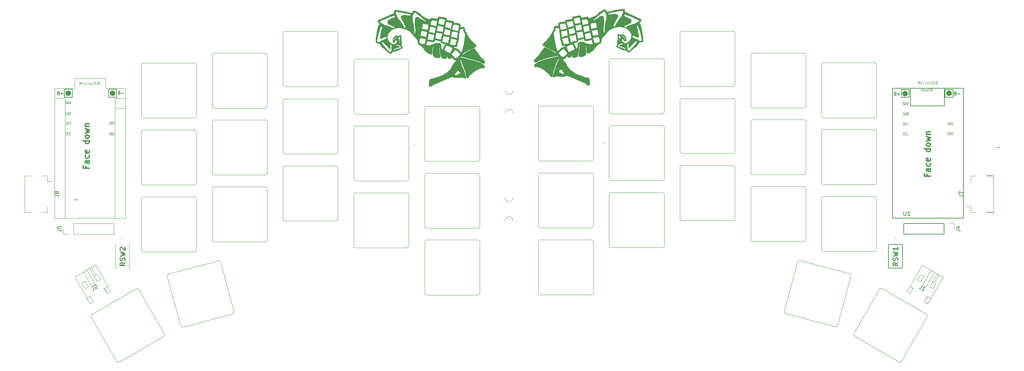
<source format=gbr>
%TF.GenerationSoftware,KiCad,Pcbnew,7.0.10-7.0.10~ubuntu22.04.1*%
%TF.CreationDate,2024-02-24T14:59:25-06:00*%
%TF.ProjectId,roadrunner,726f6164-7275-46e6-9e65-722e6b696361,rev?*%
%TF.SameCoordinates,Original*%
%TF.FileFunction,Legend,Top*%
%TF.FilePolarity,Positive*%
%FSLAX46Y46*%
G04 Gerber Fmt 4.6, Leading zero omitted, Abs format (unit mm)*
G04 Created by KiCad (PCBNEW 7.0.10-7.0.10~ubuntu22.04.1) date 2024-02-24 14:59:25*
%MOMM*%
%LPD*%
G01*
G04 APERTURE LIST*
%ADD10C,0.150000*%
%ADD11C,0.200000*%
%ADD12C,0.300000*%
%ADD13C,0.120000*%
%ADD14C,0.254000*%
%ADD15C,0.125000*%
%ADD16C,0.100000*%
%ADD17C,1.397000*%
G04 APERTURE END LIST*
D10*
X269584000Y-71052000D02*
X271324000Y-71052000D01*
X269584000Y-80352000D02*
X271324000Y-80352000D01*
X247918800Y-49090700D02*
X249918800Y-49090700D01*
X249918800Y-51090700D01*
X247918800Y-51090700D01*
X247918800Y-49090700D01*
X250230000Y-48780000D02*
X258850000Y-48780000D01*
X258850000Y-53220000D01*
X250230000Y-53220000D01*
X250230000Y-48780000D01*
X248575000Y-83170000D02*
X258795000Y-83170000D01*
X258795000Y-85830000D01*
X248575000Y-85830000D01*
X248575000Y-83170000D01*
X244690000Y-88500000D02*
X248190000Y-88500000D01*
X248190000Y-94500000D01*
X244690000Y-94500000D01*
X244690000Y-88500000D01*
X245670000Y-48800000D02*
X263740000Y-48800000D01*
X263740000Y-81800000D01*
X245670000Y-81800000D01*
X245670000Y-48800000D01*
D11*
X160790484Y-32420432D02*
X160789667Y-32416171D01*
X160788788Y-32411922D01*
X160786996Y-32403508D01*
X160786154Y-32399368D01*
X160785397Y-32395288D01*
X160784761Y-32391281D01*
X160784283Y-32387359D01*
X160784285Y-32387017D01*
X160784290Y-32386879D01*
X160784299Y-32386761D01*
X160784306Y-32386709D01*
X160784314Y-32386661D01*
X160784325Y-32386617D01*
X160784337Y-32386577D01*
X160784352Y-32386541D01*
X160784369Y-32386509D01*
X160784389Y-32386480D01*
X160784412Y-32386454D01*
X160784438Y-32386431D01*
X160784467Y-32386411D01*
X160784499Y-32386394D01*
X160784535Y-32386379D01*
X160784575Y-32386367D01*
X160784619Y-32386356D01*
X160784667Y-32386348D01*
X160784719Y-32386341D01*
X160784837Y-32386332D01*
X160784975Y-32386327D01*
X160785317Y-32386325D01*
X160790484Y-32420432D01*
G36*
X160790484Y-32420432D02*
G01*
X160789667Y-32416171D01*
X160788788Y-32411922D01*
X160786996Y-32403508D01*
X160786154Y-32399368D01*
X160785397Y-32395288D01*
X160784761Y-32391281D01*
X160784283Y-32387359D01*
X160784285Y-32387017D01*
X160784290Y-32386879D01*
X160784299Y-32386761D01*
X160784306Y-32386709D01*
X160784314Y-32386661D01*
X160784325Y-32386617D01*
X160784337Y-32386577D01*
X160784352Y-32386541D01*
X160784369Y-32386509D01*
X160784389Y-32386480D01*
X160784412Y-32386454D01*
X160784438Y-32386431D01*
X160784467Y-32386411D01*
X160784499Y-32386394D01*
X160784535Y-32386379D01*
X160784575Y-32386367D01*
X160784619Y-32386356D01*
X160784667Y-32386348D01*
X160784719Y-32386341D01*
X160784837Y-32386332D01*
X160784975Y-32386327D01*
X160785317Y-32386325D01*
X160790484Y-32420432D01*
G37*
X124227135Y-63048798D02*
X124236577Y-63049270D01*
X124246084Y-63050057D01*
X124255655Y-63051160D01*
X124265293Y-63052577D01*
X124274999Y-63054310D01*
X124284775Y-63056357D01*
X124294622Y-63058719D01*
X124144761Y-63058719D01*
X124153700Y-63056357D01*
X124162689Y-63054310D01*
X124171729Y-63052577D01*
X124180822Y-63051160D01*
X124189969Y-63050057D01*
X124199173Y-63049270D01*
X124208434Y-63048798D01*
X124217754Y-63048640D01*
X124227135Y-63048798D01*
G36*
X124227135Y-63048798D02*
G01*
X124236577Y-63049270D01*
X124246084Y-63050057D01*
X124255655Y-63051160D01*
X124265293Y-63052577D01*
X124274999Y-63054310D01*
X124284775Y-63056357D01*
X124294622Y-63058719D01*
X124144761Y-63058719D01*
X124153700Y-63056357D01*
X124162689Y-63054310D01*
X124171729Y-63052577D01*
X124180822Y-63051160D01*
X124189969Y-63050057D01*
X124199173Y-63049270D01*
X124208434Y-63048798D01*
X124217754Y-63048640D01*
X124227135Y-63048798D01*
G37*
X135879786Y-32675046D02*
X135879924Y-32675051D01*
X135880042Y-32675060D01*
X135880094Y-32675067D01*
X135880142Y-32675075D01*
X135880186Y-32675086D01*
X135880226Y-32675098D01*
X135880262Y-32675113D01*
X135880294Y-32675130D01*
X135880323Y-32675150D01*
X135880349Y-32675173D01*
X135880372Y-32675199D01*
X135880392Y-32675228D01*
X135880409Y-32675260D01*
X135880424Y-32675296D01*
X135880436Y-32675336D01*
X135880447Y-32675380D01*
X135880455Y-32675428D01*
X135880462Y-32675480D01*
X135880471Y-32675598D01*
X135880476Y-32675736D01*
X135880478Y-32676078D01*
X135880000Y-32680000D01*
X135879364Y-32684007D01*
X135878607Y-32688087D01*
X135877765Y-32692227D01*
X135875973Y-32700641D01*
X135875094Y-32704890D01*
X135874277Y-32709151D01*
X135879444Y-32675044D01*
X135879786Y-32675046D01*
G36*
X135879786Y-32675046D02*
G01*
X135879924Y-32675051D01*
X135880042Y-32675060D01*
X135880094Y-32675067D01*
X135880142Y-32675075D01*
X135880186Y-32675086D01*
X135880226Y-32675098D01*
X135880262Y-32675113D01*
X135880294Y-32675130D01*
X135880323Y-32675150D01*
X135880349Y-32675173D01*
X135880372Y-32675199D01*
X135880392Y-32675228D01*
X135880409Y-32675260D01*
X135880424Y-32675296D01*
X135880436Y-32675336D01*
X135880447Y-32675380D01*
X135880455Y-32675428D01*
X135880462Y-32675480D01*
X135880471Y-32675598D01*
X135880476Y-32675736D01*
X135880478Y-32676078D01*
X135880000Y-32680000D01*
X135879364Y-32684007D01*
X135878607Y-32688087D01*
X135877765Y-32692227D01*
X135875973Y-32700641D01*
X135875094Y-32704890D01*
X135874277Y-32709151D01*
X135879444Y-32675044D01*
X135879786Y-32675046D01*
G37*
X119339112Y-28978371D02*
X119359120Y-28979190D01*
X119380388Y-28980470D01*
X119402916Y-28982186D01*
X119426704Y-28984314D01*
X119645294Y-29007701D01*
X119759968Y-29019970D01*
X120136349Y-29066479D01*
X120555558Y-29123840D01*
X121017303Y-29192053D01*
X121223441Y-29224319D01*
X121417844Y-29257553D01*
X121600498Y-29291756D01*
X121771392Y-29326928D01*
X121930513Y-29363070D01*
X122077849Y-29400180D01*
X122213389Y-29438259D01*
X122337119Y-29477307D01*
X122374861Y-29489899D01*
X122412131Y-29502854D01*
X122448941Y-29516149D01*
X122485302Y-29529758D01*
X122521227Y-29543658D01*
X122556729Y-29557825D01*
X122626508Y-29586861D01*
X122751936Y-29598298D01*
X122876298Y-29610923D01*
X122999595Y-29624758D01*
X123121826Y-29639829D01*
X123242991Y-29656160D01*
X123363090Y-29673774D01*
X123482123Y-29692697D01*
X123600091Y-29712951D01*
X123612492Y-29674386D01*
X123625655Y-29636196D01*
X123639570Y-29598369D01*
X123654223Y-29560893D01*
X123669603Y-29523757D01*
X123685697Y-29486948D01*
X123702494Y-29450453D01*
X123719982Y-29414262D01*
X123734866Y-29384951D01*
X123750062Y-29357093D01*
X123765568Y-29330684D01*
X123781379Y-29305725D01*
X123797493Y-29282213D01*
X123813907Y-29260147D01*
X123830617Y-29239525D01*
X123847622Y-29220346D01*
X123864916Y-29202608D01*
X123882499Y-29186310D01*
X123900366Y-29171450D01*
X123918515Y-29158027D01*
X123936942Y-29146039D01*
X123955645Y-29135485D01*
X123974621Y-29126363D01*
X123993865Y-29118672D01*
X124012784Y-29112107D01*
X124032336Y-29106750D01*
X124052524Y-29102599D01*
X124073350Y-29099649D01*
X124094818Y-29097898D01*
X124116932Y-29097344D01*
X124139693Y-29097982D01*
X124163106Y-29099810D01*
X124187172Y-29102826D01*
X124211895Y-29107025D01*
X124228795Y-29110607D01*
X124237279Y-29112405D01*
X124263326Y-29118963D01*
X124290039Y-29126696D01*
X124317420Y-29135600D01*
X124345475Y-29145674D01*
X124374204Y-29156913D01*
X124389610Y-29163405D01*
X124405598Y-29170478D01*
X124422166Y-29178132D01*
X124439317Y-29186368D01*
X124457048Y-29195186D01*
X124475361Y-29204584D01*
X124494255Y-29214565D01*
X124513730Y-29225126D01*
X124521869Y-29227548D01*
X124530008Y-29230164D01*
X124538148Y-29232974D01*
X124546287Y-29235978D01*
X124554426Y-29239175D01*
X124562565Y-29242567D01*
X124570704Y-29246152D01*
X124578843Y-29249931D01*
X124599431Y-29260244D01*
X124620879Y-29271780D01*
X124643174Y-29284503D01*
X124666306Y-29298377D01*
X124690260Y-29313365D01*
X124715026Y-29329432D01*
X124740592Y-29346539D01*
X124766944Y-29364652D01*
X124768497Y-29365771D01*
X124770061Y-29366816D01*
X124771650Y-29367813D01*
X124773275Y-29368786D01*
X124776683Y-29370756D01*
X124778490Y-29371802D01*
X124780382Y-29372920D01*
X125352956Y-29712951D01*
X125404890Y-29744183D01*
X125449074Y-29771346D01*
X125468258Y-29783461D01*
X125485506Y-29794632D01*
X125500815Y-29804883D01*
X125514186Y-29814237D01*
X125535453Y-29829742D01*
X125555834Y-29845259D01*
X125575320Y-29860800D01*
X125593897Y-29876378D01*
X125611554Y-29892004D01*
X125628278Y-29907691D01*
X125636286Y-29915561D01*
X125644057Y-29923450D01*
X125651589Y-29931361D01*
X125658880Y-29939294D01*
X125668955Y-29951844D01*
X125680568Y-29967022D01*
X125693707Y-29984840D01*
X125708361Y-30005311D01*
X125724516Y-30028446D01*
X125742161Y-30054258D01*
X125781871Y-30113961D01*
X125791897Y-30129514D01*
X125801815Y-30144401D01*
X125811611Y-30158634D01*
X125821274Y-30172226D01*
X125830792Y-30185187D01*
X125840152Y-30197531D01*
X125849343Y-30209269D01*
X125858352Y-30220414D01*
X126213627Y-30490811D01*
X126570453Y-30758882D01*
X126705910Y-30820329D01*
X126840979Y-30880710D01*
X127109954Y-30998661D01*
X127260171Y-31063741D01*
X127393141Y-31119325D01*
X127453219Y-31143496D01*
X127509058Y-31165220D01*
X127560682Y-31184474D01*
X127608116Y-31201233D01*
X127677973Y-31224584D01*
X127746463Y-31245803D01*
X127813571Y-31264891D01*
X127879287Y-31281848D01*
X127943598Y-31296672D01*
X128006492Y-31309365D01*
X128067957Y-31319927D01*
X128127981Y-31328357D01*
X128150718Y-31330305D01*
X128200327Y-31334557D01*
X128207304Y-31308073D01*
X128210210Y-31296915D01*
X128212730Y-31287016D01*
X128214296Y-31275792D01*
X128215110Y-31270501D01*
X128215959Y-31265441D01*
X128216858Y-31260622D01*
X128217817Y-31256058D01*
X128218848Y-31251760D01*
X128219964Y-31247741D01*
X128221539Y-31240620D01*
X128223547Y-31233211D01*
X128225989Y-31225518D01*
X128228862Y-31217543D01*
X128232165Y-31209289D01*
X128235897Y-31200760D01*
X128240056Y-31191958D01*
X128244640Y-31182887D01*
X128249647Y-31173550D01*
X128255078Y-31163949D01*
X128260929Y-31154087D01*
X128267200Y-31143969D01*
X128280993Y-31122971D01*
X128296445Y-31100981D01*
X128306716Y-31086394D01*
X128316599Y-31072849D01*
X128326095Y-31060322D01*
X128335203Y-31048787D01*
X128343923Y-31038222D01*
X128352256Y-31028601D01*
X128360201Y-31019901D01*
X128367759Y-31012097D01*
X128373209Y-31006598D01*
X128378708Y-31001340D01*
X128384255Y-30996321D01*
X128389850Y-30991539D01*
X128395494Y-30986994D01*
X128401187Y-30982683D01*
X128406928Y-30978606D01*
X128412717Y-30974760D01*
X128418555Y-30971145D01*
X128424441Y-30967758D01*
X128430376Y-30964598D01*
X128436359Y-30961664D01*
X128442391Y-30958953D01*
X128448471Y-30956466D01*
X128454600Y-30954199D01*
X128460777Y-30952152D01*
X128466457Y-30950493D01*
X128472260Y-30949005D01*
X128478188Y-30947690D01*
X128484241Y-30946548D01*
X128490421Y-30945583D01*
X128496730Y-30944794D01*
X128503169Y-30944184D01*
X128509740Y-30943754D01*
X128516444Y-30943506D01*
X128523283Y-30943442D01*
X128530258Y-30943561D01*
X128537370Y-30943868D01*
X128544623Y-30944361D01*
X128552015Y-30945044D01*
X128552760Y-30945131D01*
X128559551Y-30945918D01*
X128567230Y-30946984D01*
X128579438Y-30948938D01*
X128602111Y-30953315D01*
X128635249Y-30960210D01*
X128678850Y-30969723D01*
X128686552Y-30970930D01*
X128694144Y-30972209D01*
X128708952Y-30974890D01*
X128736728Y-30980058D01*
X128749516Y-30981125D01*
X128761517Y-30982011D01*
X128772718Y-30982728D01*
X128783108Y-30983287D01*
X128792674Y-30983701D01*
X128801405Y-30983982D01*
X128809287Y-30984141D01*
X128816310Y-30984192D01*
X128844006Y-30982835D01*
X128868116Y-30981866D01*
X128888544Y-30981285D01*
X128905194Y-30981091D01*
X128918080Y-30981283D01*
X128930386Y-30981850D01*
X128942110Y-30982781D01*
X128953253Y-30984063D01*
X128958606Y-30984832D01*
X128963814Y-30985684D01*
X128968877Y-30986617D01*
X128973794Y-30987632D01*
X128978566Y-30988724D01*
X128983193Y-30989894D01*
X128987674Y-30991140D01*
X128992010Y-30992460D01*
X128996421Y-30994156D01*
X129001134Y-30996142D01*
X129006163Y-30998419D01*
X129011518Y-31000987D01*
X129017213Y-31003845D01*
X129023258Y-31006994D01*
X129029667Y-31010433D01*
X129036452Y-31014164D01*
X129063711Y-31030313D01*
X129068437Y-31033048D01*
X129072351Y-31035238D01*
X129075465Y-31036871D01*
X129076727Y-31037475D01*
X129077792Y-31037935D01*
X129087482Y-31042055D01*
X129097947Y-31045896D01*
X129109186Y-31049471D01*
X129121201Y-31052792D01*
X129133991Y-31055870D01*
X129147556Y-31058719D01*
X129161897Y-31061349D01*
X129177012Y-31063773D01*
X129387851Y-31100981D01*
X129412608Y-31105393D01*
X129435717Y-31109345D01*
X129476993Y-31115966D01*
X129511681Y-31121037D01*
X129539780Y-31124752D01*
X129565602Y-31127800D01*
X129588808Y-31130727D01*
X129609398Y-31133508D01*
X129627372Y-31136120D01*
X129642729Y-31138539D01*
X129655471Y-31140739D01*
X129665596Y-31142697D01*
X129673106Y-31144388D01*
X129684361Y-31148054D01*
X129698039Y-31152786D01*
X129733050Y-31165059D01*
X129743131Y-31169086D01*
X129752461Y-31172665D01*
X129761064Y-31175832D01*
X129768965Y-31178624D01*
X129776188Y-31181077D01*
X129782756Y-31183227D01*
X129794029Y-31186764D01*
X129804107Y-31189472D01*
X129814973Y-31192157D01*
X129826639Y-31194793D01*
X129839116Y-31197357D01*
X129852417Y-31199824D01*
X129866553Y-31202169D01*
X129881537Y-31204369D01*
X129897381Y-31206400D01*
X129935202Y-31210679D01*
X129965078Y-31214281D01*
X129977096Y-31215857D01*
X129987201Y-31217301D01*
X129995417Y-31218623D01*
X130001767Y-31219836D01*
X130008465Y-31221422D01*
X130014991Y-31223080D01*
X130021345Y-31224807D01*
X130027525Y-31226602D01*
X130033529Y-31228464D01*
X130039356Y-31230391D01*
X130045004Y-31232382D01*
X130050473Y-31234435D01*
X130055759Y-31236548D01*
X130060862Y-31238720D01*
X130065781Y-31240950D01*
X130069980Y-31242978D01*
X130070513Y-31243236D01*
X130075058Y-31245576D01*
X130079413Y-31247969D01*
X130083578Y-31250414D01*
X130087550Y-31252908D01*
X130088584Y-31234305D01*
X130091345Y-31205577D01*
X130094975Y-31177140D01*
X130099471Y-31148998D01*
X130104830Y-31121150D01*
X130111049Y-31093599D01*
X130118124Y-31066347D01*
X130126054Y-31039394D01*
X130134834Y-31012743D01*
X130144463Y-30986394D01*
X130154936Y-30960350D01*
X130166251Y-30934611D01*
X130178404Y-30909180D01*
X130191393Y-30884058D01*
X130205215Y-30859246D01*
X130219867Y-30834746D01*
X130235345Y-30810559D01*
X130245664Y-30795965D01*
X130256076Y-30782026D01*
X130266580Y-30768744D01*
X130277171Y-30756121D01*
X130287847Y-30744158D01*
X130298604Y-30732856D01*
X130309441Y-30722218D01*
X130320353Y-30712244D01*
X130331337Y-30702937D01*
X130342392Y-30694297D01*
X130353513Y-30686326D01*
X130364698Y-30679026D01*
X130375943Y-30672398D01*
X130387246Y-30666444D01*
X130398603Y-30661165D01*
X130410012Y-30656563D01*
X130418686Y-30653220D01*
X130427662Y-30650168D01*
X130436954Y-30647407D01*
X130446572Y-30644936D01*
X130456530Y-30642756D01*
X130466839Y-30640866D01*
X130477511Y-30639267D01*
X130488559Y-30637959D01*
X130498992Y-30636990D01*
X130516206Y-30635634D01*
X130570208Y-30631758D01*
X130590750Y-30630741D01*
X130593931Y-30630619D01*
X130609741Y-30630014D01*
X130627181Y-30629578D01*
X130643072Y-30629433D01*
X130657412Y-30629578D01*
X130670202Y-30630014D01*
X130681442Y-30630741D01*
X130691131Y-30631758D01*
X130697282Y-30633016D01*
X130705649Y-30635230D01*
X130716221Y-30638389D01*
X130728984Y-30642481D01*
X130761040Y-30653414D01*
X130801719Y-30667932D01*
X130828173Y-30677139D01*
X130857933Y-30686164D01*
X130891012Y-30695019D01*
X130927421Y-30703718D01*
X130967174Y-30712271D01*
X131010281Y-30720690D01*
X131056756Y-30728989D01*
X131106610Y-30737179D01*
X131157188Y-30745364D01*
X131204278Y-30753634D01*
X131247880Y-30761977D01*
X131287994Y-30770380D01*
X131324619Y-30778832D01*
X131357757Y-30787320D01*
X131387406Y-30795833D01*
X131413568Y-30804357D01*
X131423739Y-30807793D01*
X131433318Y-30811108D01*
X131450645Y-30817277D01*
X131477646Y-30827095D01*
X131496266Y-30832909D01*
X131505025Y-30835525D01*
X131513432Y-30837947D01*
X131521501Y-30840176D01*
X131529242Y-30842211D01*
X131536668Y-30844052D01*
X131543792Y-30845699D01*
X131556047Y-30847447D01*
X131570325Y-30848832D01*
X131586613Y-30849877D01*
X131604899Y-30850608D01*
X131625172Y-30851048D01*
X131647419Y-30851221D01*
X131697788Y-30850866D01*
X131722738Y-30851145D01*
X131747591Y-30851980D01*
X131772347Y-30853373D01*
X131797007Y-30855323D01*
X131821569Y-30857830D01*
X131846035Y-30860895D01*
X131870403Y-30864516D01*
X131894675Y-30868695D01*
X131918850Y-30873430D01*
X131942928Y-30878723D01*
X131966909Y-30884573D01*
X131990793Y-30890980D01*
X132014581Y-30897944D01*
X132038271Y-30905466D01*
X132061864Y-30913544D01*
X132085361Y-30922180D01*
X132095244Y-30925718D01*
X132104739Y-30929366D01*
X132113847Y-30933135D01*
X132122568Y-30937037D01*
X132130901Y-30941084D01*
X132138846Y-30945289D01*
X132142673Y-30947454D01*
X132146404Y-30949664D01*
X132150038Y-30951918D01*
X132153574Y-30954220D01*
X132157745Y-30955039D01*
X132161746Y-30955931D01*
X132165601Y-30956872D01*
X132169335Y-30957837D01*
X132176538Y-30959742D01*
X132180054Y-30960634D01*
X132183546Y-30961454D01*
X132194205Y-30964700D01*
X132204477Y-30968234D01*
X132214365Y-30972057D01*
X132223870Y-30976165D01*
X132226955Y-30977651D01*
X132232993Y-30980559D01*
X132241737Y-30985235D01*
X132250102Y-30990193D01*
X132258090Y-30995431D01*
X132265702Y-31000948D01*
X132272940Y-31006741D01*
X132279807Y-31012811D01*
X132286302Y-31019154D01*
X132292427Y-31025770D01*
X132298185Y-31032657D01*
X132303577Y-31039813D01*
X132308604Y-31047237D01*
X132312552Y-31053160D01*
X132316260Y-31059300D01*
X132319729Y-31065659D01*
X132322960Y-31072236D01*
X132325955Y-31079030D01*
X132328715Y-31086043D01*
X132331242Y-31093273D01*
X132333537Y-31100722D01*
X132335602Y-31108389D01*
X132337439Y-31116273D01*
X132339049Y-31124376D01*
X132340433Y-31132697D01*
X132341593Y-31141235D01*
X132342530Y-31149992D01*
X132343247Y-31158967D01*
X132343744Y-31168159D01*
X132343501Y-31181095D01*
X132342775Y-31195096D01*
X132341563Y-31210163D01*
X132339868Y-31226295D01*
X132337688Y-31243494D01*
X132335023Y-31261758D01*
X132331874Y-31281089D01*
X132328241Y-31301485D01*
X132308216Y-31416206D01*
X132288966Y-31524727D01*
X132291292Y-31524773D01*
X132293617Y-31524904D01*
X132295943Y-31525108D01*
X132298268Y-31525373D01*
X132300594Y-31525686D01*
X132302919Y-31526035D01*
X132307570Y-31526794D01*
X132343372Y-31529168D01*
X132377914Y-31532414D01*
X132411197Y-31536532D01*
X132443220Y-31541522D01*
X132473984Y-31547384D01*
X132503488Y-31554118D01*
X132531732Y-31561724D01*
X132558717Y-31570203D01*
X132563610Y-31571896D01*
X132568988Y-31573868D01*
X132581196Y-31578600D01*
X132611428Y-31590873D01*
X132644757Y-31592134D01*
X132676524Y-31593602D01*
X132706716Y-31595287D01*
X132735321Y-31597203D01*
X132762328Y-31599361D01*
X132787725Y-31601773D01*
X132811498Y-31604452D01*
X132833636Y-31607409D01*
X132862284Y-31610881D01*
X132882987Y-31613481D01*
X132899782Y-31615678D01*
X132908938Y-31616013D01*
X132917804Y-31616227D01*
X132926379Y-31616295D01*
X132934663Y-31616194D01*
X132942657Y-31615900D01*
X132950360Y-31615387D01*
X132957772Y-31614632D01*
X132964894Y-31613610D01*
X132979525Y-31610318D01*
X132993187Y-31607425D01*
X133005880Y-31604944D01*
X133017604Y-31602888D01*
X133028359Y-31601267D01*
X133038145Y-31600094D01*
X133046962Y-31599381D01*
X133051008Y-31599201D01*
X133054811Y-31599141D01*
X133057730Y-31599189D01*
X133060677Y-31599331D01*
X133063654Y-31599563D01*
X133066664Y-31599884D01*
X133069711Y-31600289D01*
X133072797Y-31600776D01*
X133079099Y-31601983D01*
X133085595Y-31603481D01*
X133092309Y-31605245D01*
X133099265Y-31607251D01*
X133106488Y-31609476D01*
X133114770Y-31612823D01*
X133122556Y-31615903D01*
X133136589Y-31621362D01*
X133148490Y-31626045D01*
X133153611Y-31628156D01*
X133158163Y-31630147D01*
X133185824Y-31640799D01*
X133199760Y-31645678D01*
X133213764Y-31650252D01*
X133227835Y-31654518D01*
X133241970Y-31658470D01*
X133256169Y-31662104D01*
X133270431Y-31665416D01*
X133284752Y-31668401D01*
X133299133Y-31671054D01*
X133313572Y-31673371D01*
X133328066Y-31675347D01*
X133342615Y-31676979D01*
X133357217Y-31678260D01*
X133371870Y-31679188D01*
X133386573Y-31679756D01*
X133438105Y-31679207D01*
X133482563Y-31679240D01*
X133502109Y-31679535D01*
X133519850Y-31680047D01*
X133535775Y-31680802D01*
X133549871Y-31681823D01*
X133568713Y-31685459D01*
X133586464Y-31688622D01*
X133603102Y-31691325D01*
X133618601Y-31693580D01*
X133632937Y-31695399D01*
X133646086Y-31696794D01*
X133658025Y-31697777D01*
X133668727Y-31698360D01*
X133675605Y-31698697D01*
X133683051Y-31698925D01*
X133691055Y-31699032D01*
X133699604Y-31699006D01*
X133708685Y-31698834D01*
X133718288Y-31698505D01*
X133728399Y-31698007D01*
X133739007Y-31697326D01*
X133751264Y-31696259D01*
X133762455Y-31695372D01*
X133772581Y-31694656D01*
X133781640Y-31694097D01*
X133789634Y-31693683D01*
X133796562Y-31693402D01*
X133802424Y-31693243D01*
X133807220Y-31693192D01*
X133818230Y-31693544D01*
X133829168Y-31694214D01*
X133840037Y-31695204D01*
X133850838Y-31696519D01*
X133861572Y-31698161D01*
X133872241Y-31700132D01*
X133882847Y-31702437D01*
X133893390Y-31705078D01*
X133903873Y-31708058D01*
X133914297Y-31711380D01*
X133924663Y-31715047D01*
X133934973Y-31719063D01*
X133945229Y-31723429D01*
X133955432Y-31728150D01*
X133965583Y-31733229D01*
X133975684Y-31738667D01*
X133985471Y-31743839D01*
X133995061Y-31749275D01*
X134004455Y-31754975D01*
X134013651Y-31760937D01*
X134022647Y-31767159D01*
X134031441Y-31773640D01*
X134040032Y-31780378D01*
X134048420Y-31787372D01*
X134056601Y-31794621D01*
X134064575Y-31802122D01*
X134072339Y-31809875D01*
X134079894Y-31817878D01*
X134087236Y-31826128D01*
X134094365Y-31834626D01*
X134101279Y-31843369D01*
X134107977Y-31852356D01*
X134114056Y-31861149D01*
X134119891Y-31870087D01*
X134125477Y-31879171D01*
X134130811Y-31888400D01*
X134135892Y-31897774D01*
X134140715Y-31907294D01*
X134145277Y-31916959D01*
X134149576Y-31926770D01*
X134153609Y-31936725D01*
X134157372Y-31946827D01*
X134160863Y-31957073D01*
X134164078Y-31967465D01*
X134167014Y-31978002D01*
X134169669Y-31988684D01*
X134172040Y-31999512D01*
X134174122Y-32010485D01*
X134175915Y-32021519D01*
X134177417Y-32032529D01*
X134178628Y-32043514D01*
X134179548Y-32054475D01*
X134180178Y-32065412D01*
X134180517Y-32076325D01*
X134180566Y-32087213D01*
X134180324Y-32098077D01*
X134179791Y-32108917D01*
X134178967Y-32119733D01*
X134177853Y-32130524D01*
X134176448Y-32141291D01*
X134174752Y-32152034D01*
X134172766Y-32162753D01*
X134170489Y-32173448D01*
X134167921Y-32184118D01*
X134167388Y-32186007D01*
X134166565Y-32188575D01*
X134164045Y-32195745D01*
X134160363Y-32205628D01*
X134155519Y-32218224D01*
X134161542Y-32219016D01*
X134164439Y-32219442D01*
X134167275Y-32219904D01*
X134170063Y-32220415D01*
X134172814Y-32220986D01*
X134175541Y-32221630D01*
X134178256Y-32222358D01*
X134179290Y-32222358D01*
X134193776Y-32222938D01*
X134208552Y-32223893D01*
X134223619Y-32225211D01*
X134238976Y-32226881D01*
X134254625Y-32228889D01*
X134262893Y-32230101D01*
X134270564Y-32231225D01*
X134286793Y-32233875D01*
X134303314Y-32236829D01*
X134334061Y-32243287D01*
X134351276Y-32247002D01*
X134360259Y-32249065D01*
X134369459Y-32251298D01*
X134388838Y-32251120D01*
X134409767Y-32250652D01*
X134456276Y-32249230D01*
X134509357Y-32245920D01*
X134550714Y-32243675D01*
X134580251Y-32242399D01*
X134590556Y-32242095D01*
X134597869Y-32241996D01*
X134622961Y-32242476D01*
X134650934Y-32243901D01*
X134681767Y-32246247D01*
X134715433Y-32249489D01*
X134751909Y-32253603D01*
X134791171Y-32258565D01*
X134877955Y-32270935D01*
X135523911Y-32379455D01*
X135552783Y-32385077D01*
X135566489Y-32388037D01*
X135579705Y-32391099D01*
X135592431Y-32394263D01*
X135604665Y-32397532D01*
X135616406Y-32400907D01*
X135627651Y-32404389D01*
X135638400Y-32407980D01*
X135648651Y-32411682D01*
X135658402Y-32415496D01*
X135667652Y-32419423D01*
X135676399Y-32423466D01*
X135684643Y-32427625D01*
X135692380Y-32431902D01*
X135699611Y-32436299D01*
X135714169Y-32446837D01*
X135727467Y-32458226D01*
X135728004Y-32458685D01*
X135741119Y-32471848D01*
X135753516Y-32486328D01*
X135765198Y-32502128D01*
X135776168Y-32519252D01*
X135786431Y-32537701D01*
X135795987Y-32557480D01*
X135804841Y-32578591D01*
X135812996Y-32601038D01*
X135820454Y-32624823D01*
X135827219Y-32649949D01*
X135833294Y-32676419D01*
X135838681Y-32704238D01*
X135843384Y-32733406D01*
X135847405Y-32763928D01*
X135850702Y-32796821D01*
X135851918Y-32812646D01*
X135852847Y-32828055D01*
X135853493Y-32843046D01*
X135853855Y-32857618D01*
X135853935Y-32871768D01*
X135853736Y-32885497D01*
X135853257Y-32898801D01*
X135852502Y-32911680D01*
X135851471Y-32924132D01*
X135850167Y-32936156D01*
X135848589Y-32947749D01*
X135846741Y-32958912D01*
X135844623Y-32969641D01*
X135842237Y-32979935D01*
X135840978Y-32984782D01*
X135839524Y-32990028D01*
X135836036Y-33001769D01*
X135831773Y-33015253D01*
X135826734Y-33030578D01*
X135824891Y-33047682D01*
X135823230Y-33064895D01*
X135820404Y-33099695D01*
X135818160Y-33135077D01*
X135816399Y-33171138D01*
X135816388Y-33172107D01*
X135816353Y-33173076D01*
X135816222Y-33175014D01*
X135816018Y-33176952D01*
X135815753Y-33178889D01*
X135815440Y-33180827D01*
X135815091Y-33182765D01*
X135814332Y-33186641D01*
X135825750Y-33202709D01*
X135839783Y-33222944D01*
X135856335Y-33247248D01*
X135875310Y-33275524D01*
X135882000Y-33285797D01*
X135890458Y-33298019D01*
X135900709Y-33312204D01*
X135912776Y-33328363D01*
X135926684Y-33346509D01*
X135942458Y-33366652D01*
X135979697Y-33412984D01*
X135980085Y-33413373D01*
X135980472Y-33413775D01*
X135980860Y-33414201D01*
X135981053Y-33414427D01*
X135981247Y-33414663D01*
X135981441Y-33414912D01*
X135981635Y-33415174D01*
X135981828Y-33415451D01*
X135982022Y-33415745D01*
X135982216Y-33416057D01*
X135982410Y-33416389D01*
X135982604Y-33416742D01*
X135982797Y-33417118D01*
X136299057Y-33271391D01*
X136314855Y-33264800D01*
X136329708Y-33258972D01*
X136343640Y-33253895D01*
X136356676Y-33249557D01*
X136368840Y-33245946D01*
X136374603Y-33244409D01*
X136380157Y-33243049D01*
X136385505Y-33241865D01*
X136390649Y-33240855D01*
X136395595Y-33240017D01*
X136400343Y-33239351D01*
X136408244Y-33239113D01*
X136416460Y-33239189D01*
X136425014Y-33239605D01*
X136433933Y-33240385D01*
X136443238Y-33241551D01*
X136452956Y-33243130D01*
X136463110Y-33245145D01*
X136473724Y-33247619D01*
X136514806Y-33260021D01*
X136545037Y-33269323D01*
X136653558Y-33300329D01*
X136670171Y-33304929D01*
X136685888Y-33309421D01*
X136700684Y-33313791D01*
X136714536Y-33318028D01*
X136727419Y-33322120D01*
X136739308Y-33326054D01*
X136750180Y-33329819D01*
X136760011Y-33333402D01*
X136775986Y-33339349D01*
X136791356Y-33345563D01*
X136806120Y-33352042D01*
X136820279Y-33358788D01*
X136833832Y-33365801D01*
X136846779Y-33373080D01*
X136859121Y-33380626D01*
X136870857Y-33388438D01*
X136881987Y-33396516D01*
X136892512Y-33404861D01*
X136902432Y-33413473D01*
X136911746Y-33422350D01*
X136920454Y-33431495D01*
X136928557Y-33440905D01*
X136936054Y-33450583D01*
X136942945Y-33460526D01*
X136951654Y-33473994D01*
X136959563Y-33488040D01*
X136966672Y-33502661D01*
X136972982Y-33517855D01*
X136978493Y-33533618D01*
X136983205Y-33549947D01*
X136987117Y-33566839D01*
X136990229Y-33584291D01*
X136992543Y-33602301D01*
X136994057Y-33620864D01*
X136994771Y-33639979D01*
X136994687Y-33659642D01*
X136993802Y-33679850D01*
X136992119Y-33700600D01*
X136989636Y-33721888D01*
X136986354Y-33743713D01*
X136982090Y-33767161D01*
X136975502Y-33798748D01*
X136966587Y-33838475D01*
X136955348Y-33886340D01*
X136950550Y-33907945D01*
X136946224Y-33928569D01*
X136942358Y-33948200D01*
X136938941Y-33966826D01*
X136935959Y-33984434D01*
X136933401Y-34001013D01*
X136931256Y-34016551D01*
X136929509Y-34031034D01*
X136928698Y-34041523D01*
X136928199Y-34051672D01*
X136928013Y-34061483D01*
X136928137Y-34070954D01*
X136928570Y-34080086D01*
X136929310Y-34088879D01*
X136930356Y-34097333D01*
X136931706Y-34105448D01*
X136933359Y-34113224D01*
X136935313Y-34120660D01*
X136937567Y-34127758D01*
X136940120Y-34134516D01*
X136942969Y-34140935D01*
X136946113Y-34147015D01*
X136949551Y-34152756D01*
X136953281Y-34158158D01*
X136955074Y-34160472D01*
X136956965Y-34162763D01*
X136958956Y-34165032D01*
X136961048Y-34167282D01*
X136963244Y-34169514D01*
X136965544Y-34171729D01*
X136967950Y-34173929D01*
X136970463Y-34176116D01*
X136973086Y-34178290D01*
X136975819Y-34180454D01*
X136978664Y-34182608D01*
X136981622Y-34184755D01*
X136984696Y-34186896D01*
X136987886Y-34189033D01*
X136991194Y-34191166D01*
X136994622Y-34193298D01*
X137008381Y-34202616D01*
X137020202Y-34210480D01*
X137038030Y-34222236D01*
X137042936Y-34225930D01*
X137047964Y-34230036D01*
X137053116Y-34234554D01*
X137058394Y-34239483D01*
X137063799Y-34244825D01*
X137069333Y-34250578D01*
X137080792Y-34263319D01*
X137092785Y-34277708D01*
X137105323Y-34293744D01*
X137118417Y-34311427D01*
X137132081Y-34330757D01*
X137154173Y-34364766D01*
X137174714Y-34397807D01*
X137193705Y-34429879D01*
X137211146Y-34460981D01*
X137227037Y-34491115D01*
X137241377Y-34520280D01*
X137254167Y-34548476D01*
X137265406Y-34575703D01*
X137268507Y-34581145D01*
X137271608Y-34586684D01*
X137274708Y-34592417D01*
X137276259Y-34595387D01*
X137277809Y-34598441D01*
X137349155Y-34739695D01*
X137426895Y-34887442D01*
X137511225Y-35041583D01*
X137602337Y-35202021D01*
X137613157Y-35218284D01*
X137623783Y-35234449D01*
X137634021Y-35250420D01*
X137638934Y-35258303D01*
X137643678Y-35266101D01*
X137648666Y-35270362D01*
X137653545Y-35274611D01*
X137658303Y-35278836D01*
X137662927Y-35283025D01*
X137667407Y-35287165D01*
X137671728Y-35291244D01*
X137675881Y-35295251D01*
X137679851Y-35299173D01*
X137766022Y-35452781D01*
X137857618Y-35613366D01*
X137926606Y-35734547D01*
X138009547Y-35878983D01*
X138024016Y-35902754D01*
X138049451Y-35943447D01*
X138073820Y-35981803D01*
X138097122Y-36017809D01*
X138119359Y-36051453D01*
X138140531Y-36082723D01*
X138160636Y-36111608D01*
X138179676Y-36138094D01*
X138197649Y-36162170D01*
X138215673Y-36185471D01*
X138235648Y-36210407D01*
X138257584Y-36236965D01*
X138281494Y-36265135D01*
X138307391Y-36294904D01*
X138335286Y-36326259D01*
X138365192Y-36359188D01*
X138397120Y-36393680D01*
X138466867Y-36469451D01*
X138524115Y-36532432D01*
X138548021Y-36559126D01*
X138568767Y-36582622D01*
X138586339Y-36602921D01*
X138600725Y-36620023D01*
X138760922Y-36824662D01*
X138784223Y-36854460D01*
X138806833Y-36882636D01*
X138828741Y-36909213D01*
X138849935Y-36934215D01*
X138870402Y-36957668D01*
X138890130Y-36979594D01*
X138909107Y-37000018D01*
X138927321Y-37018965D01*
X138947474Y-37038682D01*
X138969178Y-37059079D01*
X138992433Y-37080153D01*
X139017237Y-37101906D01*
X139043592Y-37124336D01*
X139071497Y-37147446D01*
X139100953Y-37171233D01*
X139131959Y-37195699D01*
X139226172Y-37267771D01*
X139293448Y-37319593D01*
X139333982Y-37351067D01*
X139347967Y-37362097D01*
X139400769Y-37407588D01*
X139452191Y-37454145D01*
X139502209Y-37501768D01*
X139550797Y-37550457D01*
X139597931Y-37600212D01*
X139643588Y-37651032D01*
X139687743Y-37702918D01*
X139730372Y-37755871D01*
X139742556Y-37771810D01*
X139753917Y-37787460D01*
X139764454Y-37802822D01*
X139774168Y-37817899D01*
X139783058Y-37832690D01*
X139791124Y-37847199D01*
X139798367Y-37861426D01*
X139804786Y-37875372D01*
X139810382Y-37889041D01*
X139815154Y-37902432D01*
X139819102Y-37915548D01*
X139822227Y-37928389D01*
X139824528Y-37940958D01*
X139826006Y-37953256D01*
X139826660Y-37965285D01*
X139826490Y-37977046D01*
X139825764Y-37988612D01*
X139824361Y-38000058D01*
X139822282Y-38011382D01*
X139819530Y-38022586D01*
X139816106Y-38033668D01*
X139812011Y-38044629D01*
X139807246Y-38055469D01*
X139801815Y-38066188D01*
X139795717Y-38076785D01*
X139788954Y-38087262D01*
X139781528Y-38097617D01*
X139773441Y-38107852D01*
X139764694Y-38117965D01*
X139755288Y-38127957D01*
X139745225Y-38137828D01*
X139734506Y-38147578D01*
X139717744Y-38161531D01*
X139699237Y-38175484D01*
X139678986Y-38189436D01*
X139656991Y-38203389D01*
X139633253Y-38217341D01*
X139607770Y-38231294D01*
X139580543Y-38245246D01*
X139551571Y-38259199D01*
X139514365Y-38275736D01*
X139507820Y-38277768D01*
X139501349Y-38279983D01*
X139494925Y-38282367D01*
X139488526Y-38284908D01*
X139482127Y-38287595D01*
X139475704Y-38290415D01*
X139469233Y-38293356D01*
X139462688Y-38296407D01*
X139456146Y-38299842D01*
X139448913Y-38303932D01*
X139440978Y-38308651D01*
X139432328Y-38313977D01*
X139412837Y-38326346D01*
X139390341Y-38340848D01*
X139326020Y-38386226D01*
X139295634Y-38408104D01*
X139266447Y-38429473D01*
X139238471Y-38450358D01*
X139211719Y-38470782D01*
X139186201Y-38490771D01*
X139161931Y-38510347D01*
X139100565Y-38558147D01*
X139080686Y-38573424D01*
X139073405Y-38578822D01*
X139067880Y-38582694D01*
X138940756Y-38668477D01*
X138779526Y-38741857D01*
X138723081Y-38766856D01*
X138670004Y-38789916D01*
X138620270Y-38811039D01*
X138573854Y-38830224D01*
X138530732Y-38847471D01*
X138490881Y-38862780D01*
X138454275Y-38876151D01*
X138420891Y-38887584D01*
X138401900Y-38893785D01*
X138371282Y-38903087D01*
X138329036Y-38915489D01*
X138275164Y-38930992D01*
X138233112Y-38943798D01*
X138213685Y-38949941D01*
X138195324Y-38955926D01*
X138178028Y-38961766D01*
X138161799Y-38967473D01*
X138146635Y-38973058D01*
X138132537Y-38978534D01*
X138107490Y-38988906D01*
X138081184Y-39000659D01*
X138053617Y-39013816D01*
X138024792Y-39028403D01*
X137994706Y-39044443D01*
X137963361Y-39061960D01*
X137930757Y-39080979D01*
X137896892Y-39101524D01*
X137736179Y-39200098D01*
X137691963Y-39226954D01*
X137671583Y-39238985D01*
X137633312Y-39259238D01*
X137593697Y-39278921D01*
X137552749Y-39298047D01*
X137510482Y-39316628D01*
X137466906Y-39334677D01*
X137422034Y-39352204D01*
X137375879Y-39369223D01*
X137328451Y-39385746D01*
X137295766Y-39396727D01*
X137279182Y-39402460D01*
X137262306Y-39408483D01*
X136668027Y-39787788D01*
X136644336Y-39802952D01*
X136622099Y-39817438D01*
X136601316Y-39831245D01*
X136581986Y-39844374D01*
X136564109Y-39856825D01*
X136547685Y-39868597D01*
X136532715Y-39879692D01*
X136519199Y-39890108D01*
X136510030Y-39898077D01*
X136501128Y-39906093D01*
X136492493Y-39914154D01*
X136484123Y-39922260D01*
X136476021Y-39930408D01*
X136468184Y-39938597D01*
X136460615Y-39946825D01*
X136453311Y-39955091D01*
X136446274Y-39963393D01*
X136439504Y-39971730D01*
X136433000Y-39980101D01*
X136426762Y-39988503D01*
X136420791Y-39996936D01*
X136415087Y-40005397D01*
X136409649Y-40013885D01*
X136404477Y-40022400D01*
X136399995Y-40030381D01*
X136395851Y-40038435D01*
X136392044Y-40046562D01*
X136388570Y-40054761D01*
X136385430Y-40063034D01*
X136382622Y-40071378D01*
X136380143Y-40079796D01*
X136377993Y-40088286D01*
X136376170Y-40096849D01*
X136374672Y-40105485D01*
X136373499Y-40114193D01*
X136372648Y-40122974D01*
X136372117Y-40131828D01*
X136371907Y-40140754D01*
X136372014Y-40149753D01*
X136372438Y-40158825D01*
X136373589Y-40168514D01*
X136375106Y-40177816D01*
X136376993Y-40186730D01*
X136379253Y-40195257D01*
X136380523Y-40199375D01*
X136381887Y-40203396D01*
X136383346Y-40207320D01*
X136384901Y-40211147D01*
X136386550Y-40214878D01*
X136388295Y-40218511D01*
X136390137Y-40222048D01*
X136392075Y-40225487D01*
X136394110Y-40228830D01*
X136396242Y-40232076D01*
X136398471Y-40235225D01*
X136400799Y-40238277D01*
X136403225Y-40241233D01*
X136405750Y-40244091D01*
X136408374Y-40246853D01*
X136411098Y-40249517D01*
X136413922Y-40252085D01*
X136416846Y-40254556D01*
X136419870Y-40256929D01*
X136422996Y-40259206D01*
X136426223Y-40261386D01*
X136429552Y-40263470D01*
X136432983Y-40265456D01*
X136436517Y-40267345D01*
X136444717Y-40271294D01*
X136453041Y-40274612D01*
X136461492Y-40277301D01*
X136470074Y-40279360D01*
X136478789Y-40280789D01*
X136487640Y-40281589D01*
X136496630Y-40281758D01*
X136505763Y-40281298D01*
X136515041Y-40280208D01*
X136524467Y-40278488D01*
X136534045Y-40276139D01*
X136543777Y-40273159D01*
X136553667Y-40269550D01*
X136563717Y-40265311D01*
X136573931Y-40260442D01*
X136584311Y-40254944D01*
X136591384Y-40250829D01*
X136598651Y-40246255D01*
X136606112Y-40241245D01*
X136613767Y-40235823D01*
X136621615Y-40230013D01*
X136629657Y-40223840D01*
X136637893Y-40217328D01*
X136646323Y-40210501D01*
X136663182Y-40193819D01*
X136678104Y-40179366D01*
X136691088Y-40167044D01*
X136702134Y-40156757D01*
X136720689Y-40140865D01*
X136742247Y-40123410D01*
X136766810Y-40104381D01*
X136794376Y-40083765D01*
X136824946Y-40061550D01*
X136858519Y-40037724D01*
X136934677Y-39985191D01*
X137093792Y-39881129D01*
X137233238Y-39790631D01*
X137353111Y-39713697D01*
X137453509Y-39650329D01*
X137525692Y-39606293D01*
X137596507Y-39564110D01*
X137665941Y-39523792D01*
X137733983Y-39485352D01*
X137800619Y-39448800D01*
X137865838Y-39414151D01*
X137929628Y-39381415D01*
X137991977Y-39350605D01*
X139201206Y-38789400D01*
X139209201Y-38785867D01*
X139216918Y-38782262D01*
X139224369Y-38778608D01*
X139231565Y-38774930D01*
X139238520Y-38771252D01*
X139245244Y-38767598D01*
X139258050Y-38760460D01*
X139259083Y-38757360D01*
X139273052Y-38751547D01*
X139285567Y-38746508D01*
X139291310Y-38744280D01*
X139296726Y-38742245D01*
X139301827Y-38740403D01*
X139306625Y-38738756D01*
X139319803Y-38735075D01*
X139339181Y-38730230D01*
X139364761Y-38724223D01*
X139396542Y-38717052D01*
X139403323Y-38715984D01*
X139409704Y-38715098D01*
X139415673Y-38714382D01*
X139421218Y-38713823D01*
X139426327Y-38713409D01*
X139430988Y-38713129D01*
X139435189Y-38712969D01*
X139438917Y-38712919D01*
X139444319Y-38713028D01*
X139449674Y-38713355D01*
X139454984Y-38713900D01*
X139460250Y-38714663D01*
X139465473Y-38715644D01*
X139470656Y-38716843D01*
X139475799Y-38718260D01*
X139480904Y-38719895D01*
X139485973Y-38721748D01*
X139491007Y-38723819D01*
X139496008Y-38726108D01*
X139500977Y-38728615D01*
X139505916Y-38731340D01*
X139510826Y-38734283D01*
X139515709Y-38737444D01*
X139520566Y-38740824D01*
X139520612Y-38740826D01*
X139520743Y-38740840D01*
X139520837Y-38740855D01*
X139520947Y-38740878D01*
X139521073Y-38740910D01*
X139521212Y-38740953D01*
X139521363Y-38741008D01*
X139521525Y-38741076D01*
X139521696Y-38741159D01*
X139521874Y-38741260D01*
X139522059Y-38741378D01*
X139522248Y-38741516D01*
X139522440Y-38741675D01*
X139522536Y-38741763D01*
X139522633Y-38741857D01*
X139526894Y-38748250D01*
X139531143Y-38755019D01*
X139535368Y-38762150D01*
X139539557Y-38769633D01*
X139543697Y-38777455D01*
X139547777Y-38785604D01*
X139551784Y-38794068D01*
X139555706Y-38802835D01*
X139566945Y-38830482D01*
X139577071Y-38855448D01*
X139589812Y-38887584D01*
X139605327Y-38925130D01*
X139621640Y-38962190D01*
X139638749Y-38998763D01*
X139656652Y-39034846D01*
X139675350Y-39070439D01*
X139694839Y-39105540D01*
X139715118Y-39140147D01*
X139736186Y-39174260D01*
X139758041Y-39207875D01*
X139780682Y-39240993D01*
X139804107Y-39273611D01*
X139828315Y-39305728D01*
X139853304Y-39337342D01*
X139879073Y-39368452D01*
X139905620Y-39399056D01*
X139932944Y-39429153D01*
X139959137Y-39456687D01*
X139991338Y-39489744D01*
X140029740Y-39528421D01*
X140074537Y-39572815D01*
X140094499Y-39593499D01*
X140113311Y-39613687D01*
X140130983Y-39633366D01*
X140147530Y-39652525D01*
X140162962Y-39671150D01*
X140177292Y-39689231D01*
X140190532Y-39706755D01*
X140202695Y-39723709D01*
X140215674Y-39742839D01*
X140229017Y-39763775D01*
X140242699Y-39786478D01*
X140256697Y-39810913D01*
X140270984Y-39837044D01*
X140285538Y-39864834D01*
X140300335Y-39894247D01*
X140315349Y-39925247D01*
X140350828Y-39999855D01*
X140366127Y-40031491D01*
X140379816Y-40059347D01*
X140391905Y-40083425D01*
X140402408Y-40103724D01*
X140411336Y-40120245D01*
X140418702Y-40132986D01*
X140438466Y-40167145D01*
X140461319Y-40203751D01*
X140487248Y-40242827D01*
X140516241Y-40284398D01*
X140548287Y-40328489D01*
X140583372Y-40375123D01*
X140621486Y-40424324D01*
X140662615Y-40476118D01*
X140942701Y-40825451D01*
X140985044Y-40878165D01*
X141025254Y-40927027D01*
X141063333Y-40972062D01*
X141099281Y-41013294D01*
X141133097Y-41050748D01*
X141164781Y-41084446D01*
X141194333Y-41114415D01*
X141221754Y-41140676D01*
X141244665Y-41161416D01*
X141270749Y-41184118D01*
X141299983Y-41208805D01*
X141332341Y-41235503D01*
X141406336Y-41295028D01*
X141492538Y-41362886D01*
X141547523Y-41409393D01*
X141600849Y-41457438D01*
X141652503Y-41507008D01*
X141702474Y-41558093D01*
X141750749Y-41610680D01*
X141797316Y-41664757D01*
X141842164Y-41720311D01*
X141885279Y-41777330D01*
X141906499Y-41807757D01*
X141916455Y-41822829D01*
X141925974Y-41837808D01*
X141935058Y-41852697D01*
X141943706Y-41867496D01*
X141951918Y-41882208D01*
X141959693Y-41896833D01*
X141967033Y-41911373D01*
X141973937Y-41925830D01*
X141980404Y-41940205D01*
X141986436Y-41954500D01*
X141992031Y-41968716D01*
X141997191Y-41982856D01*
X142001915Y-41996919D01*
X142006202Y-42010908D01*
X142010671Y-42028021D01*
X142014390Y-42044863D01*
X142017357Y-42061429D01*
X142019573Y-42077716D01*
X142021039Y-42093718D01*
X142021753Y-42109430D01*
X142021717Y-42124849D01*
X142020930Y-42139970D01*
X142019392Y-42154788D01*
X142017103Y-42169298D01*
X142014063Y-42183497D01*
X142010272Y-42197379D01*
X142005730Y-42210940D01*
X142000437Y-42224176D01*
X141994393Y-42237082D01*
X141987599Y-42249653D01*
X141983238Y-42256738D01*
X141978680Y-42263656D01*
X141973923Y-42270407D01*
X141968963Y-42276993D01*
X141963797Y-42283415D01*
X141958422Y-42289676D01*
X141952835Y-42295776D01*
X141947033Y-42301717D01*
X141941013Y-42307500D01*
X141934772Y-42313128D01*
X141928306Y-42318601D01*
X141921614Y-42323921D01*
X141914692Y-42329090D01*
X141907536Y-42334109D01*
X141900145Y-42338980D01*
X141892514Y-42343704D01*
X141884920Y-42348076D01*
X141877253Y-42352275D01*
X141869514Y-42356299D01*
X141861702Y-42360144D01*
X141853817Y-42363807D01*
X141845860Y-42367286D01*
X141837830Y-42370576D01*
X141829727Y-42373677D01*
X141821552Y-42376583D01*
X141813304Y-42379292D01*
X141804983Y-42381802D01*
X141796589Y-42384109D01*
X141788123Y-42386210D01*
X141779585Y-42388102D01*
X141770973Y-42389782D01*
X141762289Y-42391247D01*
X141747610Y-42393136D01*
X141732640Y-42394539D01*
X141717379Y-42395455D01*
X141701828Y-42395882D01*
X141685986Y-42395818D01*
X141669853Y-42395262D01*
X141653430Y-42394213D01*
X141636716Y-42392668D01*
X141619711Y-42390627D01*
X141602415Y-42388088D01*
X141584829Y-42385049D01*
X141566952Y-42381509D01*
X141548785Y-42377467D01*
X141530327Y-42372920D01*
X141511578Y-42367868D01*
X141492538Y-42362308D01*
X141459631Y-42352231D01*
X141427184Y-42341379D01*
X141395197Y-42329752D01*
X141363670Y-42317349D01*
X141332604Y-42304172D01*
X141301998Y-42290219D01*
X141271852Y-42275491D01*
X141242166Y-42259988D01*
X141212941Y-42243710D01*
X141184175Y-42226657D01*
X141155870Y-42208829D01*
X141128026Y-42190225D01*
X141100641Y-42170847D01*
X141073717Y-42150693D01*
X141047253Y-42129764D01*
X141021249Y-42108061D01*
X140900375Y-42053414D01*
X140775722Y-41999555D01*
X140647290Y-41946496D01*
X140515079Y-41894248D01*
X140379089Y-41842824D01*
X140239320Y-41792236D01*
X140095773Y-41742495D01*
X139948447Y-41693615D01*
X139709508Y-41618845D01*
X139437625Y-41538844D01*
X139132799Y-41453804D01*
X138795029Y-41363920D01*
X138251780Y-41225039D01*
X137354290Y-41000116D01*
X136265984Y-40730366D01*
X136212649Y-40729199D01*
X136161178Y-40728783D01*
X136111597Y-40729094D01*
X136063929Y-40730108D01*
X136018200Y-40731799D01*
X135974432Y-40734145D01*
X135932651Y-40737120D01*
X135892880Y-40740701D01*
X135885673Y-40741356D01*
X135878778Y-40742155D01*
X135872192Y-40743100D01*
X135865912Y-40744190D01*
X135859934Y-40745425D01*
X135854256Y-40746806D01*
X135848875Y-40748332D01*
X135843788Y-40750003D01*
X135838991Y-40751820D01*
X135834482Y-40753782D01*
X135830258Y-40755889D01*
X135826315Y-40758142D01*
X135822650Y-40760540D01*
X135819262Y-40763083D01*
X135816145Y-40765772D01*
X135813299Y-40768606D01*
X135811555Y-40770253D01*
X135809816Y-40772090D01*
X135808087Y-40774115D01*
X135806371Y-40776325D01*
X135804673Y-40778717D01*
X135802998Y-40781287D01*
X135801350Y-40784033D01*
X135799734Y-40786951D01*
X135798154Y-40790039D01*
X135796615Y-40793294D01*
X135795121Y-40796712D01*
X135793678Y-40800290D01*
X135792289Y-40804026D01*
X135790959Y-40807917D01*
X135789692Y-40811958D01*
X135788494Y-40816149D01*
X135786144Y-40824385D01*
X135784132Y-40832429D01*
X135782456Y-40840282D01*
X135781114Y-40847946D01*
X135780105Y-40855422D01*
X135779428Y-40862712D01*
X135779082Y-40869817D01*
X135779063Y-40876739D01*
X135779372Y-40883480D01*
X135780006Y-40890040D01*
X135780964Y-40896422D01*
X135782244Y-40902626D01*
X135783846Y-40908655D01*
X135785767Y-40914510D01*
X135788006Y-40920192D01*
X135790561Y-40925703D01*
X135792209Y-40928259D01*
X135794051Y-40930888D01*
X135796091Y-40933594D01*
X135798329Y-40936377D01*
X135800766Y-40939239D01*
X135803406Y-40942181D01*
X135806247Y-40945204D01*
X135809294Y-40948311D01*
X135816006Y-40954781D01*
X135823553Y-40961602D01*
X135831949Y-40968787D01*
X135841204Y-40976347D01*
X135861487Y-40990298D01*
X135871871Y-40997275D01*
X135882545Y-41004251D01*
X136052286Y-41033658D01*
X136223480Y-41065875D01*
X136396031Y-41100611D01*
X136569842Y-41137577D01*
X136723870Y-41173039D01*
X136908322Y-41217416D01*
X137123006Y-41270708D01*
X137367726Y-41332914D01*
X138477735Y-41616100D01*
X138864146Y-41716078D01*
X139198622Y-41805106D01*
X139481163Y-41883089D01*
X139711769Y-41949930D01*
X139879394Y-42001521D01*
X140041981Y-42053961D01*
X140199530Y-42107224D01*
X140352040Y-42161287D01*
X140499511Y-42216124D01*
X140641944Y-42271713D01*
X140779339Y-42328028D01*
X140911695Y-42385046D01*
X140973659Y-42413240D01*
X141032424Y-42441228D01*
X141087993Y-42468998D01*
X141140363Y-42496538D01*
X141189537Y-42523836D01*
X141235513Y-42550879D01*
X141278291Y-42577656D01*
X141317872Y-42604154D01*
X141337055Y-42618157D01*
X141355838Y-42632269D01*
X141374209Y-42646503D01*
X141392157Y-42660869D01*
X141409668Y-42675381D01*
X141426732Y-42690050D01*
X141443335Y-42704889D01*
X141459465Y-42719909D01*
X141506943Y-42744891D01*
X141553258Y-42770164D01*
X141598410Y-42795631D01*
X141642400Y-42821195D01*
X141659356Y-42831624D01*
X141675729Y-42841981D01*
X141691518Y-42852268D01*
X141706721Y-42862487D01*
X141721336Y-42872640D01*
X141735363Y-42882728D01*
X141748799Y-42892752D01*
X141761643Y-42902714D01*
X141773894Y-42912616D01*
X141785550Y-42922458D01*
X141796609Y-42932243D01*
X141807070Y-42941972D01*
X141816932Y-42951647D01*
X141826193Y-42961268D01*
X141834851Y-42970838D01*
X141842905Y-42980358D01*
X141850886Y-42989974D01*
X141858553Y-42999833D01*
X141865905Y-43009934D01*
X141872941Y-43020278D01*
X141879663Y-43030863D01*
X141886070Y-43041691D01*
X141892163Y-43052761D01*
X141897940Y-43064074D01*
X141903402Y-43075628D01*
X141908550Y-43087425D01*
X141913382Y-43099464D01*
X141917900Y-43111745D01*
X141922103Y-43124268D01*
X141925990Y-43137034D01*
X141929563Y-43150042D01*
X141932821Y-43163292D01*
X141935776Y-43175730D01*
X141938437Y-43188238D01*
X141940801Y-43200813D01*
X141942866Y-43213451D01*
X141944628Y-43226149D01*
X141946084Y-43238906D01*
X141947231Y-43251716D01*
X141948066Y-43264578D01*
X141948586Y-43277489D01*
X141948789Y-43290445D01*
X141948670Y-43303443D01*
X141948228Y-43316481D01*
X141947458Y-43329555D01*
X141946358Y-43342662D01*
X141944926Y-43355800D01*
X141943157Y-43368965D01*
X141942104Y-43377818D01*
X141940884Y-43386549D01*
X141939501Y-43395156D01*
X141937957Y-43403637D01*
X141936256Y-43411990D01*
X141934400Y-43420215D01*
X141932393Y-43428310D01*
X141930238Y-43436273D01*
X141927937Y-43444103D01*
X141925494Y-43451798D01*
X141922912Y-43459357D01*
X141920193Y-43466779D01*
X141917341Y-43474061D01*
X141914359Y-43481202D01*
X141911250Y-43488201D01*
X141908017Y-43495056D01*
X141903681Y-43502856D01*
X141899197Y-43510365D01*
X141894566Y-43517583D01*
X141889785Y-43524511D01*
X141884852Y-43531148D01*
X141879766Y-43537494D01*
X141874526Y-43543550D01*
X141869130Y-43549315D01*
X141863577Y-43554790D01*
X141857864Y-43559973D01*
X141851992Y-43564867D01*
X141845957Y-43569469D01*
X141839758Y-43573781D01*
X141833395Y-43577802D01*
X141826865Y-43581532D01*
X141820167Y-43584972D01*
X141813348Y-43587951D01*
X141806071Y-43590687D01*
X141798336Y-43593177D01*
X141790146Y-43595421D01*
X141781502Y-43597416D01*
X141772405Y-43599161D01*
X141762856Y-43600655D01*
X141752858Y-43601896D01*
X141742412Y-43602883D01*
X141731520Y-43603614D01*
X141720182Y-43604088D01*
X141708401Y-43604303D01*
X141683513Y-43603949D01*
X141656869Y-43602543D01*
X141614026Y-43598424D01*
X141570699Y-43593627D01*
X141548823Y-43590884D01*
X141526790Y-43587862D01*
X141504588Y-43584525D01*
X141482203Y-43580837D01*
X141464762Y-43583163D01*
X141444996Y-43585489D01*
X141422904Y-43587814D01*
X141398487Y-43590139D01*
X141339481Y-43595517D01*
X141281069Y-43601573D01*
X141223262Y-43608307D01*
X141166072Y-43615720D01*
X141109513Y-43623810D01*
X141053595Y-43632579D01*
X140998332Y-43642026D01*
X140943734Y-43652151D01*
X140917186Y-43661033D01*
X140887149Y-43670496D01*
X140853624Y-43680347D01*
X140835553Y-43685357D01*
X140816611Y-43690391D01*
X140767809Y-43703343D01*
X140728502Y-43714163D01*
X140698885Y-43722657D01*
X140679151Y-43728632D01*
X140665396Y-43733045D01*
X140651278Y-43737772D01*
X140636821Y-43742839D01*
X140622049Y-43748270D01*
X140606986Y-43754087D01*
X140591657Y-43760317D01*
X140576085Y-43766983D01*
X140560295Y-43774109D01*
X140514950Y-43798347D01*
X140470379Y-43821521D01*
X140426583Y-43843725D01*
X140383562Y-43865059D01*
X140381384Y-43866316D01*
X140378734Y-43867755D01*
X140375623Y-43869364D01*
X140372064Y-43871130D01*
X140368069Y-43873042D01*
X140363651Y-43875087D01*
X140358820Y-43877253D01*
X140353590Y-43879528D01*
X140311716Y-43903735D01*
X140268195Y-43929783D01*
X140222929Y-43957575D01*
X140175823Y-43987015D01*
X140097146Y-44035558D01*
X140023119Y-44079645D01*
X139953743Y-44119274D01*
X139889019Y-44154446D01*
X139828945Y-44185161D01*
X139773522Y-44211419D01*
X139722750Y-44233220D01*
X139699108Y-44242449D01*
X139676629Y-44250564D01*
X139657896Y-44255862D01*
X139647125Y-44258849D01*
X139635287Y-44261934D01*
X139568819Y-44314450D01*
X139494986Y-44374329D01*
X139413790Y-44441573D01*
X139325229Y-44516182D01*
X139009744Y-44784786D01*
X138698911Y-45052713D01*
X138392728Y-45320057D01*
X138091196Y-45586918D01*
X138074726Y-45601986D01*
X138059431Y-45616195D01*
X138045323Y-45629556D01*
X138032414Y-45642081D01*
X138020716Y-45653783D01*
X138010241Y-45664674D01*
X138001002Y-45674765D01*
X137993011Y-45684068D01*
X137987125Y-45691250D01*
X137981482Y-45698455D01*
X137976085Y-45705681D01*
X137970935Y-45712926D01*
X137966033Y-45720190D01*
X137961381Y-45727471D01*
X137956980Y-45734766D01*
X137952832Y-45742075D01*
X137948938Y-45749396D01*
X137945301Y-45756728D01*
X137941920Y-45764069D01*
X137938799Y-45771418D01*
X137935937Y-45778772D01*
X137933338Y-45786131D01*
X137931002Y-45793494D01*
X137928932Y-45800857D01*
X137926949Y-45808563D01*
X137924894Y-45817733D01*
X137922791Y-45828381D01*
X137920663Y-45840519D01*
X137918536Y-45854159D01*
X137916432Y-45869313D01*
X137914378Y-45885993D01*
X137912395Y-45904211D01*
X137910746Y-45920049D01*
X137908891Y-45934990D01*
X137906818Y-45949012D01*
X137904515Y-45962088D01*
X137901969Y-45974196D01*
X137900602Y-45979879D01*
X137899169Y-45985310D01*
X137897670Y-45990488D01*
X137896103Y-45995407D01*
X137894466Y-46000067D01*
X137892758Y-46004463D01*
X137888059Y-46014310D01*
X137882875Y-46023698D01*
X137877207Y-46032629D01*
X137871054Y-46041105D01*
X137864417Y-46049126D01*
X137857295Y-46056694D01*
X137849689Y-46063811D01*
X137841599Y-46070479D01*
X137833024Y-46076698D01*
X137823964Y-46082471D01*
X137814420Y-46087799D01*
X137804392Y-46092683D01*
X137793879Y-46097125D01*
X137782881Y-46101127D01*
X137771399Y-46104690D01*
X137759433Y-46107815D01*
X137747503Y-46110261D01*
X137735743Y-46112171D01*
X137724152Y-46113543D01*
X137712731Y-46114372D01*
X137701479Y-46114656D01*
X137690397Y-46114392D01*
X137679484Y-46113577D01*
X137668741Y-46112208D01*
X137658167Y-46110282D01*
X137647763Y-46107796D01*
X137637529Y-46104746D01*
X137627464Y-46101130D01*
X137617569Y-46096945D01*
X137607843Y-46092188D01*
X137598287Y-46086855D01*
X137588901Y-46080944D01*
X137582167Y-46076160D01*
X137575534Y-46071109D01*
X137569003Y-46065792D01*
X137562578Y-46060209D01*
X137556263Y-46054359D01*
X137550059Y-46048242D01*
X137543970Y-46041859D01*
X137538000Y-46035210D01*
X137532150Y-46028294D01*
X137526425Y-46021112D01*
X137520827Y-46013664D01*
X137515359Y-46005948D01*
X137510024Y-45997967D01*
X137504826Y-45989719D01*
X137499766Y-45981204D01*
X137494850Y-45972423D01*
X137487875Y-45959441D01*
X137480913Y-45945309D01*
X137473975Y-45930038D01*
X137467074Y-45913641D01*
X137460221Y-45896129D01*
X137453428Y-45877516D01*
X137446708Y-45857812D01*
X137440073Y-45837030D01*
X137428462Y-45798855D01*
X137416948Y-45758741D01*
X137405627Y-45716690D01*
X137394597Y-45672701D01*
X137389171Y-45673459D01*
X137386458Y-45673808D01*
X137383745Y-45674120D01*
X137381032Y-45674385D01*
X137378319Y-45674589D01*
X137375606Y-45674720D01*
X137372893Y-45674766D01*
X137372134Y-45670116D01*
X137371785Y-45667790D01*
X137371472Y-45665465D01*
X137371208Y-45663140D01*
X137371004Y-45660815D01*
X137370873Y-45658489D01*
X137370827Y-45656164D01*
X137364381Y-45630921D01*
X137358214Y-45604019D01*
X137352314Y-45575445D01*
X137346668Y-45545188D01*
X137341264Y-45513236D01*
X137336090Y-45479576D01*
X137331134Y-45444195D01*
X137326384Y-45407083D01*
X137321734Y-45363675D01*
X137317083Y-45323367D01*
X137312432Y-45286160D01*
X137307781Y-45252054D01*
X137307758Y-45250128D01*
X137307690Y-45248224D01*
X137307442Y-45244480D01*
X137307073Y-45240808D01*
X137306618Y-45237196D01*
X137305601Y-45230107D01*
X137305111Y-45226605D01*
X137304681Y-45223116D01*
X137269799Y-45016022D01*
X137254102Y-44926766D01*
X137239568Y-44846910D01*
X137217606Y-44760223D01*
X137206140Y-44715959D01*
X137194093Y-44671211D01*
X137163636Y-44570442D01*
X137127947Y-44458820D01*
X137086832Y-44336347D01*
X137040097Y-44203022D01*
X136972482Y-44021234D01*
X136872019Y-43759509D01*
X136572942Y-42995861D01*
X136434191Y-42639842D01*
X136314043Y-42318899D01*
X136260946Y-42171520D01*
X136212499Y-42032838D01*
X136168703Y-41902828D01*
X136129558Y-41781465D01*
X136119482Y-41750847D01*
X136114443Y-41736410D01*
X136109405Y-41722554D01*
X136104366Y-41709280D01*
X136099328Y-41696586D01*
X136094289Y-41684475D01*
X136089251Y-41672944D01*
X136084212Y-41661995D01*
X136079174Y-41651628D01*
X136074136Y-41641841D01*
X136069097Y-41632637D01*
X136064059Y-41624013D01*
X136059020Y-41615971D01*
X136053982Y-41608510D01*
X136048943Y-41601631D01*
X136044837Y-41596665D01*
X136040655Y-41591844D01*
X136036394Y-41587169D01*
X136032052Y-41582639D01*
X136027624Y-41578255D01*
X136023109Y-41574016D01*
X136018503Y-41569922D01*
X136013803Y-41565974D01*
X136009007Y-41562171D01*
X136004110Y-41558513D01*
X135999110Y-41555001D01*
X135994005Y-41551634D01*
X135988790Y-41548412D01*
X135983464Y-41545336D01*
X135978022Y-41542405D01*
X135972462Y-41539619D01*
X135966285Y-41537015D01*
X135960155Y-41534631D01*
X135954070Y-41532468D01*
X135948029Y-41530527D01*
X135942030Y-41528811D01*
X135936073Y-41527320D01*
X135930154Y-41526056D01*
X135924274Y-41525020D01*
X135918430Y-41524215D01*
X135912620Y-41523642D01*
X135906844Y-41523301D01*
X135901100Y-41523196D01*
X135895386Y-41523326D01*
X135889701Y-41523694D01*
X135884043Y-41524302D01*
X135878411Y-41525150D01*
X135871326Y-41526846D01*
X135864408Y-41528834D01*
X135857657Y-41531116D01*
X135851071Y-41533693D01*
X135844649Y-41536567D01*
X135838388Y-41539739D01*
X135832288Y-41543210D01*
X135826347Y-41546983D01*
X135820564Y-41551059D01*
X135814936Y-41555439D01*
X135809463Y-41560125D01*
X135804142Y-41565118D01*
X135798973Y-41570421D01*
X135793954Y-41576033D01*
X135789084Y-41581958D01*
X135784360Y-41588196D01*
X135780024Y-41594445D01*
X135775934Y-41600791D01*
X135772092Y-41607235D01*
X135768502Y-41613775D01*
X135765166Y-41620412D01*
X135762087Y-41627146D01*
X135759268Y-41633977D01*
X135756713Y-41640905D01*
X135754425Y-41647930D01*
X135752405Y-41655051D01*
X135750659Y-41662270D01*
X135749188Y-41669585D01*
X135747995Y-41676998D01*
X135747084Y-41684507D01*
X135746458Y-41692113D01*
X135746119Y-41699816D01*
X135745623Y-41706259D01*
X135745296Y-41712799D01*
X135745138Y-41719437D01*
X135745151Y-41726171D01*
X135745332Y-41733002D01*
X135745683Y-41739930D01*
X135746895Y-41754076D01*
X135748784Y-41768610D01*
X135751352Y-41783532D01*
X135754598Y-41798840D01*
X135758522Y-41814537D01*
X135761526Y-41825098D01*
X135765111Y-41836629D01*
X135769277Y-41849128D01*
X135774025Y-41862597D01*
X135779354Y-41877034D01*
X135785264Y-41892440D01*
X135791756Y-41908815D01*
X135798829Y-41926159D01*
X136480958Y-43679024D01*
X136599750Y-43985804D01*
X136700325Y-44253536D01*
X136782684Y-44482317D01*
X136817033Y-44582132D01*
X136846827Y-44672245D01*
X136884212Y-44792021D01*
X136918787Y-44909569D01*
X136950455Y-45024985D01*
X136965168Y-45081924D01*
X136979119Y-45138366D01*
X136982900Y-45145346D01*
X136986499Y-45152351D01*
X136989929Y-45159404D01*
X136993201Y-45166529D01*
X136996328Y-45173752D01*
X136999321Y-45181096D01*
X137002194Y-45188585D01*
X137004957Y-45196243D01*
X137008641Y-45206756D01*
X137011950Y-45218141D01*
X137014895Y-45230398D01*
X137017489Y-45243527D01*
X137019744Y-45257528D01*
X137021671Y-45272401D01*
X137023284Y-45288146D01*
X137024594Y-45304764D01*
X137026778Y-45320844D01*
X137028696Y-45335737D01*
X137031829Y-45361866D01*
X137035963Y-45398815D01*
X137040436Y-45422053D01*
X137044619Y-45445195D01*
X137052500Y-45490799D01*
X137056864Y-45506696D01*
X137061446Y-45522629D01*
X137066271Y-45538634D01*
X137071361Y-45554749D01*
X137076743Y-45571008D01*
X137082440Y-45587450D01*
X137088475Y-45604109D01*
X137094874Y-45621023D01*
X137109037Y-45654920D01*
X137128335Y-45699184D01*
X137152865Y-45753719D01*
X137182724Y-45818428D01*
X137192026Y-45839306D01*
X137200553Y-45859300D01*
X137208304Y-45878398D01*
X137215280Y-45896587D01*
X137221481Y-45913856D01*
X137226907Y-45930193D01*
X137231558Y-45945585D01*
X137235434Y-45960020D01*
X137237384Y-45970024D01*
X137238969Y-45979881D01*
X137240187Y-45989590D01*
X137241038Y-45999149D01*
X137241519Y-46008557D01*
X137241629Y-46017811D01*
X137241367Y-46026912D01*
X137240731Y-46035856D01*
X137239719Y-46044642D01*
X137238331Y-46053270D01*
X137236564Y-46061737D01*
X137234417Y-46070043D01*
X137231888Y-46078184D01*
X137228977Y-46086161D01*
X137225680Y-46093972D01*
X137221998Y-46101614D01*
X137218800Y-46107536D01*
X137215407Y-46113290D01*
X137211818Y-46118873D01*
X137208029Y-46124287D01*
X137204041Y-46129531D01*
X137199852Y-46134606D01*
X137195460Y-46139512D01*
X137190863Y-46144247D01*
X137186061Y-46148813D01*
X137181051Y-46153210D01*
X137175832Y-46157437D01*
X137170403Y-46161495D01*
X137164761Y-46165383D01*
X137158907Y-46169101D01*
X137152837Y-46172650D01*
X137146551Y-46176029D01*
X137140326Y-46179178D01*
X137134055Y-46182038D01*
X137127743Y-46184610D01*
X137121391Y-46186897D01*
X137115002Y-46188898D01*
X137108580Y-46190617D01*
X137102128Y-46192054D01*
X137095649Y-46193211D01*
X137089146Y-46194089D01*
X137082621Y-46194690D01*
X137076078Y-46195016D01*
X137069520Y-46195068D01*
X137062950Y-46194847D01*
X137056371Y-46194355D01*
X137049786Y-46193593D01*
X137043198Y-46192564D01*
X137038571Y-46191655D01*
X137033605Y-46190479D01*
X137022657Y-46187316D01*
X137010351Y-46183063D01*
X136996689Y-46177708D01*
X136981671Y-46171238D01*
X136965296Y-46163642D01*
X136947564Y-46154908D01*
X136928476Y-46145023D01*
X136889488Y-46125414D01*
X136849649Y-46106897D01*
X136808957Y-46089473D01*
X136767407Y-46073144D01*
X136724998Y-46057910D01*
X136681725Y-46043775D01*
X136637587Y-46030738D01*
X136592579Y-46018802D01*
X136546700Y-46007969D01*
X136499945Y-45998239D01*
X136452313Y-45989614D01*
X136403799Y-45982096D01*
X136354401Y-45975686D01*
X136304116Y-45970386D01*
X136252940Y-45966197D01*
X136200872Y-45963121D01*
X136161729Y-45962009D01*
X136124148Y-45961781D01*
X136088143Y-45962449D01*
X136053723Y-45964026D01*
X136020903Y-45966523D01*
X135989693Y-45969953D01*
X135960106Y-45974327D01*
X135932154Y-45979658D01*
X135906978Y-45985084D01*
X135876473Y-45992060D01*
X135840736Y-46000587D01*
X135799863Y-46010664D01*
X135777773Y-46015024D01*
X135754920Y-46018803D01*
X135731317Y-46022000D01*
X135706974Y-46024616D01*
X135681905Y-46026651D01*
X135656122Y-46028105D01*
X135629635Y-46028977D01*
X135602459Y-46029268D01*
X135563314Y-46029461D01*
X135517193Y-46028492D01*
X135464095Y-46026360D01*
X135404022Y-46023065D01*
X135392653Y-46023065D01*
X135283636Y-46043304D01*
X135177501Y-46059064D01*
X135074249Y-46070344D01*
X134973880Y-46077148D01*
X134876393Y-46079477D01*
X134781789Y-46077332D01*
X134690067Y-46070715D01*
X134601228Y-46059627D01*
X134515272Y-46044070D01*
X134432198Y-46024045D01*
X134352007Y-45999554D01*
X134274698Y-45970598D01*
X134200272Y-45937180D01*
X134128728Y-45899299D01*
X134060067Y-45856959D01*
X133994289Y-45810159D01*
X133929075Y-45815832D01*
X133865969Y-45822012D01*
X133804947Y-45828726D01*
X133745983Y-45835997D01*
X133689054Y-45843849D01*
X133634136Y-45852307D01*
X133581204Y-45861395D01*
X133530234Y-45871137D01*
X129162543Y-47725288D01*
X129055976Y-47798943D01*
X128948731Y-47874245D01*
X128840905Y-47951291D01*
X128732595Y-48030178D01*
X128702560Y-48052175D01*
X128674475Y-48072440D01*
X128648352Y-48090985D01*
X128624203Y-48107823D01*
X128602041Y-48122964D01*
X128581877Y-48136422D01*
X128563723Y-48148209D01*
X128547592Y-48158336D01*
X128520656Y-48173550D01*
X128494108Y-48187420D01*
X128467947Y-48199958D01*
X128442173Y-48211175D01*
X128429432Y-48216293D01*
X128416787Y-48221085D01*
X128404239Y-48225553D01*
X128391788Y-48229698D01*
X128379435Y-48233523D01*
X128367177Y-48237028D01*
X128355017Y-48240215D01*
X128342954Y-48243086D01*
X128328626Y-48246126D01*
X128314326Y-48248657D01*
X128300056Y-48250680D01*
X128285819Y-48252194D01*
X128271619Y-48253199D01*
X128257458Y-48253695D01*
X128243339Y-48253683D01*
X128229266Y-48253162D01*
X128215241Y-48252133D01*
X128201268Y-48250595D01*
X128187349Y-48248547D01*
X128173488Y-48245992D01*
X128159687Y-48242927D01*
X128145950Y-48239354D01*
X128132279Y-48235273D01*
X128118678Y-48230682D01*
X128104410Y-48225620D01*
X128090672Y-48220121D01*
X128077461Y-48214187D01*
X128064773Y-48207816D01*
X128052607Y-48201010D01*
X128040958Y-48193767D01*
X128029824Y-48186088D01*
X128019201Y-48177974D01*
X128009088Y-48169423D01*
X127999479Y-48160436D01*
X127990374Y-48151013D01*
X127981768Y-48141154D01*
X127973659Y-48130859D01*
X127966043Y-48120128D01*
X127958918Y-48108961D01*
X127952280Y-48097358D01*
X127946563Y-48085537D01*
X127941426Y-48073325D01*
X127936867Y-48060719D01*
X127932885Y-48047717D01*
X127929479Y-48034315D01*
X127926646Y-48020510D01*
X127924385Y-48006299D01*
X127922695Y-47991680D01*
X127921575Y-47976649D01*
X127921022Y-47961203D01*
X127921036Y-47945339D01*
X127921614Y-47929054D01*
X127922755Y-47912345D01*
X127924458Y-47895210D01*
X127926721Y-47877644D01*
X127929543Y-47859646D01*
X127949519Y-47780743D01*
X127966104Y-47712886D01*
X127979394Y-47655880D01*
X127989487Y-47609533D01*
X127994867Y-47579448D01*
X127999386Y-47547327D01*
X128003058Y-47513172D01*
X128005894Y-47476982D01*
X128007907Y-47438758D01*
X128009108Y-47398498D01*
X128009510Y-47356205D01*
X128009124Y-47311876D01*
X128007219Y-47199270D01*
X128006282Y-47110985D01*
X128006238Y-47075931D01*
X128006508Y-47046922D01*
X128007118Y-47023943D01*
X128008091Y-47006984D01*
X128009436Y-46986201D01*
X128011145Y-46965708D01*
X128013221Y-46945506D01*
X128015665Y-46925595D01*
X128018478Y-46905974D01*
X128021662Y-46886644D01*
X128025218Y-46867605D01*
X128029149Y-46848856D01*
X128033455Y-46830398D01*
X128038138Y-46812230D01*
X128043199Y-46794353D01*
X128048640Y-46776767D01*
X128054463Y-46759472D01*
X128060669Y-46742467D01*
X128067260Y-46725753D01*
X128074236Y-46709329D01*
X128082799Y-46690859D01*
X128091818Y-46673041D01*
X128101292Y-46655874D01*
X128111217Y-46639356D01*
X128121591Y-46623487D01*
X128132409Y-46608264D01*
X128143669Y-46593685D01*
X128155368Y-46579751D01*
X128167504Y-46566458D01*
X128180072Y-46553805D01*
X128193070Y-46541792D01*
X128206496Y-46530416D01*
X128220345Y-46519675D01*
X128234615Y-46509569D01*
X128249303Y-46500096D01*
X128264406Y-46491255D01*
X128275621Y-46485211D01*
X128287176Y-46479484D01*
X128299069Y-46474075D01*
X128311302Y-46468985D01*
X128323874Y-46464216D01*
X128336785Y-46459770D01*
X128350035Y-46455648D01*
X128363625Y-46451851D01*
X128377553Y-46448381D01*
X128391821Y-46445240D01*
X128406427Y-46442429D01*
X128421373Y-46439949D01*
X128436658Y-46437803D01*
X128452282Y-46435991D01*
X128468246Y-46434515D01*
X128484548Y-46433376D01*
X128499467Y-46432404D01*
X128518638Y-46431794D01*
X128569684Y-46431568D01*
X128637590Y-46432505D01*
X128722259Y-46434410D01*
X128756381Y-46434991D01*
X128790601Y-46435185D01*
X128825015Y-46434991D01*
X128859719Y-46434410D01*
X130927809Y-45678901D01*
X131156219Y-45559011D01*
X131330772Y-45465655D01*
X131493989Y-45377046D01*
X131645869Y-45293185D01*
X131786413Y-45214072D01*
X131915620Y-45139706D01*
X131917889Y-45138366D01*
X134362224Y-45138366D01*
X134369296Y-45155904D01*
X134377324Y-45174410D01*
X134386296Y-45193886D01*
X134396202Y-45214330D01*
X134407028Y-45235743D01*
X134418762Y-45258125D01*
X134431392Y-45281477D01*
X134444907Y-45305797D01*
X134460648Y-45333509D01*
X134476074Y-45359282D01*
X134483662Y-45371442D01*
X134491161Y-45383118D01*
X134498570Y-45394309D01*
X134505885Y-45405016D01*
X134513103Y-45415238D01*
X134520221Y-45424976D01*
X134527237Y-45434229D01*
X134534146Y-45442998D01*
X134540946Y-45451282D01*
X134547634Y-45459082D01*
X134554207Y-45466397D01*
X134560662Y-45473228D01*
X134567544Y-45479916D01*
X134575019Y-45486810D01*
X134583099Y-45493922D01*
X134591797Y-45501264D01*
X134601125Y-45508848D01*
X134611095Y-45516686D01*
X134621719Y-45524791D01*
X134633009Y-45533174D01*
X134647139Y-45544381D01*
X134664661Y-45557720D01*
X134685477Y-45572996D01*
X134709490Y-45590017D01*
X134709490Y-45592085D01*
X134716133Y-45586705D01*
X134722910Y-45581410D01*
X134729856Y-45576188D01*
X134737008Y-45571027D01*
X134744402Y-45565914D01*
X134752075Y-45560837D01*
X134760062Y-45555784D01*
X134768401Y-45550743D01*
X134830601Y-45511691D01*
X134894702Y-45473584D01*
X134960668Y-45436397D01*
X135028463Y-45400106D01*
X135098050Y-45364688D01*
X135169394Y-45330117D01*
X135242458Y-45296370D01*
X135317205Y-45263422D01*
X135336975Y-45254748D01*
X135355219Y-45246546D01*
X135371962Y-45238805D01*
X135387226Y-45231512D01*
X135401038Y-45224655D01*
X135413420Y-45218222D01*
X135424397Y-45212201D01*
X135433994Y-45206579D01*
X135450046Y-45195726D01*
X135470167Y-45181774D01*
X135494165Y-45164721D01*
X135521844Y-45144567D01*
X135530566Y-45139333D01*
X135540463Y-45133698D01*
X135551548Y-45127653D01*
X135563831Y-45121183D01*
X135592043Y-45106924D01*
X135625197Y-45090824D01*
X135652616Y-45076050D01*
X135679828Y-45060416D01*
X135706823Y-45043934D01*
X135733588Y-45026616D01*
X135760111Y-45008475D01*
X135786379Y-44989522D01*
X135812380Y-44969769D01*
X135838104Y-44949230D01*
X135839512Y-44938475D01*
X135840655Y-44927914D01*
X135841555Y-44917546D01*
X135842238Y-44907372D01*
X135842726Y-44897392D01*
X135843045Y-44887605D01*
X135843219Y-44878013D01*
X135843271Y-44868614D01*
X135843223Y-44842707D01*
X135842302Y-44817311D01*
X135840510Y-44792426D01*
X135837845Y-44768055D01*
X135834308Y-44744199D01*
X135829900Y-44720858D01*
X135824619Y-44698036D01*
X135818466Y-44675732D01*
X135811442Y-44653950D01*
X135803545Y-44632690D01*
X135794776Y-44611953D01*
X135785135Y-44591742D01*
X135774622Y-44572058D01*
X135763237Y-44552902D01*
X135750980Y-44534276D01*
X135737851Y-44516182D01*
X135720810Y-44494853D01*
X135702247Y-44474273D01*
X135682163Y-44454442D01*
X135660563Y-44435357D01*
X135637448Y-44417016D01*
X135612822Y-44399419D01*
X135586689Y-44382564D01*
X135559051Y-44366449D01*
X135529911Y-44351073D01*
X135499272Y-44336435D01*
X135467137Y-44322532D01*
X135433509Y-44309363D01*
X135398392Y-44296927D01*
X135361788Y-44285222D01*
X135323701Y-44274247D01*
X135284132Y-44264000D01*
X135250236Y-44256039D01*
X135210622Y-44247593D01*
X135165389Y-44238566D01*
X135114633Y-44228861D01*
X134923431Y-44474840D01*
X134857495Y-44558802D01*
X134794563Y-44637846D01*
X134734634Y-44711998D01*
X134677709Y-44781281D01*
X134623788Y-44845719D01*
X134572871Y-44905337D01*
X134524957Y-44960158D01*
X134480047Y-45010208D01*
X134445940Y-45046220D01*
X134414934Y-45079713D01*
X134387029Y-45110493D01*
X134362224Y-45138366D01*
X131917889Y-45138366D01*
X132033491Y-45070088D01*
X132140025Y-45005218D01*
X132235223Y-44945095D01*
X132376199Y-44850816D01*
X132444281Y-44803309D01*
X132510755Y-44755556D01*
X132575619Y-44707554D01*
X132638868Y-44659303D01*
X132700501Y-44610800D01*
X132760514Y-44562044D01*
X132818903Y-44513034D01*
X132875667Y-44463768D01*
X132930802Y-44414244D01*
X132984305Y-44364462D01*
X133036173Y-44314419D01*
X133086402Y-44264115D01*
X133134990Y-44213547D01*
X133181935Y-44162714D01*
X133254895Y-44080016D01*
X133324949Y-43995477D01*
X133392096Y-43909096D01*
X133456337Y-43820875D01*
X133517670Y-43730812D01*
X133576097Y-43638909D01*
X133631617Y-43545164D01*
X133684230Y-43449579D01*
X133725329Y-43370692D01*
X133774276Y-43273492D01*
X133831169Y-43157882D01*
X133896103Y-43023765D01*
X133928173Y-42962531D01*
X133960037Y-42904409D01*
X133991682Y-42849412D01*
X134023098Y-42797552D01*
X134054271Y-42748841D01*
X134085190Y-42703291D01*
X134115843Y-42660914D01*
X134146217Y-42621723D01*
X134160557Y-42604379D01*
X134177223Y-42584904D01*
X134196214Y-42563297D01*
X134217531Y-42539558D01*
X134267140Y-42485685D01*
X134326051Y-42423286D01*
X134355608Y-42392714D01*
X134383057Y-42363778D01*
X134408422Y-42336464D01*
X134431729Y-42310761D01*
X134453001Y-42286656D01*
X134472263Y-42264139D01*
X134489538Y-42243196D01*
X134504852Y-42223816D01*
X134518709Y-42205454D01*
X134533936Y-42184476D01*
X134568543Y-42134673D01*
X134608770Y-42074405D01*
X134654713Y-42003673D01*
X134677089Y-41968019D01*
X134698460Y-41934702D01*
X134718790Y-41903734D01*
X134738041Y-41875128D01*
X134756179Y-41848896D01*
X134773165Y-41825050D01*
X134788965Y-41803602D01*
X134803542Y-41784565D01*
X134819922Y-41764560D01*
X134838084Y-41743321D01*
X134858062Y-41720870D01*
X134879893Y-41697232D01*
X134903614Y-41672431D01*
X134929260Y-41646492D01*
X134956869Y-41619438D01*
X134986476Y-41591295D01*
X134981050Y-41594301D01*
X134975624Y-41597125D01*
X134970198Y-41599779D01*
X134964772Y-41602276D01*
X134959346Y-41604628D01*
X134953920Y-41606847D01*
X134948494Y-41608944D01*
X134943068Y-41610933D01*
X134920347Y-41618467D01*
X134897142Y-41624403D01*
X134873457Y-41628744D01*
X134849291Y-41631490D01*
X134824647Y-41632644D01*
X134799526Y-41632207D01*
X134773930Y-41630180D01*
X134747860Y-41626565D01*
X134721317Y-41621363D01*
X134694304Y-41614576D01*
X134666822Y-41606206D01*
X134638871Y-41596253D01*
X134610454Y-41584720D01*
X134581573Y-41571608D01*
X134552228Y-41556919D01*
X134522422Y-41540653D01*
X134516995Y-41542288D01*
X134511566Y-41543705D01*
X134506130Y-41544904D01*
X134500685Y-41545885D01*
X134495229Y-41546649D01*
X134489757Y-41547194D01*
X134484266Y-41547521D01*
X134478755Y-41547630D01*
X134473220Y-41547521D01*
X134467657Y-41547194D01*
X134462064Y-41546649D01*
X134456437Y-41545885D01*
X134450775Y-41544904D01*
X134445073Y-41543705D01*
X134439328Y-41542288D01*
X134433538Y-41540653D01*
X134428317Y-41538800D01*
X134423116Y-41536733D01*
X134417930Y-41534453D01*
X134412755Y-41531965D01*
X134407585Y-41529270D01*
X134402417Y-41526373D01*
X134397246Y-41523276D01*
X134392068Y-41519982D01*
X134386877Y-41516494D01*
X134381670Y-41512816D01*
X134376442Y-41508950D01*
X134371187Y-41504899D01*
X134365903Y-41500666D01*
X134360584Y-41496255D01*
X134349822Y-41486910D01*
X134347448Y-41484874D01*
X134344978Y-41482646D01*
X134342410Y-41480223D01*
X134339745Y-41477607D01*
X134336984Y-41474797D01*
X134334126Y-41471793D01*
X134331170Y-41468595D01*
X134328118Y-41465204D01*
X134327775Y-41465202D01*
X134327632Y-41465197D01*
X134327505Y-41465188D01*
X134327389Y-41465173D01*
X134327335Y-41465162D01*
X134327283Y-41465150D01*
X134327232Y-41465135D01*
X134327182Y-41465118D01*
X134327133Y-41465098D01*
X134327085Y-41465075D01*
X134327036Y-41465049D01*
X134326987Y-41465020D01*
X134326938Y-41464988D01*
X134326887Y-41464952D01*
X134326780Y-41464869D01*
X134326665Y-41464769D01*
X134326537Y-41464651D01*
X134326394Y-41464513D01*
X134326051Y-41464172D01*
X134319790Y-41461302D01*
X134313409Y-41458120D01*
X134306909Y-41454629D01*
X134300294Y-41450832D01*
X134293563Y-41446733D01*
X134286718Y-41442334D01*
X134279762Y-41437638D01*
X134272695Y-41432648D01*
X134265519Y-41427368D01*
X134258236Y-41421800D01*
X134243353Y-41409814D01*
X134228058Y-41396713D01*
X134212363Y-41382522D01*
X134197792Y-41368667D01*
X134183533Y-41354617D01*
X134169583Y-41340374D01*
X134155939Y-41325937D01*
X134142597Y-41311306D01*
X134129555Y-41296482D01*
X134116810Y-41281463D01*
X134104359Y-41266251D01*
X134092199Y-41250845D01*
X134080326Y-41235245D01*
X134057430Y-41203464D01*
X134035650Y-41170908D01*
X134014959Y-41137577D01*
X133982790Y-41109237D01*
X133949846Y-41080813D01*
X133916128Y-41052316D01*
X133881634Y-41023758D01*
X133846364Y-40995153D01*
X133810320Y-40966511D01*
X133773501Y-40937844D01*
X133735906Y-40909166D01*
X133695792Y-40878725D01*
X133651415Y-40846250D01*
X133602775Y-40811644D01*
X133549871Y-40774809D01*
X133547010Y-40789292D01*
X133543847Y-40804054D01*
X133540369Y-40819082D01*
X133536564Y-40834365D01*
X133532420Y-40849890D01*
X133527925Y-40865645D01*
X133523066Y-40881619D01*
X133517832Y-40897798D01*
X133513532Y-40910564D01*
X133509160Y-40922894D01*
X133504715Y-40934787D01*
X133500197Y-40946245D01*
X133495607Y-40957266D01*
X133490944Y-40967852D01*
X133486208Y-40978001D01*
X133481400Y-40987715D01*
X133476519Y-40996992D01*
X133471565Y-41005834D01*
X133466539Y-41014239D01*
X133461440Y-41022209D01*
X133456268Y-41029742D01*
X133451024Y-41036839D01*
X133445707Y-41043501D01*
X133440317Y-41049726D01*
X133434177Y-41056400D01*
X133427770Y-41062861D01*
X133421096Y-41069113D01*
X133414156Y-41075161D01*
X133406950Y-41081008D01*
X133399477Y-41086661D01*
X133391737Y-41092122D01*
X133383731Y-41097398D01*
X133375459Y-41102491D01*
X133366920Y-41107408D01*
X133358115Y-41112152D01*
X133349044Y-41116728D01*
X133339705Y-41121140D01*
X133330101Y-41125394D01*
X133320230Y-41129493D01*
X133310092Y-41133442D01*
X133288389Y-41141840D01*
X133276374Y-41146378D01*
X133263584Y-41151012D01*
X133255807Y-41156705D01*
X133247980Y-41162155D01*
X133240098Y-41167363D01*
X133232158Y-41172329D01*
X133224158Y-41177052D01*
X133216094Y-41181533D01*
X133207963Y-41185772D01*
X133199763Y-41189769D01*
X133191490Y-41193524D01*
X133183142Y-41197036D01*
X133174715Y-41200306D01*
X133166206Y-41203334D01*
X133157612Y-41206120D01*
X133148930Y-41208664D01*
X133140158Y-41210965D01*
X133131292Y-41213024D01*
X133121821Y-41215386D01*
X133112400Y-41217432D01*
X133103030Y-41219164D01*
X133093713Y-41220581D01*
X133084451Y-41221683D01*
X133075245Y-41222471D01*
X133066097Y-41222943D01*
X133057007Y-41223100D01*
X133047978Y-41222943D01*
X133039011Y-41222471D01*
X133030108Y-41221683D01*
X133021270Y-41220581D01*
X133012498Y-41219164D01*
X133003795Y-41217432D01*
X132995161Y-41215386D01*
X132986598Y-41213024D01*
X132976945Y-41210129D01*
X132967363Y-41206869D01*
X132957850Y-41203243D01*
X132948406Y-41199249D01*
X132939028Y-41194886D01*
X132929716Y-41190151D01*
X132920467Y-41185045D01*
X132911280Y-41179564D01*
X132902154Y-41173708D01*
X132893086Y-41167474D01*
X132884076Y-41160863D01*
X132875123Y-41153871D01*
X132866223Y-41146498D01*
X132857377Y-41138742D01*
X132848582Y-41130601D01*
X132839837Y-41122074D01*
X132826656Y-41107974D01*
X132813450Y-41092795D01*
X132800196Y-41076527D01*
X132786869Y-41059157D01*
X132773445Y-41040673D01*
X132759900Y-41021062D01*
X132746210Y-41000313D01*
X132732350Y-40978412D01*
X132716653Y-40954143D01*
X132702119Y-40930951D01*
X132688748Y-40908850D01*
X132676540Y-40887850D01*
X132665494Y-40867965D01*
X132655611Y-40849206D01*
X132646890Y-40831585D01*
X132639332Y-40815115D01*
X132634484Y-40804017D01*
X132629998Y-40793185D01*
X132625852Y-40782595D01*
X132622021Y-40772224D01*
X132618480Y-40762046D01*
X132615206Y-40752038D01*
X132612174Y-40742175D01*
X132609360Y-40732433D01*
X132580438Y-40665092D01*
X132553356Y-40597170D01*
X132528115Y-40528666D01*
X132504715Y-40459582D01*
X132483157Y-40389915D01*
X132463439Y-40319668D01*
X132445562Y-40248839D01*
X132429526Y-40177429D01*
X132425454Y-40159021D01*
X132421758Y-40141013D01*
X132420042Y-40131954D01*
X133551938Y-40131954D01*
X133644164Y-40243397D01*
X133737844Y-40354549D01*
X133832880Y-40465508D01*
X133929176Y-40576370D01*
X133974652Y-40616678D01*
X133993790Y-40633782D01*
X134011681Y-40650219D01*
X134028336Y-40666003D01*
X134043769Y-40681144D01*
X134057990Y-40695656D01*
X134071012Y-40709551D01*
X134082847Y-40722839D01*
X134093507Y-40735534D01*
X134100970Y-40744543D01*
X134108639Y-40754509D01*
X134116525Y-40765419D01*
X134124642Y-40777262D01*
X134133001Y-40790026D01*
X134141615Y-40803698D01*
X134150495Y-40818266D01*
X134159653Y-40833719D01*
X134212169Y-40888157D01*
X134261197Y-40938234D01*
X134306737Y-40983855D01*
X134348789Y-41024921D01*
X134372814Y-41046767D01*
X134396815Y-41068104D01*
X134420768Y-41088908D01*
X134444648Y-41109155D01*
X134468432Y-41128820D01*
X134492094Y-41147880D01*
X134515611Y-41166310D01*
X134538958Y-41184086D01*
X134547872Y-41181550D01*
X134552620Y-41180107D01*
X134557561Y-41178530D01*
X134562697Y-41176808D01*
X134568026Y-41174929D01*
X134573549Y-41172879D01*
X134579265Y-41170648D01*
X134587110Y-41167738D01*
X134594349Y-41165191D01*
X134600958Y-41162983D01*
X134606912Y-41161089D01*
X134612189Y-41159486D01*
X134616763Y-41158150D01*
X134623707Y-41156179D01*
X134641386Y-41154242D01*
X134657975Y-41152304D01*
X134673450Y-41150366D01*
X134687786Y-41148428D01*
X134700959Y-41146491D01*
X134712946Y-41144553D01*
X134723721Y-41142615D01*
X134733261Y-41140676D01*
X134758324Y-41132925D01*
X134825245Y-41112772D01*
X134843221Y-41109718D01*
X134859949Y-41106748D01*
X134875442Y-41103851D01*
X134889712Y-41101015D01*
X134902770Y-41098228D01*
X134914630Y-41095476D01*
X134925302Y-41092749D01*
X134934800Y-41090034D01*
X134963997Y-41079570D01*
X134987413Y-41070704D01*
X135001240Y-41065236D01*
X135016448Y-41059028D01*
X135027062Y-41054959D01*
X135037216Y-41051276D01*
X135046933Y-41047982D01*
X135056239Y-41045075D01*
X135065157Y-41042556D01*
X135073712Y-41040425D01*
X135081928Y-41038681D01*
X135089829Y-41037325D01*
X135092586Y-41033883D01*
X135095416Y-41030526D01*
X135098295Y-41027241D01*
X135101198Y-41024018D01*
X135106979Y-41017703D01*
X135109809Y-41014588D01*
X135112566Y-41011486D01*
X135114633Y-41009262D01*
X135123515Y-40999709D01*
X135135433Y-40987618D01*
X135148320Y-40975187D01*
X135162176Y-40962393D01*
X135177000Y-40949211D01*
X135192794Y-40935618D01*
X135209557Y-40921588D01*
X135227288Y-40907099D01*
X135273232Y-40871458D01*
X135308808Y-40843666D01*
X135349244Y-40812015D01*
X135369451Y-40794040D01*
X135389778Y-40774986D01*
X135410251Y-40754842D01*
X135430893Y-40733596D01*
X135451729Y-40711236D01*
X135472783Y-40687749D01*
X135494080Y-40663124D01*
X135515642Y-40637348D01*
X135544727Y-40601320D01*
X135579334Y-40556862D01*
X135619561Y-40504071D01*
X135665504Y-40443044D01*
X135705392Y-40388219D01*
X135739660Y-40340079D01*
X135754626Y-40318547D01*
X135768114Y-40298722D01*
X135780101Y-40280617D01*
X135790561Y-40264244D01*
X135805919Y-40238761D01*
X135820210Y-40213472D01*
X135833436Y-40188377D01*
X135845596Y-40163476D01*
X135856691Y-40138768D01*
X135866719Y-40114254D01*
X135875682Y-40089934D01*
X135883579Y-40065807D01*
X135824086Y-39993276D01*
X135768082Y-39926039D01*
X135715566Y-39864057D01*
X135666538Y-39807296D01*
X135620998Y-39755718D01*
X135578946Y-39709288D01*
X135540383Y-39667969D01*
X135505307Y-39631725D01*
X135472654Y-39600188D01*
X135435156Y-39565272D01*
X135392814Y-39526989D01*
X135345627Y-39485351D01*
X135236719Y-39392060D01*
X135108432Y-39285494D01*
X135078153Y-39260346D01*
X135049327Y-39236821D01*
X135021955Y-39214894D01*
X134996036Y-39194543D01*
X134971571Y-39175741D01*
X134948558Y-39158466D01*
X134927000Y-39142692D01*
X134906894Y-39128397D01*
X134881028Y-39110859D01*
X134850728Y-39091578D01*
X134816020Y-39070552D01*
X134776928Y-39047782D01*
X134733475Y-39023268D01*
X134685687Y-38997009D01*
X134577198Y-38939260D01*
X134571276Y-38936475D01*
X134565525Y-38933933D01*
X134559946Y-38931637D01*
X134554542Y-38929587D01*
X134549313Y-38927786D01*
X134544261Y-38926234D01*
X134539388Y-38924934D01*
X134534695Y-38923887D01*
X134530183Y-38923094D01*
X134525855Y-38922557D01*
X134521712Y-38922277D01*
X134517754Y-38922256D01*
X134513985Y-38922495D01*
X134510405Y-38922997D01*
X134507015Y-38923761D01*
X134503818Y-38924791D01*
X134500706Y-38925506D01*
X134497572Y-38926487D01*
X134494421Y-38927735D01*
X134491254Y-38929249D01*
X134488075Y-38931029D01*
X134484887Y-38933076D01*
X134481694Y-38935389D01*
X134478497Y-38937969D01*
X134475300Y-38940816D01*
X134472106Y-38943928D01*
X134468918Y-38947307D01*
X134465739Y-38950953D01*
X134462572Y-38954865D01*
X134459421Y-38959044D01*
X134456287Y-38963489D01*
X134453175Y-38968200D01*
X134411543Y-39031391D01*
X134375144Y-39086151D01*
X134318817Y-39170772D01*
X134298951Y-39200274D01*
X134279655Y-39228310D01*
X134260917Y-39254869D01*
X134242723Y-39279938D01*
X134225062Y-39303505D01*
X134207922Y-39325558D01*
X134191291Y-39346085D01*
X134175156Y-39365074D01*
X134166244Y-39375052D01*
X134156569Y-39385600D01*
X134146143Y-39396704D01*
X134134978Y-39408354D01*
X134123086Y-39420536D01*
X134110480Y-39433239D01*
X134083172Y-39460159D01*
X134052731Y-39489244D01*
X134026457Y-39514549D01*
X134004252Y-39536172D01*
X133986020Y-39554210D01*
X133923282Y-39619222D01*
X133862966Y-39686341D01*
X133805072Y-39755543D01*
X133749601Y-39826804D01*
X133696552Y-39900100D01*
X133645925Y-39975406D01*
X133597720Y-40052699D01*
X133551938Y-40131954D01*
X132420042Y-40131954D01*
X132418425Y-40123416D01*
X132415444Y-40106244D01*
X132412802Y-40089508D01*
X132410486Y-40073220D01*
X132408486Y-40057392D01*
X132406788Y-40042036D01*
X132356598Y-40010821D01*
X132306795Y-39980671D01*
X132257379Y-39951489D01*
X132208351Y-39923179D01*
X132214116Y-39958869D01*
X132216617Y-39975030D01*
X132218816Y-39990101D01*
X132220675Y-40004106D01*
X132222159Y-40017070D01*
X132223231Y-40029016D01*
X132223854Y-40039968D01*
X132224613Y-40047543D01*
X132225275Y-40054826D01*
X132225539Y-40058389D01*
X132225743Y-40061916D01*
X132225875Y-40065418D01*
X132225921Y-40068908D01*
X132237738Y-40139253D01*
X132250693Y-40209985D01*
X132264763Y-40281105D01*
X132279923Y-40352612D01*
X132296148Y-40424507D01*
X132313416Y-40496789D01*
X132331700Y-40569459D01*
X132350978Y-40642517D01*
X132362977Y-40687685D01*
X132368073Y-40707537D01*
X132372553Y-40725586D01*
X132376402Y-40741842D01*
X132379610Y-40756317D01*
X132382163Y-40769024D01*
X132384051Y-40779976D01*
X132385298Y-40789592D01*
X132386330Y-40799065D01*
X132387146Y-40808396D01*
X132387749Y-40817586D01*
X132388140Y-40826637D01*
X132388320Y-40835550D01*
X132388292Y-40844326D01*
X132388056Y-40852968D01*
X132387614Y-40861477D01*
X132386968Y-40869854D01*
X132386119Y-40878100D01*
X132385068Y-40886218D01*
X132383818Y-40894209D01*
X132382370Y-40902075D01*
X132380724Y-40909816D01*
X132378884Y-40917434D01*
X132375735Y-40928033D01*
X132372103Y-40938513D01*
X132367990Y-40948878D01*
X132363397Y-40959131D01*
X132358325Y-40969275D01*
X132352777Y-40979313D01*
X132346753Y-40989248D01*
X132340255Y-40999084D01*
X132333285Y-41008822D01*
X132325844Y-41018466D01*
X132317934Y-41028020D01*
X132309556Y-41037486D01*
X132300712Y-41046867D01*
X132291403Y-41056166D01*
X132281630Y-41065386D01*
X132271396Y-41074531D01*
X132255845Y-41087624D01*
X132239809Y-41100156D01*
X132223289Y-41112125D01*
X132206284Y-41123527D01*
X132188795Y-41134361D01*
X132170821Y-41144622D01*
X132152363Y-41154308D01*
X132133420Y-41163415D01*
X132113993Y-41171941D01*
X132094081Y-41179883D01*
X132073685Y-41187237D01*
X132052805Y-41194001D01*
X132031440Y-41200172D01*
X132009590Y-41205745D01*
X131987256Y-41210720D01*
X131964438Y-41215091D01*
X131944369Y-41218737D01*
X131924084Y-41221920D01*
X131903584Y-41224640D01*
X131882870Y-41226896D01*
X131861944Y-41228685D01*
X131840808Y-41230007D01*
X131797911Y-41231240D01*
X131754190Y-41230584D01*
X131709657Y-41228026D01*
X131664326Y-41223554D01*
X131618206Y-41217157D01*
X131590737Y-41212945D01*
X131564140Y-41208066D01*
X131538415Y-41202533D01*
X131513561Y-41196358D01*
X131489580Y-41189553D01*
X131466471Y-41182131D01*
X131444234Y-41174103D01*
X131422869Y-41165481D01*
X131395278Y-41152049D01*
X131368314Y-41136944D01*
X131341974Y-41120165D01*
X131316254Y-41101710D01*
X131291152Y-41081577D01*
X131266665Y-41059765D01*
X131242790Y-41036273D01*
X131219523Y-41011099D01*
X131196861Y-40984241D01*
X131174802Y-40955698D01*
X131153343Y-40925468D01*
X131132480Y-40893551D01*
X131112211Y-40859944D01*
X131092532Y-40824646D01*
X131073440Y-40787655D01*
X131054933Y-40748970D01*
X131032357Y-40698244D01*
X131010362Y-40644503D01*
X130988949Y-40587733D01*
X130968117Y-40527924D01*
X130947866Y-40465062D01*
X130928197Y-40399136D01*
X130909109Y-40330134D01*
X130890602Y-40258043D01*
X130858480Y-40121522D01*
X130830318Y-39986370D01*
X130806105Y-39852599D01*
X130785828Y-39720221D01*
X130769475Y-39589247D01*
X130757035Y-39459691D01*
X130748494Y-39331564D01*
X130743841Y-39204878D01*
X130732181Y-39135131D01*
X130720328Y-39060830D01*
X130695265Y-38898954D01*
X130685592Y-38832469D01*
X130681658Y-38803411D01*
X130678341Y-38777127D01*
X130675654Y-38753604D01*
X130673610Y-38732830D01*
X130672219Y-38714794D01*
X130671494Y-38699483D01*
X130670073Y-38628040D01*
X130669605Y-38600215D01*
X130669427Y-38577526D01*
X130669411Y-38572278D01*
X130669373Y-38569769D01*
X130669298Y-38567320D01*
X130669175Y-38564920D01*
X130668991Y-38562556D01*
X130668735Y-38560216D01*
X130668393Y-38557889D01*
X130656425Y-38501206D01*
X130646867Y-38444330D01*
X130639707Y-38387260D01*
X130634933Y-38329996D01*
X130632533Y-38272538D01*
X130632494Y-38214887D01*
X130634805Y-38157042D01*
X130639454Y-38099003D01*
X130643427Y-38059082D01*
X130646818Y-38023038D01*
X130649628Y-37990869D01*
X130651857Y-37962577D01*
X130653504Y-37938159D01*
X130654570Y-37917618D01*
X130655054Y-37900952D01*
X130654957Y-37888162D01*
X130654352Y-37873640D01*
X130653312Y-37859526D01*
X130651839Y-37845818D01*
X130649935Y-37832513D01*
X130647601Y-37819608D01*
X130644838Y-37807099D01*
X130641648Y-37794984D01*
X130638033Y-37783259D01*
X130633994Y-37771922D01*
X130629533Y-37760970D01*
X130624651Y-37750399D01*
X130619349Y-37740206D01*
X130613630Y-37730389D01*
X130607494Y-37720945D01*
X130600943Y-37711870D01*
X130593979Y-37703161D01*
X130589276Y-37697786D01*
X130584451Y-37692519D01*
X130579482Y-37687374D01*
X130574342Y-37682361D01*
X130571701Y-37679909D01*
X130569009Y-37677494D01*
X130566262Y-37675119D01*
X130563458Y-37672785D01*
X130560593Y-37670493D01*
X130557665Y-37668245D01*
X130554669Y-37666042D01*
X130551605Y-37663887D01*
X130551798Y-37664104D01*
X130551990Y-37664365D01*
X130552179Y-37664666D01*
X130552364Y-37665001D01*
X130552542Y-37665367D01*
X130552713Y-37665758D01*
X130552875Y-37666171D01*
X130553026Y-37666600D01*
X130553165Y-37667041D01*
X130553291Y-37667490D01*
X130553401Y-37667942D01*
X130553494Y-37668392D01*
X130553570Y-37668837D01*
X130553626Y-37669270D01*
X130553660Y-37669689D01*
X130553672Y-37670088D01*
X130550228Y-37669363D01*
X130546857Y-37668747D01*
X130543534Y-37668253D01*
X130540236Y-37667892D01*
X130538588Y-37667765D01*
X130536938Y-37667676D01*
X130535281Y-37667626D01*
X130533615Y-37667617D01*
X130531937Y-37667651D01*
X130530244Y-37667728D01*
X130528533Y-37667851D01*
X130526800Y-37668021D01*
X130517511Y-37669499D01*
X130508635Y-37671996D01*
X130500174Y-37675513D01*
X130492129Y-37680052D01*
X130484502Y-37685615D01*
X130477294Y-37692202D01*
X130470507Y-37699816D01*
X130464143Y-37708458D01*
X130458202Y-37718129D01*
X130452687Y-37728832D01*
X130447599Y-37740567D01*
X130442939Y-37753335D01*
X130438709Y-37767140D01*
X130434911Y-37781982D01*
X130431546Y-37797862D01*
X130428615Y-37814782D01*
X130418292Y-37894816D01*
X130409785Y-37974462D01*
X130403071Y-38053721D01*
X130398126Y-38132592D01*
X130394924Y-38211076D01*
X130393442Y-38289172D01*
X130393656Y-38366880D01*
X130395542Y-38444201D01*
X130398061Y-38487609D01*
X130402518Y-38549621D01*
X130417246Y-38729454D01*
X130446184Y-39057083D01*
X130455781Y-39089882D01*
X130464433Y-39120839D01*
X130472164Y-39149956D01*
X130478999Y-39177232D01*
X130484962Y-39202666D01*
X130490077Y-39226259D01*
X130494369Y-39248012D01*
X130497861Y-39267923D01*
X130501527Y-39297201D01*
X130503185Y-39312887D01*
X130504709Y-39329289D01*
X130506087Y-39346416D01*
X130507309Y-39364283D01*
X130508360Y-39382901D01*
X130509230Y-39402282D01*
X130510781Y-39427652D01*
X130512331Y-39458739D01*
X130513881Y-39495445D01*
X130515431Y-39537674D01*
X130518624Y-39588012D01*
X130523538Y-39642142D01*
X130530147Y-39700074D01*
X130538427Y-39761821D01*
X130548355Y-39827395D01*
X130559905Y-39896809D01*
X130573054Y-39970074D01*
X130587778Y-40047203D01*
X130621901Y-40221999D01*
X130648369Y-40365014D01*
X130658763Y-40424604D01*
X130667279Y-40476248D01*
X130673930Y-40519946D01*
X130678728Y-40555700D01*
X130681197Y-40578125D01*
X130683169Y-40599641D01*
X130684633Y-40620212D01*
X130685576Y-40639803D01*
X130685986Y-40658376D01*
X130685850Y-40675895D01*
X130685158Y-40692325D01*
X130683896Y-40707628D01*
X130683000Y-40717984D01*
X130681862Y-40728123D01*
X130680481Y-40738047D01*
X130678858Y-40747758D01*
X130676993Y-40757257D01*
X130674885Y-40766545D01*
X130672536Y-40775625D01*
X130669944Y-40784497D01*
X130667110Y-40793163D01*
X130664033Y-40801625D01*
X130660715Y-40809884D01*
X130657154Y-40817941D01*
X130653351Y-40825799D01*
X130649305Y-40833458D01*
X130645018Y-40840921D01*
X130640488Y-40848188D01*
X130635110Y-40855819D01*
X130629440Y-40863211D01*
X130623476Y-40870366D01*
X130617217Y-40877289D01*
X130610662Y-40883981D01*
X130603808Y-40890446D01*
X130596654Y-40896687D01*
X130589199Y-40902707D01*
X130581442Y-40908509D01*
X130573380Y-40914096D01*
X130565012Y-40919471D01*
X130556337Y-40924638D01*
X130547352Y-40929598D01*
X130538058Y-40934355D01*
X130528452Y-40938913D01*
X130518532Y-40943273D01*
X130501186Y-40950292D01*
X130492291Y-40953535D01*
X130483246Y-40956596D01*
X130474050Y-40959469D01*
X130464701Y-40962149D01*
X130455198Y-40964633D01*
X130445539Y-40966915D01*
X130435722Y-40968991D01*
X130425746Y-40970857D01*
X130415610Y-40972508D01*
X130405312Y-40973940D01*
X130394850Y-40975147D01*
X130384224Y-40976125D01*
X130373430Y-40976871D01*
X130362469Y-40977379D01*
X130349146Y-40978007D01*
X130333982Y-40978332D01*
X130316977Y-40978342D01*
X130298132Y-40978025D01*
X130277445Y-40977369D01*
X130254917Y-40976362D01*
X130230549Y-40974991D01*
X130204339Y-40973245D01*
X130154891Y-40971339D01*
X130132577Y-40970738D01*
X130111838Y-40970402D01*
X130092649Y-40970358D01*
X130074986Y-40970629D01*
X130058825Y-40971238D01*
X130044142Y-40972212D01*
X129922186Y-40987715D01*
X129904014Y-40989848D01*
X129886691Y-40991606D01*
X129870190Y-40993001D01*
X129854490Y-40994045D01*
X129839564Y-40994749D01*
X129825389Y-40995127D01*
X129811941Y-40995189D01*
X129799196Y-40994949D01*
X129787096Y-40993968D01*
X129774829Y-40992573D01*
X129762395Y-40990764D01*
X129749796Y-40988538D01*
X129737034Y-40985895D01*
X129724110Y-40982832D01*
X129711025Y-40979348D01*
X129697781Y-40975441D01*
X129684379Y-40971111D01*
X129670822Y-40966356D01*
X129657111Y-40961173D01*
X129643246Y-40955562D01*
X129629230Y-40949521D01*
X129615064Y-40943049D01*
X129600750Y-40936144D01*
X129586289Y-40928804D01*
X129568267Y-40919165D01*
X129548307Y-40908085D01*
X129502573Y-40881649D01*
X129449088Y-40849594D01*
X129387851Y-40812015D01*
X129304006Y-40763956D01*
X129185280Y-40697294D01*
X129171534Y-40688343D01*
X129158200Y-40679320D01*
X129145282Y-40670224D01*
X129132780Y-40661056D01*
X129120696Y-40651814D01*
X129109031Y-40642500D01*
X129097787Y-40633114D01*
X129086966Y-40623654D01*
X129076568Y-40614122D01*
X129066596Y-40604518D01*
X129057051Y-40594840D01*
X129047934Y-40585090D01*
X129039247Y-40575268D01*
X129030991Y-40565373D01*
X129023169Y-40555405D01*
X129015781Y-40545364D01*
X129005086Y-40529413D01*
X128995092Y-40512949D01*
X128985798Y-40495972D01*
X128977201Y-40478476D01*
X128969301Y-40460459D01*
X128962096Y-40441919D01*
X128955584Y-40422852D01*
X128949765Y-40403255D01*
X128944635Y-40383124D01*
X128940194Y-40362458D01*
X128936441Y-40341253D01*
X128933373Y-40319506D01*
X128930990Y-40297214D01*
X128929290Y-40274374D01*
X128928271Y-40250983D01*
X128927931Y-40227037D01*
X128927947Y-40215023D01*
X128928060Y-40202233D01*
X128928367Y-40188668D01*
X128928624Y-40181595D01*
X128928965Y-40174328D01*
X128923927Y-40120114D01*
X128919663Y-40065210D01*
X128916175Y-40009603D01*
X128913462Y-39953282D01*
X128911524Y-39896234D01*
X128910361Y-39838447D01*
X128909974Y-39779910D01*
X128910362Y-39720609D01*
X128910362Y-39681335D01*
X128916562Y-39655496D01*
X128914883Y-39626170D01*
X128913801Y-39610586D01*
X128912428Y-39594518D01*
X128917614Y-39495540D01*
X128924653Y-39391607D01*
X128933557Y-39282709D01*
X128944338Y-39168834D01*
X128971582Y-38926100D01*
X129006480Y-38663309D01*
X129051955Y-38367719D01*
X129062419Y-38297359D01*
X129072108Y-38236591D01*
X129081023Y-38185318D01*
X129085189Y-38163212D01*
X129089162Y-38143444D01*
X129090371Y-38136514D01*
X129091665Y-38129669D01*
X129093032Y-38122897D01*
X129094459Y-38116185D01*
X129097446Y-38102894D01*
X129100531Y-38089700D01*
X129110736Y-38063991D01*
X129114338Y-38054964D01*
X129117067Y-38048360D01*
X129124302Y-38018387D01*
X129126050Y-38011318D01*
X129127822Y-38004467D01*
X129129643Y-37997858D01*
X129131537Y-37991515D01*
X129131537Y-37990482D01*
X129129417Y-37987842D01*
X129127322Y-37985347D01*
X129125251Y-37982997D01*
X129123204Y-37980792D01*
X129121181Y-37978734D01*
X129119183Y-37976820D01*
X129117209Y-37975052D01*
X129115259Y-37973429D01*
X129113333Y-37971951D01*
X129111431Y-37970619D01*
X129109554Y-37969432D01*
X129107701Y-37968390D01*
X129105872Y-37967494D01*
X129104067Y-37966743D01*
X129102287Y-37966137D01*
X129100531Y-37965677D01*
X129098945Y-37964962D01*
X129097287Y-37964367D01*
X129095560Y-37963890D01*
X129093765Y-37963529D01*
X129091903Y-37963284D01*
X129089976Y-37963152D01*
X129087985Y-37963132D01*
X129085932Y-37963223D01*
X129083819Y-37963422D01*
X129081647Y-37963729D01*
X129079417Y-37964142D01*
X129077131Y-37964660D01*
X129074791Y-37965280D01*
X129072397Y-37966002D01*
X129069952Y-37966824D01*
X129067458Y-37967745D01*
X129053505Y-37971749D01*
X129044203Y-37974575D01*
X129038971Y-37976236D01*
X129033351Y-37978080D01*
X129032671Y-37978172D01*
X129031397Y-37978435D01*
X129027021Y-37979371D01*
X129023894Y-37979997D01*
X129020125Y-37980696D01*
X129015703Y-37981442D01*
X129010614Y-37982214D01*
X129007224Y-37982993D01*
X129004041Y-37983796D01*
X129002530Y-37984215D01*
X129001076Y-37984648D01*
X128999678Y-37985100D01*
X128998340Y-37985573D01*
X128997063Y-37986070D01*
X128995847Y-37986594D01*
X128994695Y-37987149D01*
X128993609Y-37987737D01*
X128992589Y-37988361D01*
X128991637Y-37989025D01*
X128990754Y-37989731D01*
X128989943Y-37990482D01*
X128988756Y-37991148D01*
X128987519Y-37991982D01*
X128986230Y-37992982D01*
X128984888Y-37994148D01*
X128983492Y-37995477D01*
X128982040Y-37996968D01*
X128980531Y-37998619D01*
X128978962Y-38000430D01*
X128975641Y-38004521D01*
X128972066Y-38009231D01*
X128968225Y-38014546D01*
X128964105Y-38020454D01*
X128883490Y-38164115D01*
X128878322Y-38172512D01*
X128876969Y-38174763D01*
X128875641Y-38177050D01*
X128874361Y-38179361D01*
X128873154Y-38181684D01*
X128871945Y-38185516D01*
X128870651Y-38189275D01*
X128869284Y-38192985D01*
X128867857Y-38196671D01*
X128861785Y-38211657D01*
X128844102Y-38257778D01*
X128827485Y-38303900D01*
X128811934Y-38350021D01*
X128797448Y-38396142D01*
X128784028Y-38442263D01*
X128771675Y-38488384D01*
X128760387Y-38534505D01*
X128750164Y-38580626D01*
X128742445Y-38618383D01*
X128733369Y-38666409D01*
X128723131Y-38724513D01*
X128711924Y-38792499D01*
X128692529Y-38911468D01*
X128676138Y-39020264D01*
X128662653Y-39118788D01*
X128651979Y-39206945D01*
X128646504Y-39263337D01*
X128641708Y-39318566D01*
X128637590Y-39372632D01*
X128634150Y-39425536D01*
X128631389Y-39477277D01*
X128629306Y-39527855D01*
X128627901Y-39577271D01*
X128627175Y-39625524D01*
X128627175Y-39745413D01*
X128626298Y-39762180D01*
X128625204Y-39778389D01*
X128623868Y-39794066D01*
X128622265Y-39809234D01*
X128620371Y-39823917D01*
X128618163Y-39838140D01*
X128615615Y-39851927D01*
X128612705Y-39865303D01*
X128611586Y-39869177D01*
X128610541Y-39873038D01*
X128608571Y-39880677D01*
X128606601Y-39888121D01*
X128605555Y-39891740D01*
X128604437Y-39895275D01*
X128604437Y-39903543D01*
X128604343Y-39903446D01*
X128604255Y-39903350D01*
X128604172Y-39903253D01*
X128604094Y-39903158D01*
X128604020Y-39903063D01*
X128603951Y-39902969D01*
X128603823Y-39902784D01*
X128603403Y-39902122D01*
X128603355Y-39902051D01*
X128603306Y-39901983D01*
X128603256Y-39901918D01*
X128603206Y-39901857D01*
X128603153Y-39901800D01*
X128603099Y-39901747D01*
X128603043Y-39901698D01*
X128602983Y-39901653D01*
X128602921Y-39901613D01*
X128602856Y-39901578D01*
X128602786Y-39901547D01*
X128602713Y-39901522D01*
X128602635Y-39901502D01*
X128602552Y-39901488D01*
X128602464Y-39901479D01*
X128602370Y-39901476D01*
X128597742Y-39914822D01*
X128592773Y-39927730D01*
X128587459Y-39940195D01*
X128581796Y-39952216D01*
X128575782Y-39963788D01*
X128569414Y-39974909D01*
X128562688Y-39985576D01*
X128555602Y-39995786D01*
X128548153Y-40005535D01*
X128540338Y-40014821D01*
X128532153Y-40023641D01*
X128523595Y-40031992D01*
X128514662Y-40039870D01*
X128505351Y-40047273D01*
X128495658Y-40054197D01*
X128485581Y-40060640D01*
X128473045Y-40067616D01*
X128460243Y-40073812D01*
X128447175Y-40079223D01*
X128433840Y-40083846D01*
X128420238Y-40087676D01*
X128406370Y-40090707D01*
X128392236Y-40092937D01*
X128377835Y-40094359D01*
X128363168Y-40094970D01*
X128348234Y-40094765D01*
X128333034Y-40093739D01*
X128317568Y-40091888D01*
X128301835Y-40089208D01*
X128285835Y-40085693D01*
X128269569Y-40081340D01*
X128253037Y-40076143D01*
X128246834Y-40074156D01*
X128240619Y-40072073D01*
X128234379Y-40069893D01*
X128228103Y-40067616D01*
X128221779Y-40065242D01*
X128215394Y-40062771D01*
X128202394Y-40057539D01*
X128202297Y-40057536D01*
X128202200Y-40057527D01*
X128202104Y-40057513D01*
X128202009Y-40057494D01*
X128201914Y-40057471D01*
X128201820Y-40057443D01*
X128201727Y-40057412D01*
X128201635Y-40057377D01*
X128201545Y-40057339D01*
X128201457Y-40057299D01*
X128201370Y-40057256D01*
X128201286Y-40057212D01*
X128201204Y-40057166D01*
X128201124Y-40057118D01*
X128200973Y-40057022D01*
X128200834Y-40056925D01*
X128200709Y-40056832D01*
X128200599Y-40056745D01*
X128200505Y-40056666D01*
X128200374Y-40056549D01*
X128200327Y-40056505D01*
X128176237Y-40051370D01*
X128152415Y-40045653D01*
X128128863Y-40039355D01*
X128105582Y-40032476D01*
X128082573Y-40025015D01*
X128059838Y-40016973D01*
X128037379Y-40008350D01*
X128015196Y-39999145D01*
X127993293Y-39989359D01*
X127971669Y-39978991D01*
X127950327Y-39968042D01*
X127929268Y-39956512D01*
X127908494Y-39944400D01*
X127888006Y-39931707D01*
X127867805Y-39918433D01*
X127847894Y-39904577D01*
X127834381Y-39895376D01*
X127819440Y-39884843D01*
X127785365Y-39859877D01*
X127745865Y-39829872D01*
X127701133Y-39795023D01*
X127683741Y-39782229D01*
X127664120Y-39768635D01*
X127642270Y-39754218D01*
X127618192Y-39738954D01*
X127591886Y-39722817D01*
X127563351Y-39705784D01*
X127499595Y-39668932D01*
X127465925Y-39650038D01*
X127434676Y-39632113D01*
X127405851Y-39615156D01*
X127379447Y-39599169D01*
X127355466Y-39584150D01*
X127333907Y-39570101D01*
X127314771Y-39557020D01*
X127298057Y-39544908D01*
X127270832Y-39524896D01*
X127243425Y-39503600D01*
X127215849Y-39480995D01*
X127188115Y-39457059D01*
X127160236Y-39431766D01*
X127132224Y-39405092D01*
X127104090Y-39377013D01*
X127075848Y-39347505D01*
X127057923Y-39328028D01*
X127038253Y-39306019D01*
X126993682Y-39254358D01*
X126942135Y-39192427D01*
X126883612Y-39120128D01*
X126795988Y-39010268D01*
X126726774Y-38922596D01*
X126675776Y-38857209D01*
X126642800Y-38814205D01*
X126510508Y-38630236D01*
X126491811Y-38602624D01*
X126474496Y-38576380D01*
X126458585Y-38551516D01*
X126444104Y-38528046D01*
X126431075Y-38505981D01*
X126419525Y-38485332D01*
X126409476Y-38466113D01*
X126400954Y-38448335D01*
X126395576Y-38442134D01*
X126390295Y-38435933D01*
X126385112Y-38429732D01*
X126380025Y-38423530D01*
X126375035Y-38417329D01*
X126370142Y-38411128D01*
X126365346Y-38404927D01*
X126360647Y-38398725D01*
X126294888Y-38318369D01*
X126203550Y-38205456D01*
X126196961Y-38198142D01*
X126190372Y-38190938D01*
X126183784Y-38183854D01*
X126177195Y-38176904D01*
X126170606Y-38170100D01*
X126164017Y-38163452D01*
X126157429Y-38156975D01*
X126150840Y-38150678D01*
X126146187Y-38144960D01*
X126141522Y-38139423D01*
X126136833Y-38134055D01*
X126132107Y-38128845D01*
X126127333Y-38123781D01*
X126122499Y-38118849D01*
X126117592Y-38114039D01*
X126112600Y-38109338D01*
X126109693Y-38106673D01*
X126106788Y-38104103D01*
X126103886Y-38101628D01*
X126100989Y-38099245D01*
X126098097Y-38096952D01*
X126095213Y-38094749D01*
X126092339Y-38092634D01*
X126089474Y-38090605D01*
X126086622Y-38088661D01*
X126083784Y-38086800D01*
X126078154Y-38083322D01*
X126072596Y-38080158D01*
X126067124Y-38077298D01*
X126054045Y-38057386D01*
X126041173Y-38038734D01*
X126034817Y-38029881D01*
X126028518Y-38021342D01*
X126022276Y-38013118D01*
X126016094Y-38005209D01*
X126009972Y-37997615D01*
X126003911Y-37990336D01*
X125997915Y-37983372D01*
X125991983Y-37976723D01*
X125986118Y-37970388D01*
X125980322Y-37964369D01*
X125974594Y-37958664D01*
X125968938Y-37953274D01*
X125959746Y-37944808D01*
X125957565Y-37942940D01*
X126910484Y-37942940D01*
X126992278Y-37947186D01*
X127070293Y-37950562D01*
X127144626Y-37952968D01*
X127215374Y-37954308D01*
X127319014Y-37954720D01*
X127421030Y-37953242D01*
X127521424Y-37949875D01*
X127620194Y-37944619D01*
X127717342Y-37937473D01*
X127812867Y-37928438D01*
X127906768Y-37917513D01*
X127999047Y-37904699D01*
X128089703Y-37889995D01*
X128178736Y-37873402D01*
X128266146Y-37854920D01*
X128351932Y-37834548D01*
X128436096Y-37812287D01*
X128518637Y-37788136D01*
X128599555Y-37762096D01*
X128678850Y-37734167D01*
X128739668Y-37711106D01*
X128819669Y-37679131D01*
X128918662Y-37638242D01*
X129036452Y-37588439D01*
X129090857Y-37564847D01*
X129142453Y-37542915D01*
X129191239Y-37522655D01*
X129237215Y-37504077D01*
X129280381Y-37487196D01*
X129320737Y-37472022D01*
X129358283Y-37458568D01*
X129393019Y-37446846D01*
X129450234Y-37428581D01*
X129507545Y-37411764D01*
X129564949Y-37396392D01*
X129622446Y-37382460D01*
X129680034Y-37369963D01*
X129737711Y-37358897D01*
X129795476Y-37349257D01*
X129853327Y-37341038D01*
X129911263Y-37334237D01*
X129969282Y-37328848D01*
X130027383Y-37324867D01*
X130085564Y-37322289D01*
X130143824Y-37321111D01*
X130202161Y-37321326D01*
X130260574Y-37322932D01*
X130319061Y-37325923D01*
X130351690Y-37328200D01*
X130383303Y-37331157D01*
X130413902Y-37334796D01*
X130443488Y-37339117D01*
X130472063Y-37344122D01*
X130499628Y-37349813D01*
X130526184Y-37356192D01*
X130551734Y-37363259D01*
X130576279Y-37371017D01*
X130599819Y-37379467D01*
X130622358Y-37388610D01*
X130643896Y-37398448D01*
X130664434Y-37408982D01*
X130683975Y-37420214D01*
X130702520Y-37432146D01*
X130720070Y-37444779D01*
X130745251Y-37466447D01*
X130768860Y-37489982D01*
X130790901Y-37515385D01*
X130811376Y-37542657D01*
X130830289Y-37571801D01*
X130847642Y-37602818D01*
X130863439Y-37635709D01*
X130877683Y-37670476D01*
X130890376Y-37707120D01*
X130901523Y-37745643D01*
X130911125Y-37786046D01*
X130919185Y-37828331D01*
X130925708Y-37872499D01*
X130930696Y-37918553D01*
X130934151Y-37966492D01*
X130936077Y-38016320D01*
X130935690Y-38148353D01*
X130934769Y-38234621D01*
X130932977Y-38334647D01*
X130933992Y-38380574D01*
X130936255Y-38424564D01*
X130939753Y-38466616D01*
X130944475Y-38506730D01*
X130950408Y-38544906D01*
X130953824Y-38563267D01*
X130957539Y-38581144D01*
X130961551Y-38598536D01*
X130965858Y-38615444D01*
X130970459Y-38631867D01*
X130975352Y-38647806D01*
X130989171Y-38689665D01*
X131005437Y-38730753D01*
X131024149Y-38771075D01*
X131045308Y-38810635D01*
X131068914Y-38849439D01*
X131094966Y-38887490D01*
X131123465Y-38924793D01*
X131154410Y-38961353D01*
X131187802Y-38997174D01*
X131223640Y-39032260D01*
X131261925Y-39066617D01*
X131302657Y-39100249D01*
X131345835Y-39133160D01*
X131391460Y-39165355D01*
X131439531Y-39196839D01*
X131490049Y-39227615D01*
X131486427Y-39222759D01*
X131482927Y-39217878D01*
X131479548Y-39212973D01*
X131476290Y-39208043D01*
X131473153Y-39203090D01*
X131470137Y-39198112D01*
X131467242Y-39193110D01*
X131464469Y-39188083D01*
X131461816Y-39183033D01*
X131459285Y-39177958D01*
X131456875Y-39172859D01*
X131454586Y-39167736D01*
X131452418Y-39162588D01*
X131450371Y-39157417D01*
X131448445Y-39152221D01*
X131446640Y-39147001D01*
X131443515Y-39137045D01*
X131440724Y-39126944D01*
X131438263Y-39116697D01*
X131436128Y-39106305D01*
X131434313Y-39095768D01*
X131432815Y-39085085D01*
X131431629Y-39074257D01*
X131430750Y-39063284D01*
X131430174Y-39052166D01*
X131429896Y-39040902D01*
X131429912Y-39029493D01*
X131430217Y-39017938D01*
X131430334Y-39015613D01*
X131701131Y-39015613D01*
X131701164Y-39019852D01*
X131701286Y-39024043D01*
X131701496Y-39028185D01*
X131701793Y-39032279D01*
X131702174Y-39036324D01*
X131702639Y-39040321D01*
X131703185Y-39044269D01*
X131703811Y-39048169D01*
X131704517Y-39052020D01*
X131705299Y-39055823D01*
X131706157Y-39059578D01*
X131707090Y-39063284D01*
X131709015Y-39068346D01*
X131711301Y-39073456D01*
X131713944Y-39078611D01*
X131716941Y-39083809D01*
X131720289Y-39089050D01*
X131723986Y-39094332D01*
X131728027Y-39099654D01*
X131732411Y-39105013D01*
X131737134Y-39110408D01*
X131742193Y-39115839D01*
X131747585Y-39121302D01*
X131753308Y-39126798D01*
X131759357Y-39132323D01*
X131765730Y-39137878D01*
X131772424Y-39143459D01*
X131779436Y-39149067D01*
X131795711Y-39162440D01*
X131814286Y-39176989D01*
X131835138Y-39192724D01*
X131858243Y-39209658D01*
X131911115Y-39247172D01*
X131972706Y-39289627D01*
X132050172Y-39339626D01*
X132122891Y-39385761D01*
X132190862Y-39428045D01*
X132254085Y-39466490D01*
X132312560Y-39501107D01*
X132366287Y-39531909D01*
X132415267Y-39558907D01*
X132459499Y-39582115D01*
X132504683Y-39602802D01*
X132581455Y-39636764D01*
X132690008Y-39683709D01*
X132830535Y-39743347D01*
X132885661Y-39767229D01*
X132937845Y-39790808D01*
X132987048Y-39814072D01*
X133033236Y-39837010D01*
X133076372Y-39859608D01*
X133116419Y-39881855D01*
X133153341Y-39903739D01*
X133187103Y-39925247D01*
X133191100Y-39927875D01*
X133194957Y-39930332D01*
X133198677Y-39932616D01*
X133202266Y-39934726D01*
X133205728Y-39936661D01*
X133209067Y-39938418D01*
X133212288Y-39939997D01*
X133215395Y-39941396D01*
X133218394Y-39942613D01*
X133221287Y-39943647D01*
X133224082Y-39944496D01*
X133226780Y-39945159D01*
X133229388Y-39945634D01*
X133231909Y-39945920D01*
X133234349Y-39946016D01*
X133236712Y-39945919D01*
X133239267Y-39945604D01*
X133241894Y-39945049D01*
X133244590Y-39944254D01*
X133247354Y-39943222D01*
X133250185Y-39941953D01*
X133253081Y-39940450D01*
X133256040Y-39938714D01*
X133259062Y-39936746D01*
X133262144Y-39934548D01*
X133265285Y-39932121D01*
X133268484Y-39929467D01*
X133271739Y-39926588D01*
X133275048Y-39923485D01*
X133278411Y-39920159D01*
X133281824Y-39916612D01*
X133285288Y-39912845D01*
X133299965Y-39895015D01*
X133314533Y-39876397D01*
X133328981Y-39856980D01*
X133343295Y-39836752D01*
X133357463Y-39815700D01*
X133371474Y-39793812D01*
X133385316Y-39771076D01*
X133398976Y-39747480D01*
X133416804Y-39713567D01*
X133437733Y-39672291D01*
X133461763Y-39623650D01*
X133488893Y-39567646D01*
X133521998Y-39495929D01*
X133551421Y-39431091D01*
X133576969Y-39373036D01*
X133588229Y-39346522D01*
X133598447Y-39321666D01*
X133601725Y-39311977D01*
X133611495Y-39286010D01*
X133650123Y-39185241D01*
X133665820Y-39145305D01*
X133680354Y-39109148D01*
X133693725Y-39076672D01*
X133705934Y-39047781D01*
X133714844Y-39028542D01*
X133725280Y-39007232D01*
X133750634Y-38958252D01*
X133781802Y-38900552D01*
X133818589Y-38833841D01*
X133833752Y-38802839D01*
X133847463Y-38772637D01*
X133859720Y-38743258D01*
X133870523Y-38714727D01*
X133879873Y-38687068D01*
X133884004Y-38673573D01*
X133887770Y-38660305D01*
X133891174Y-38647268D01*
X133894214Y-38634463D01*
X133896890Y-38621895D01*
X133899204Y-38609566D01*
X133900258Y-38603062D01*
X133901095Y-38596731D01*
X133901718Y-38590576D01*
X133902127Y-38584599D01*
X133902324Y-38578804D01*
X133902310Y-38573194D01*
X133902088Y-38567772D01*
X133901658Y-38562540D01*
X133901023Y-38557502D01*
X133900183Y-38552661D01*
X133899140Y-38548019D01*
X133897896Y-38543581D01*
X133896451Y-38539349D01*
X133894809Y-38535325D01*
X133892970Y-38531513D01*
X133890935Y-38527917D01*
X133889288Y-38525216D01*
X133887449Y-38522537D01*
X133885419Y-38519880D01*
X133883200Y-38517242D01*
X133880793Y-38514623D01*
X133878200Y-38512020D01*
X133875422Y-38509433D01*
X133872461Y-38506859D01*
X133869318Y-38504297D01*
X133865996Y-38501745D01*
X133862494Y-38499203D01*
X133858816Y-38496669D01*
X133854961Y-38494140D01*
X133850933Y-38491616D01*
X133846732Y-38489095D01*
X133842360Y-38486576D01*
X133686959Y-38394156D01*
X133552584Y-38315398D01*
X133439332Y-38250398D01*
X133347300Y-38199255D01*
X133265150Y-38154878D01*
X133184648Y-38113213D01*
X133155916Y-38099003D01*
X133795851Y-38099003D01*
X133819122Y-38110823D01*
X133842489Y-38123032D01*
X133866050Y-38135628D01*
X133889902Y-38148612D01*
X133916548Y-38163436D01*
X133941450Y-38177680D01*
X133964607Y-38191342D01*
X133986021Y-38204422D01*
X134005690Y-38216921D01*
X134023615Y-38228839D01*
X134039796Y-38240176D01*
X134054233Y-38250931D01*
X134064516Y-38259118D01*
X134074435Y-38267402D01*
X134083991Y-38275784D01*
X134093184Y-38284262D01*
X134102014Y-38292837D01*
X134110480Y-38301509D01*
X134118582Y-38310278D01*
X134126322Y-38319144D01*
X134133698Y-38328106D01*
X134140710Y-38337166D01*
X134147360Y-38346323D01*
X134153646Y-38355576D01*
X134159568Y-38364926D01*
X134165128Y-38374373D01*
X134170323Y-38383917D01*
X134175156Y-38393558D01*
X134181441Y-38406712D01*
X134187118Y-38420204D01*
X134192183Y-38434035D01*
X134196634Y-38448206D01*
X134200467Y-38462716D01*
X134203679Y-38477565D01*
X134206267Y-38492753D01*
X134208229Y-38508280D01*
X134209561Y-38524146D01*
X134210260Y-38540351D01*
X134210323Y-38556896D01*
X134209747Y-38573780D01*
X134208529Y-38591002D01*
X134206667Y-38608564D01*
X134204156Y-38626465D01*
X134200994Y-38644706D01*
X134195958Y-38669706D01*
X134189383Y-38696656D01*
X134181282Y-38725569D01*
X134171668Y-38756455D01*
X134160551Y-38789328D01*
X134147945Y-38824200D01*
X134133861Y-38861082D01*
X134118312Y-38899986D01*
X134120879Y-38897179D01*
X134127032Y-38889538D01*
X134150093Y-38859808D01*
X134239235Y-38742891D01*
X134248137Y-38731312D01*
X134257019Y-38720218D01*
X134265882Y-38709608D01*
X134274730Y-38699483D01*
X134283566Y-38689842D01*
X134292393Y-38680685D01*
X134301214Y-38672013D01*
X134310031Y-38663826D01*
X134318849Y-38656123D01*
X134327670Y-38648904D01*
X134336497Y-38642170D01*
X134345333Y-38635920D01*
X134354181Y-38630155D01*
X134363044Y-38624874D01*
X134371926Y-38620078D01*
X134380828Y-38615766D01*
X134399190Y-38608149D01*
X134418233Y-38601963D01*
X134437960Y-38597213D01*
X134458375Y-38593901D01*
X134479480Y-38592030D01*
X134501279Y-38591604D01*
X134517754Y-38592352D01*
X134523774Y-38592625D01*
X134546968Y-38595096D01*
X134570865Y-38599021D01*
X134595467Y-38604402D01*
X134620778Y-38611243D01*
X134646800Y-38619546D01*
X134673537Y-38629314D01*
X134700992Y-38640551D01*
X134729167Y-38653260D01*
X134758066Y-38667443D01*
X134828316Y-38705766D01*
X134901097Y-38749431D01*
X134976421Y-38798449D01*
X135054301Y-38852832D01*
X135134749Y-38912594D01*
X135217776Y-38977744D01*
X135303396Y-39048297D01*
X135391619Y-39124264D01*
X135484635Y-39206087D01*
X135573762Y-39287221D01*
X135658990Y-39367653D01*
X135740306Y-39447370D01*
X135817697Y-39526360D01*
X135891153Y-39604611D01*
X135960659Y-39682112D01*
X136026206Y-39758850D01*
X136027752Y-39760446D01*
X136029274Y-39762127D01*
X136030018Y-39762996D01*
X136030747Y-39763881D01*
X136031458Y-39764782D01*
X136032148Y-39765696D01*
X136032814Y-39766622D01*
X136033452Y-39767559D01*
X136034060Y-39768505D01*
X136034635Y-39769459D01*
X136035174Y-39770419D01*
X136035673Y-39771383D01*
X136036130Y-39772350D01*
X136036541Y-39773319D01*
X136053715Y-39756665D01*
X136070359Y-39740034D01*
X136086472Y-39723424D01*
X136102057Y-39706834D01*
X136117115Y-39690262D01*
X136131648Y-39673706D01*
X136145657Y-39657166D01*
X136159143Y-39640640D01*
X136172109Y-39624125D01*
X136184556Y-39607621D01*
X136196484Y-39591126D01*
X136207897Y-39574639D01*
X136218795Y-39558158D01*
X136229179Y-39541681D01*
X136239052Y-39525208D01*
X136248414Y-39508735D01*
X136261299Y-39484516D01*
X136273591Y-39459158D01*
X136285276Y-39432686D01*
X136296344Y-39405124D01*
X136306783Y-39376496D01*
X136316579Y-39346827D01*
X136325721Y-39316140D01*
X136334197Y-39284460D01*
X136337068Y-39281662D01*
X136339868Y-39278695D01*
X136342598Y-39275558D01*
X136345259Y-39272251D01*
X136347854Y-39268775D01*
X136350385Y-39265130D01*
X136352851Y-39261315D01*
X136355255Y-39257330D01*
X136357599Y-39253176D01*
X136359884Y-39248852D01*
X136362111Y-39244358D01*
X136364283Y-39239695D01*
X136366399Y-39234862D01*
X136368463Y-39229860D01*
X136370475Y-39224688D01*
X136372438Y-39219347D01*
X136403351Y-39134418D01*
X136433319Y-39046280D01*
X136462367Y-38954919D01*
X136490518Y-38860325D01*
X136517798Y-38762485D01*
X136544230Y-38661387D01*
X136569838Y-38557019D01*
X136594646Y-38449368D01*
X136626427Y-38303609D01*
X136662859Y-38123549D01*
X136703942Y-37908994D01*
X136749676Y-37659753D01*
X136937778Y-36603487D01*
X136963180Y-36458567D01*
X136983641Y-36332444D01*
X136999257Y-36225312D01*
X137005278Y-36178928D01*
X137010125Y-36137365D01*
X137015809Y-36057525D01*
X137018555Y-36019349D01*
X137021494Y-35982336D01*
X137046298Y-35873815D01*
X137078338Y-35698115D01*
X137087462Y-35645793D01*
X137096295Y-35598896D01*
X137100633Y-35577483D01*
X137104935Y-35557426D01*
X137109212Y-35538726D01*
X137113478Y-35521382D01*
X137120825Y-35495399D01*
X137130402Y-35463892D01*
X137155852Y-35383922D01*
X137170193Y-35341080D01*
X137182207Y-35303953D01*
X137191897Y-35272447D01*
X137195869Y-35258771D01*
X137199261Y-35246464D01*
X137202398Y-35234981D01*
X137205224Y-35223786D01*
X137207740Y-35212876D01*
X137209951Y-35202248D01*
X137211859Y-35191898D01*
X137213468Y-35181824D01*
X137214779Y-35172022D01*
X137215797Y-35162489D01*
X137216524Y-35153224D01*
X137216964Y-35144221D01*
X137217119Y-35135479D01*
X137216992Y-35126994D01*
X137216587Y-35118764D01*
X137215906Y-35110785D01*
X137214953Y-35103054D01*
X137213730Y-35095568D01*
X137212520Y-35087877D01*
X137210829Y-35079920D01*
X137208664Y-35071696D01*
X137206027Y-35063206D01*
X137202924Y-35054449D01*
X137199360Y-35045426D01*
X137195338Y-35036136D01*
X137190863Y-35026580D01*
X137185941Y-35016758D01*
X137180574Y-35006669D01*
X137174769Y-34996313D01*
X137168529Y-34985691D01*
X137154764Y-34963648D01*
X137139316Y-34940539D01*
X136899537Y-34585006D01*
X136867853Y-34538012D01*
X136838688Y-34493926D01*
X136812043Y-34452746D01*
X136787916Y-34414473D01*
X136766309Y-34379107D01*
X136747221Y-34346648D01*
X136730652Y-34317095D01*
X136716603Y-34290450D01*
X136709386Y-34275040D01*
X136702472Y-34260574D01*
X136689602Y-34234381D01*
X136678088Y-34211675D01*
X136668027Y-34192264D01*
X136665798Y-34184224D01*
X136663763Y-34176390D01*
X136661923Y-34168774D01*
X136660275Y-34161388D01*
X136658822Y-34154244D01*
X136657563Y-34147354D01*
X136656497Y-34140731D01*
X136655625Y-34134387D01*
X136654418Y-34119320D01*
X136653913Y-34102024D01*
X136654135Y-34082500D01*
X136655108Y-34060748D01*
X136656856Y-34036766D01*
X136659403Y-34010557D01*
X136662775Y-33982119D01*
X136666993Y-33951452D01*
X136687664Y-33792289D01*
X136689359Y-33776885D01*
X136690571Y-33762462D01*
X136690994Y-33755622D01*
X136691297Y-33749032D01*
X136691479Y-33742693D01*
X136691540Y-33736607D01*
X136691479Y-33730776D01*
X136691297Y-33725200D01*
X136690994Y-33719882D01*
X136690571Y-33714822D01*
X136690026Y-33710024D01*
X136689359Y-33705487D01*
X136688572Y-33701213D01*
X136687664Y-33697204D01*
X136686416Y-33692783D01*
X136684997Y-33688433D01*
X136683406Y-33684153D01*
X136681640Y-33679941D01*
X136679699Y-33675796D01*
X136677581Y-33671715D01*
X136675284Y-33667698D01*
X136672807Y-33663744D01*
X136670148Y-33659849D01*
X136667306Y-33656014D01*
X136664279Y-33652237D01*
X136661067Y-33648515D01*
X136657666Y-33644848D01*
X136654076Y-33641234D01*
X136650295Y-33637671D01*
X136646323Y-33634159D01*
X136642786Y-33631107D01*
X136639155Y-33628151D01*
X136635429Y-33625293D01*
X136631611Y-33622531D01*
X136627702Y-33619867D01*
X136623704Y-33617299D01*
X136619618Y-33614828D01*
X136615446Y-33612455D01*
X136611189Y-33610178D01*
X136606849Y-33607998D01*
X136602427Y-33605914D01*
X136597925Y-33603928D01*
X136593344Y-33602039D01*
X136588685Y-33600246D01*
X136583951Y-33598551D01*
X136579143Y-33596952D01*
X136573875Y-33595462D01*
X136568532Y-33594094D01*
X136563113Y-33592846D01*
X136557617Y-33591720D01*
X136552042Y-33590714D01*
X136546388Y-33589830D01*
X136534831Y-33588425D01*
X136522935Y-33587505D01*
X136510689Y-33587069D01*
X136498078Y-33587117D01*
X136485092Y-33587650D01*
X136479925Y-33587650D01*
X136472730Y-33586972D01*
X136465483Y-33586489D01*
X136458183Y-33586203D01*
X136450824Y-33586116D01*
X136443405Y-33586228D01*
X136435923Y-33586542D01*
X136428374Y-33587058D01*
X136420755Y-33587779D01*
X136413064Y-33588706D01*
X136405297Y-33589840D01*
X136397451Y-33591183D01*
X136389523Y-33592737D01*
X136381511Y-33594502D01*
X136373411Y-33596481D01*
X136365220Y-33598675D01*
X136356935Y-33601085D01*
X136346321Y-33604231D01*
X136334617Y-33608224D01*
X136321799Y-33613040D01*
X136307842Y-33618656D01*
X136292723Y-33625047D01*
X136276416Y-33632188D01*
X136240146Y-33648628D01*
X136216375Y-33658964D01*
X136122324Y-33691003D01*
X136109146Y-33695415D01*
X136096744Y-33699368D01*
X136085117Y-33702884D01*
X136074265Y-33705989D01*
X136064188Y-33708706D01*
X136054886Y-33711060D01*
X136046359Y-33713074D01*
X136038608Y-33714774D01*
X136032637Y-33715864D01*
X136026739Y-33716811D01*
X136020913Y-33717615D01*
X136015160Y-33718279D01*
X136009480Y-33718803D01*
X136003872Y-33719189D01*
X135998337Y-33719439D01*
X135992874Y-33719554D01*
X135987485Y-33719537D01*
X135982168Y-33719387D01*
X135976923Y-33719107D01*
X135971752Y-33718699D01*
X135966653Y-33718163D01*
X135961626Y-33717501D01*
X135956673Y-33716716D01*
X135951792Y-33715808D01*
X135943896Y-33714064D01*
X135936101Y-33711932D01*
X135928412Y-33709413D01*
X135920834Y-33706506D01*
X135913371Y-33703211D01*
X135906028Y-33699529D01*
X135898808Y-33695460D01*
X135891718Y-33691003D01*
X135884760Y-33686158D01*
X135877941Y-33680926D01*
X135871264Y-33675306D01*
X135864733Y-33669299D01*
X135858354Y-33662904D01*
X135852131Y-33656121D01*
X135846068Y-33648951D01*
X135840171Y-33641393D01*
X135835750Y-33635313D01*
X135831406Y-33629476D01*
X135827140Y-33623880D01*
X135822956Y-33618527D01*
X135818857Y-33613416D01*
X135814845Y-33608547D01*
X135810924Y-33603920D01*
X135807098Y-33599536D01*
X135803368Y-33595393D01*
X135799738Y-33591493D01*
X135796211Y-33587836D01*
X135792789Y-33584420D01*
X135789477Y-33581247D01*
X135786277Y-33578316D01*
X135783192Y-33575627D01*
X135780226Y-33573181D01*
X135777888Y-33571280D01*
X135775524Y-33569454D01*
X135773134Y-33567708D01*
X135770714Y-33566043D01*
X135768264Y-33564463D01*
X135765783Y-33562970D01*
X135763268Y-33561569D01*
X135760718Y-33560261D01*
X135758132Y-33559051D01*
X135755508Y-33557940D01*
X135752845Y-33556932D01*
X135750141Y-33556030D01*
X135747394Y-33555238D01*
X135744604Y-33554557D01*
X135741768Y-33553991D01*
X135738885Y-33553544D01*
X135735990Y-33553035D01*
X135733122Y-33552668D01*
X135730280Y-33552440D01*
X135727467Y-33552349D01*
X135724685Y-33552391D01*
X135721934Y-33552563D01*
X135719217Y-33552862D01*
X135716535Y-33553285D01*
X135713889Y-33553830D01*
X135711280Y-33554493D01*
X135708711Y-33555270D01*
X135706183Y-33556160D01*
X135703698Y-33557159D01*
X135701256Y-33558263D01*
X135698860Y-33559471D01*
X135696510Y-33560778D01*
X135693130Y-33563479D01*
X135689966Y-33566545D01*
X135687013Y-33569978D01*
X135684269Y-33573778D01*
X135681731Y-33577948D01*
X135679396Y-33582488D01*
X135677261Y-33587401D01*
X135675323Y-33592688D01*
X135673578Y-33598351D01*
X135672024Y-33604390D01*
X135670658Y-33610808D01*
X135669477Y-33617606D01*
X135668477Y-33624786D01*
X135667656Y-33632348D01*
X135667010Y-33640295D01*
X135666538Y-33648628D01*
X135664644Y-33674935D01*
X135662048Y-33703470D01*
X135658726Y-33734233D01*
X135654652Y-33767226D01*
X135649803Y-33802446D01*
X135644155Y-33839896D01*
X135637684Y-33879573D01*
X135630364Y-33921480D01*
X135614878Y-34012350D01*
X135602588Y-34088007D01*
X135593593Y-34148355D01*
X135590361Y-34172759D01*
X135587990Y-34193298D01*
X135584534Y-34235592D01*
X135583157Y-34256539D01*
X135582047Y-34277401D01*
X135581227Y-34298215D01*
X135580722Y-34319017D01*
X135580557Y-34339843D01*
X135580755Y-34360729D01*
X135575474Y-34373503D01*
X135572888Y-34379569D01*
X135570290Y-34385405D01*
X135567644Y-34390999D01*
X135564913Y-34396338D01*
X135563504Y-34398908D01*
X135562061Y-34401411D01*
X135560578Y-34403843D01*
X135559051Y-34406205D01*
X135560549Y-34415174D01*
X135561925Y-34424276D01*
X135563157Y-34433547D01*
X135564218Y-34443024D01*
X135565086Y-34452744D01*
X135565736Y-34462742D01*
X135566144Y-34473055D01*
X135566285Y-34483720D01*
X135564685Y-34539385D01*
X135561425Y-34598635D01*
X135556493Y-34661470D01*
X135549878Y-34727891D01*
X135541568Y-34797896D01*
X135531549Y-34871487D01*
X135519811Y-34948662D01*
X135506341Y-35029423D01*
X135470490Y-35236596D01*
X135443554Y-35396196D01*
X135425532Y-35508318D01*
X135419863Y-35546605D01*
X135416424Y-35573059D01*
X135412499Y-35612834D01*
X135409254Y-35650767D01*
X135406686Y-35686860D01*
X135404797Y-35721112D01*
X135403585Y-35753523D01*
X135403052Y-35784092D01*
X135403198Y-35812821D01*
X135404022Y-35839709D01*
X135412290Y-35916319D01*
X135415358Y-35946824D01*
X135416541Y-35960085D01*
X135417457Y-35972001D01*
X135419882Y-35990699D01*
X135421737Y-36008804D01*
X135423035Y-36026303D01*
X135423788Y-36043185D01*
X135424008Y-36059437D01*
X135423707Y-36075046D01*
X135422898Y-36090002D01*
X135421592Y-36104292D01*
X135420453Y-36116040D01*
X135418977Y-36127643D01*
X135417165Y-36139101D01*
X135415019Y-36150413D01*
X135412539Y-36161580D01*
X135409728Y-36172602D01*
X135406587Y-36183478D01*
X135403117Y-36194209D01*
X135399320Y-36204795D01*
X135395198Y-36215235D01*
X135390752Y-36225530D01*
X135385983Y-36235679D01*
X135380893Y-36245684D01*
X135375484Y-36255542D01*
X135369757Y-36265256D01*
X135363714Y-36274824D01*
X135359208Y-36281134D01*
X135354606Y-36287275D01*
X135349906Y-36293246D01*
X135345110Y-36299048D01*
X135340217Y-36304680D01*
X135335227Y-36310142D01*
X135330140Y-36315435D01*
X135324957Y-36320558D01*
X135319676Y-36325512D01*
X135314298Y-36330296D01*
X135308824Y-36334911D01*
X135303252Y-36339356D01*
X135297584Y-36343631D01*
X135291819Y-36347737D01*
X135285957Y-36351673D01*
X135279998Y-36355440D01*
X135284092Y-36366837D01*
X135287844Y-36378553D01*
X135291255Y-36390589D01*
X135294322Y-36402950D01*
X135297044Y-36415637D01*
X135299419Y-36428655D01*
X135301446Y-36442005D01*
X135303123Y-36455692D01*
X135304449Y-36469717D01*
X135305422Y-36484085D01*
X135306041Y-36498799D01*
X135306305Y-36513860D01*
X135306210Y-36529272D01*
X135305757Y-36545039D01*
X135304944Y-36561163D01*
X135303769Y-36577648D01*
X135298781Y-36620473D01*
X135291577Y-36665999D01*
X135282168Y-36714213D01*
X135270567Y-36765105D01*
X135256786Y-36818660D01*
X135240837Y-36874869D01*
X135222732Y-36933717D01*
X135202484Y-36995194D01*
X135063990Y-37405505D01*
X135047856Y-37463978D01*
X135033550Y-37520792D01*
X135021061Y-37575934D01*
X135010376Y-37629393D01*
X135001484Y-37681156D01*
X134994373Y-37731212D01*
X134989030Y-37779547D01*
X134985442Y-37826151D01*
X134982116Y-37875566D01*
X134979758Y-37912192D01*
X134978175Y-37936028D01*
X134977614Y-37943149D01*
X134977174Y-37947074D01*
X134975043Y-37963786D01*
X134972523Y-37979807D01*
X134969616Y-37995127D01*
X134966322Y-38009731D01*
X134964529Y-38016762D01*
X134962640Y-38023609D01*
X134960654Y-38030272D01*
X134958570Y-38036748D01*
X134956390Y-38043037D01*
X134954113Y-38049137D01*
X134951739Y-38055046D01*
X134949269Y-38060762D01*
X134946265Y-38067472D01*
X134943070Y-38074038D01*
X134939683Y-38080462D01*
X134936107Y-38086745D01*
X134932344Y-38092889D01*
X134928394Y-38098895D01*
X134924260Y-38104765D01*
X134919942Y-38110500D01*
X134915443Y-38116102D01*
X134910764Y-38121572D01*
X134905906Y-38126912D01*
X134900871Y-38132123D01*
X134895660Y-38137208D01*
X134890275Y-38142166D01*
X134884718Y-38147000D01*
X134878989Y-38151712D01*
X134873151Y-38156642D01*
X134867261Y-38161353D01*
X134861317Y-38165847D01*
X134855315Y-38170122D01*
X134849252Y-38174179D01*
X134843126Y-38178019D01*
X134836934Y-38181640D01*
X134830672Y-38185044D01*
X134824337Y-38188229D01*
X134817926Y-38191196D01*
X134811437Y-38193946D01*
X134804866Y-38196477D01*
X134798210Y-38198790D01*
X134791466Y-38200885D01*
X134784632Y-38202763D01*
X134777703Y-38204422D01*
X134770157Y-38206239D01*
X134762247Y-38207819D01*
X134753970Y-38209166D01*
X134745325Y-38210284D01*
X134726925Y-38211853D01*
X134707035Y-38212561D01*
X134685644Y-38212446D01*
X134662739Y-38211544D01*
X134638308Y-38209891D01*
X134612338Y-38207523D01*
X134286777Y-38175483D01*
X134240654Y-38170447D01*
X134197619Y-38165423D01*
X134157661Y-38160422D01*
X134120766Y-38155459D01*
X134086924Y-38150543D01*
X134056122Y-38145689D01*
X134028348Y-38140907D01*
X134003590Y-38136209D01*
X133981095Y-38129814D01*
X133970980Y-38127053D01*
X133961603Y-38124582D01*
X133952954Y-38122402D01*
X133945018Y-38120513D01*
X133937786Y-38118914D01*
X133931243Y-38117606D01*
X133920631Y-38114992D01*
X133910492Y-38112584D01*
X133900813Y-38110393D01*
X133891582Y-38108433D01*
X133882787Y-38106716D01*
X133874416Y-38105252D01*
X133866456Y-38104055D01*
X133858897Y-38103137D01*
X133855848Y-38102747D01*
X133851371Y-38102345D01*
X133838226Y-38101457D01*
X133795851Y-38099003D01*
X133155916Y-38099003D01*
X133105890Y-38074262D01*
X133028973Y-38038024D01*
X133022949Y-38037249D01*
X133017217Y-38036474D01*
X133006235Y-38034923D01*
X132982065Y-38031585D01*
X132959177Y-38027786D01*
X132937598Y-38023551D01*
X132917352Y-38018904D01*
X132898461Y-38013869D01*
X132889533Y-38011214D01*
X132880952Y-38008472D01*
X132872723Y-38005644D01*
X132864848Y-38002735D01*
X132857330Y-37999747D01*
X132850172Y-37996683D01*
X132842360Y-37993122D01*
X132834815Y-37989414D01*
X132827536Y-37985558D01*
X132820523Y-37981551D01*
X132813777Y-37977394D01*
X132807297Y-37973083D01*
X132801084Y-37968618D01*
X132795137Y-37963998D01*
X132789457Y-37959219D01*
X132784043Y-37954282D01*
X132778895Y-37949184D01*
X132774014Y-37943925D01*
X132769400Y-37938501D01*
X132765052Y-37932913D01*
X132760970Y-37927159D01*
X132757155Y-37921236D01*
X132695337Y-37896802D01*
X132647859Y-37877698D01*
X132629498Y-37870114D01*
X132614722Y-37863826D01*
X132603531Y-37858822D01*
X132595925Y-37855090D01*
X132579852Y-37847483D01*
X132564190Y-37839779D01*
X132548937Y-37831974D01*
X132534090Y-37824068D01*
X132519650Y-37816059D01*
X132505614Y-37807945D01*
X132491980Y-37799726D01*
X132478748Y-37791399D01*
X132465915Y-37782963D01*
X132453481Y-37774416D01*
X132441443Y-37765757D01*
X132429801Y-37756985D01*
X132418552Y-37748098D01*
X132407695Y-37739094D01*
X132397228Y-37729972D01*
X132387151Y-37720731D01*
X132360267Y-37755568D01*
X132333117Y-37791883D01*
X132305725Y-37829699D01*
X132278114Y-37869042D01*
X132250310Y-37909935D01*
X132222336Y-37952402D01*
X132194216Y-37996469D01*
X132165976Y-38042158D01*
X132128769Y-38103379D01*
X132083811Y-38180005D01*
X132031101Y-38271941D01*
X131970640Y-38379088D01*
X131924534Y-38463967D01*
X131885502Y-38537218D01*
X131853641Y-38598843D01*
X131840429Y-38625295D01*
X131829046Y-38648840D01*
X131811022Y-38686822D01*
X131794148Y-38724029D01*
X131778413Y-38760461D01*
X131763805Y-38796118D01*
X131750310Y-38830999D01*
X131737918Y-38865105D01*
X131726616Y-38898436D01*
X131716392Y-38930992D01*
X131713439Y-38941552D01*
X131710788Y-38951518D01*
X131708452Y-38960878D01*
X131706444Y-38969621D01*
X131704774Y-38977734D01*
X131703456Y-38985205D01*
X131702501Y-38992022D01*
X131702164Y-38995181D01*
X131701922Y-38998173D01*
X131701582Y-39002605D01*
X131701339Y-39006990D01*
X131701188Y-39011326D01*
X131701131Y-39015613D01*
X131430334Y-39015613D01*
X131430806Y-39006238D01*
X131431676Y-38994393D01*
X131432821Y-38982402D01*
X131434238Y-38970266D01*
X131437338Y-38951952D01*
X131441214Y-38932656D01*
X131445865Y-38912367D01*
X131451291Y-38891073D01*
X131457492Y-38868761D01*
X131464468Y-38845420D01*
X131472220Y-38821037D01*
X131480747Y-38795601D01*
X131506375Y-38727485D01*
X131534426Y-38658012D01*
X131564899Y-38587183D01*
X131597794Y-38514997D01*
X131633112Y-38441455D01*
X131670852Y-38366557D01*
X131711014Y-38290302D01*
X131753599Y-38212690D01*
X131813075Y-38108271D01*
X131889120Y-37981180D01*
X131981637Y-37831609D01*
X132090529Y-37659753D01*
X132100941Y-37643814D01*
X132111232Y-37628553D01*
X132121377Y-37613971D01*
X132131353Y-37600066D01*
X132141136Y-37586841D01*
X132150700Y-37574293D01*
X132160022Y-37562423D01*
X132169077Y-37551232D01*
X132134163Y-37543287D01*
X132099056Y-37534954D01*
X132068555Y-37527461D01*
X133096152Y-37527461D01*
X133096999Y-37535212D01*
X133098376Y-37542962D01*
X133100281Y-37550709D01*
X133102709Y-37558451D01*
X133105657Y-37566187D01*
X133109124Y-37573915D01*
X133113105Y-37581635D01*
X133117598Y-37589344D01*
X133122600Y-37597040D01*
X133128107Y-37604723D01*
X133134117Y-37612391D01*
X133140626Y-37620042D01*
X133147632Y-37627676D01*
X133155132Y-37635289D01*
X133163122Y-37642881D01*
X133171600Y-37650450D01*
X133188532Y-37665033D01*
X133205997Y-37678939D01*
X133223995Y-37692170D01*
X133242526Y-37704727D01*
X133261589Y-37716612D01*
X133281186Y-37727826D01*
X133301316Y-37738371D01*
X133321978Y-37748249D01*
X133343173Y-37757460D01*
X133364902Y-37766006D01*
X133387163Y-37773890D01*
X133409957Y-37781112D01*
X133433284Y-37787673D01*
X133457144Y-37793577D01*
X133481537Y-37798823D01*
X133506463Y-37803413D01*
X133536304Y-37808649D01*
X133566133Y-37812747D01*
X133595938Y-37815731D01*
X133625706Y-37817624D01*
X133655426Y-37818452D01*
X133685085Y-37818238D01*
X133714672Y-37817006D01*
X133744174Y-37814782D01*
X133829957Y-37805480D01*
X133842120Y-37804462D01*
X133853809Y-37803736D01*
X133865039Y-37803300D01*
X133875820Y-37803154D01*
X133886166Y-37803300D01*
X133896087Y-37803736D01*
X133905597Y-37804462D01*
X133914707Y-37805480D01*
X133923088Y-37806883D01*
X133931954Y-37808758D01*
X133941304Y-37811094D01*
X133951139Y-37813878D01*
X133961458Y-37817098D01*
X133972261Y-37820741D01*
X133983549Y-37824796D01*
X133995322Y-37829251D01*
X134045190Y-37847080D01*
X134062469Y-37853087D01*
X134069280Y-37855364D01*
X134074904Y-37857157D01*
X134090790Y-37860792D01*
X134108978Y-37863955D01*
X134129442Y-37866658D01*
X134152160Y-37868913D01*
X134177106Y-37870732D01*
X134204256Y-37872127D01*
X134233587Y-37873110D01*
X134265073Y-37873693D01*
X134315554Y-37876018D01*
X134366230Y-37879119D01*
X134417099Y-37882995D01*
X134468161Y-37887645D01*
X134519418Y-37893072D01*
X134570868Y-37899273D01*
X134622512Y-37906249D01*
X134674350Y-37914000D01*
X134678906Y-37828444D01*
X134687931Y-37739205D01*
X134701438Y-37646284D01*
X134719438Y-37549682D01*
X134741943Y-37449397D01*
X134768967Y-37345431D01*
X134800520Y-37237783D01*
X134836614Y-37126452D01*
X134925498Y-36874271D01*
X134936784Y-36838711D01*
X134947380Y-36804120D01*
X134957273Y-36770499D01*
X134966451Y-36737845D01*
X134974903Y-36706161D01*
X134982616Y-36675446D01*
X134989578Y-36645700D01*
X134995777Y-36616922D01*
X134997752Y-36606046D01*
X134999411Y-36595511D01*
X135000756Y-36585317D01*
X135001785Y-36575468D01*
X135002500Y-36565964D01*
X135002899Y-36556806D01*
X135002984Y-36547996D01*
X135002754Y-36539537D01*
X135002209Y-36531428D01*
X135001349Y-36523672D01*
X135000174Y-36516271D01*
X134998685Y-36509225D01*
X134996880Y-36502537D01*
X134994760Y-36496207D01*
X134992326Y-36490238D01*
X134989577Y-36484630D01*
X134987155Y-36480404D01*
X134984542Y-36476251D01*
X134981742Y-36472174D01*
X134978757Y-36468175D01*
X134975590Y-36464254D01*
X134972245Y-36460413D01*
X134968724Y-36456654D01*
X134965030Y-36452979D01*
X134961167Y-36449388D01*
X134957138Y-36445883D01*
X134952944Y-36442466D01*
X134948591Y-36439139D01*
X134944080Y-36435902D01*
X134939414Y-36432758D01*
X134934597Y-36429708D01*
X134929632Y-36426753D01*
X134926422Y-36424827D01*
X134922993Y-36422924D01*
X134915469Y-36419179D01*
X134907050Y-36415507D01*
X134897722Y-36411896D01*
X134887473Y-36408333D01*
X134876292Y-36404807D01*
X134864166Y-36401305D01*
X134851084Y-36397815D01*
X134636562Y-36333300D01*
X134417777Y-36270044D01*
X134194728Y-36208146D01*
X133967417Y-36147700D01*
X133913887Y-36134571D01*
X133863386Y-36123089D01*
X133815936Y-36113255D01*
X133771563Y-36105067D01*
X133730290Y-36098527D01*
X133692143Y-36093634D01*
X133657144Y-36090388D01*
X133625319Y-36088789D01*
X133553876Y-36090210D01*
X133526051Y-36090679D01*
X133503362Y-36090856D01*
X133491497Y-36090713D01*
X133479946Y-36090291D01*
X133468735Y-36089603D01*
X133457887Y-36088660D01*
X133447427Y-36087475D01*
X133437378Y-36086060D01*
X133427765Y-36084427D01*
X133418613Y-36082588D01*
X133407971Y-36123299D01*
X133397813Y-36160232D01*
X133388237Y-36193482D01*
X133379339Y-36223148D01*
X133371959Y-36277570D01*
X133365257Y-36329085D01*
X133353501Y-36422619D01*
X133332861Y-36552748D01*
X133310464Y-36678046D01*
X133286299Y-36798522D01*
X133260354Y-36914191D01*
X133232616Y-37025063D01*
X133203074Y-37131151D01*
X133171714Y-37232467D01*
X133138526Y-37329023D01*
X133136441Y-37342833D01*
X133134053Y-37356364D01*
X133131351Y-37369628D01*
X133128321Y-37382638D01*
X133124952Y-37395406D01*
X133121231Y-37407943D01*
X133117148Y-37420263D01*
X133112688Y-37432377D01*
X133109053Y-37451172D01*
X133105890Y-37468017D01*
X133103187Y-37482900D01*
X133100932Y-37495809D01*
X133099113Y-37506732D01*
X133097718Y-37515656D01*
X133096735Y-37522570D01*
X133096152Y-37527461D01*
X132068555Y-37527461D01*
X132063560Y-37526234D01*
X132027483Y-37517126D01*
X131749028Y-37442098D01*
X131535395Y-37385868D01*
X131386680Y-37348241D01*
X131336697Y-37336343D01*
X131302980Y-37329023D01*
X131268631Y-37322047D01*
X131236899Y-37315071D01*
X131207782Y-37308094D01*
X131181282Y-37301118D01*
X131157398Y-37294142D01*
X131136130Y-37287166D01*
X131126477Y-37283678D01*
X131117478Y-37280189D01*
X131109133Y-37276701D01*
X131101442Y-37273213D01*
X131087634Y-37266624D01*
X131074506Y-37259648D01*
X131062055Y-37252284D01*
X131050282Y-37244533D01*
X131039188Y-37236394D01*
X131028772Y-37227867D01*
X131019034Y-37218953D01*
X131009975Y-37209651D01*
X131001594Y-37199962D01*
X130993890Y-37189885D01*
X130986866Y-37179420D01*
X130980519Y-37168568D01*
X130974851Y-37157329D01*
X130969861Y-37145701D01*
X130965549Y-37133687D01*
X130961915Y-37121284D01*
X130960475Y-37114744D01*
X130959255Y-37107917D01*
X130958259Y-37100805D01*
X130957491Y-37093411D01*
X130956952Y-37085739D01*
X130956647Y-37077791D01*
X130956578Y-37069571D01*
X130956748Y-37061081D01*
X130957160Y-37052325D01*
X130957818Y-37043305D01*
X130958724Y-37034025D01*
X130959881Y-37024488D01*
X130961292Y-37014696D01*
X130962961Y-37004653D01*
X130963799Y-37000184D01*
X131211640Y-37000184D01*
X131211732Y-37005452D01*
X131212013Y-37010503D01*
X131212482Y-37015335D01*
X131213138Y-37019950D01*
X131213978Y-37024347D01*
X131215001Y-37028525D01*
X131216206Y-37032486D01*
X131217591Y-37036228D01*
X131219155Y-37039753D01*
X131220895Y-37043059D01*
X131222812Y-37046148D01*
X131224902Y-37049018D01*
X131227165Y-37051670D01*
X131228361Y-37052915D01*
X131229599Y-37054105D01*
X131231658Y-37056176D01*
X131233957Y-37058128D01*
X131236496Y-37059961D01*
X131239272Y-37061678D01*
X131242285Y-37063281D01*
X131245532Y-37064769D01*
X131249012Y-37066145D01*
X131252724Y-37067411D01*
X131256666Y-37068568D01*
X131260837Y-37069618D01*
X131265235Y-37070561D01*
X131269858Y-37071400D01*
X131274706Y-37072136D01*
X131279776Y-37072771D01*
X131285067Y-37073305D01*
X131290577Y-37073742D01*
X131333988Y-37077133D01*
X131378960Y-37081881D01*
X131425507Y-37087985D01*
X131473641Y-37095446D01*
X131523374Y-37104263D01*
X131574717Y-37114437D01*
X131627683Y-37125967D01*
X131682285Y-37138854D01*
X131798557Y-37169860D01*
X132066758Y-37244274D01*
X132184677Y-37275040D01*
X132241384Y-37288500D01*
X132296589Y-37300682D01*
X132350292Y-37311586D01*
X132387151Y-37318384D01*
X132402493Y-37321213D01*
X132453192Y-37329566D01*
X132502390Y-37336646D01*
X132550086Y-37342454D01*
X132596279Y-37346991D01*
X132640971Y-37350260D01*
X132684162Y-37352262D01*
X132725850Y-37352998D01*
X132766037Y-37352470D01*
X132804721Y-37350679D01*
X132841904Y-37347627D01*
X132846773Y-37340881D01*
X132851305Y-37333822D01*
X132855500Y-37326451D01*
X132859361Y-37318769D01*
X132862889Y-37310779D01*
X132866085Y-37302481D01*
X132868951Y-37293877D01*
X132871489Y-37284969D01*
X132873699Y-37275759D01*
X132875585Y-37266247D01*
X132877146Y-37256435D01*
X132878384Y-37246325D01*
X132879302Y-37235918D01*
X132879900Y-37225216D01*
X132880181Y-37214221D01*
X132880144Y-37202933D01*
X132878013Y-37173284D01*
X132874719Y-37137046D01*
X132870261Y-37094219D01*
X132864642Y-37044803D01*
X132863503Y-37029761D01*
X132862801Y-37014478D01*
X132862534Y-36998955D01*
X132862704Y-36983195D01*
X132863309Y-36967199D01*
X132864351Y-36950968D01*
X132865829Y-36934504D01*
X132867742Y-36917808D01*
X132870092Y-36900882D01*
X132872877Y-36883728D01*
X132876099Y-36866346D01*
X132879757Y-36848739D01*
X132888380Y-36812854D01*
X132898748Y-36776086D01*
X132910553Y-36740074D01*
X132930400Y-36684877D01*
X132958192Y-36610689D01*
X132993833Y-36517704D01*
X133028521Y-36422167D01*
X133061271Y-36326243D01*
X133092083Y-36229931D01*
X133120957Y-36133231D01*
X133141886Y-35945646D01*
X133167466Y-35723954D01*
X133059107Y-35712908D01*
X132952492Y-35699924D01*
X132847427Y-35685003D01*
X132743718Y-35668143D01*
X132621633Y-35646277D01*
X132492571Y-35621117D01*
X132356533Y-35592857D01*
X132213518Y-35561689D01*
X132153483Y-35547220D01*
X133458921Y-35547220D01*
X133462554Y-35551132D01*
X133466087Y-35555117D01*
X133469517Y-35559174D01*
X133472841Y-35563304D01*
X133476056Y-35567507D01*
X133479159Y-35571783D01*
X133482147Y-35576131D01*
X133485017Y-35580552D01*
X133487766Y-35585045D01*
X133490391Y-35589611D01*
X133492888Y-35594250D01*
X133495256Y-35598961D01*
X133497490Y-35603746D01*
X133499587Y-35608602D01*
X133501546Y-35613532D01*
X133503362Y-35618534D01*
X133505033Y-35623814D01*
X133506558Y-35629190D01*
X133507934Y-35634660D01*
X133509160Y-35640222D01*
X133510234Y-35645875D01*
X133511156Y-35651617D01*
X133511923Y-35657447D01*
X133512535Y-35663363D01*
X133512989Y-35669364D01*
X133513284Y-35675448D01*
X133513418Y-35681614D01*
X133513391Y-35687861D01*
X133513200Y-35694186D01*
X133512844Y-35700588D01*
X133512321Y-35707066D01*
X133511630Y-35713618D01*
X133509870Y-35725423D01*
X133507626Y-35739069D01*
X133504800Y-35754459D01*
X133503138Y-35762777D01*
X133501295Y-35771496D01*
X133502507Y-35771881D01*
X133503815Y-35772255D01*
X133505219Y-35772604D01*
X133506721Y-35772917D01*
X133508320Y-35773182D01*
X133509156Y-35773292D01*
X133510016Y-35773385D01*
X133510900Y-35773461D01*
X133511808Y-35773517D01*
X133512741Y-35773551D01*
X133513698Y-35773563D01*
X133578814Y-35777633D01*
X133645505Y-35783640D01*
X133713794Y-35791585D01*
X133783707Y-35801468D01*
X133855267Y-35813289D01*
X133928498Y-35827048D01*
X134003425Y-35842744D01*
X134080071Y-35860379D01*
X134188027Y-35886912D01*
X134316620Y-35921487D01*
X134465949Y-35964007D01*
X134636110Y-36014375D01*
X134701222Y-36033964D01*
X134761684Y-36052487D01*
X134817494Y-36070041D01*
X134868654Y-36086722D01*
X134873741Y-36086769D01*
X134878924Y-36086900D01*
X134889583Y-36087368D01*
X134900629Y-36088030D01*
X134912062Y-36088789D01*
X134920540Y-36090242D01*
X134930472Y-36092277D01*
X134941857Y-36094893D01*
X134954695Y-36098091D01*
X134968987Y-36101870D01*
X134984732Y-36106230D01*
X135020583Y-36116694D01*
X135037587Y-36121783D01*
X135053720Y-36126206D01*
X135068981Y-36129975D01*
X135083369Y-36133102D01*
X135096886Y-36135599D01*
X135109530Y-36137478D01*
X135121303Y-36138752D01*
X135126862Y-36139165D01*
X135132203Y-36139432D01*
X135134626Y-36133933D01*
X135136856Y-36128291D01*
X135138896Y-36122507D01*
X135140746Y-36116581D01*
X135142409Y-36110517D01*
X135143885Y-36104314D01*
X135145177Y-36097976D01*
X135146285Y-36091502D01*
X135147212Y-36084896D01*
X135147959Y-36078157D01*
X135148526Y-36071289D01*
X135148917Y-36064291D01*
X135149133Y-36057167D01*
X135149174Y-36049917D01*
X135149042Y-36042542D01*
X135148740Y-36035045D01*
X135148592Y-36026517D01*
X135148142Y-36016426D01*
X135147377Y-36004760D01*
X135146285Y-35991508D01*
X135144854Y-35976657D01*
X135143072Y-35960195D01*
X135138405Y-35922391D01*
X135132787Y-35879124D01*
X135128344Y-35836123D01*
X135125088Y-35793365D01*
X135123031Y-35750825D01*
X135122185Y-35708479D01*
X135122563Y-35666302D01*
X135124175Y-35624270D01*
X135127036Y-35582360D01*
X135129993Y-35546174D01*
X135134997Y-35501971D01*
X135142060Y-35449774D01*
X135151194Y-35389607D01*
X135175725Y-35245462D01*
X135208684Y-35069730D01*
X135223027Y-34991874D01*
X135235056Y-34917979D01*
X135244783Y-34848032D01*
X135252222Y-34782021D01*
X135257384Y-34719935D01*
X135260280Y-34661761D01*
X135260924Y-34607486D01*
X135259327Y-34557100D01*
X134931699Y-34479585D01*
X134642779Y-34413504D01*
X134396202Y-34359438D01*
X134192064Y-34317386D01*
X134105940Y-34300865D01*
X134030462Y-34287349D01*
X133805152Y-34252208D01*
X133788678Y-34249837D01*
X133773355Y-34247380D01*
X133759171Y-34244851D01*
X133746112Y-34242261D01*
X133734168Y-34239623D01*
X133723326Y-34236948D01*
X133713574Y-34234250D01*
X133704900Y-34231539D01*
X133701767Y-34229988D01*
X133700140Y-34229213D01*
X133698441Y-34228438D01*
X133696644Y-34227663D01*
X133694726Y-34226887D01*
X133692663Y-34226112D01*
X133690431Y-34225337D01*
X133655449Y-34378618D01*
X133622573Y-34532263D01*
X133591782Y-34686247D01*
X133563049Y-34840545D01*
X133536350Y-34995135D01*
X133511663Y-35149990D01*
X133488961Y-35305088D01*
X133468222Y-35460404D01*
X133458921Y-35547220D01*
X132153483Y-35547220D01*
X131994281Y-35508851D01*
X131687453Y-35433533D01*
X131503484Y-35383922D01*
X131386696Y-35863480D01*
X131373040Y-35918520D01*
X131360777Y-35970483D01*
X131349943Y-36019394D01*
X131340575Y-36065277D01*
X131332708Y-36108156D01*
X131326380Y-36148056D01*
X131321626Y-36185000D01*
X131318483Y-36219014D01*
X131315964Y-36284320D01*
X131313057Y-36340712D01*
X131311458Y-36365565D01*
X131309762Y-36388189D01*
X131307970Y-36408585D01*
X131306080Y-36426753D01*
X131304179Y-36441663D01*
X131301964Y-36456162D01*
X131299438Y-36470253D01*
X131296601Y-36483936D01*
X131293455Y-36497214D01*
X131290002Y-36510087D01*
X131286244Y-36522558D01*
X131282180Y-36534627D01*
X131277814Y-36546297D01*
X131273147Y-36557569D01*
X131268180Y-36568444D01*
X131262915Y-36578924D01*
X131257353Y-36589010D01*
X131251496Y-36598704D01*
X131245345Y-36608008D01*
X131238901Y-36616922D01*
X131236186Y-36620705D01*
X131233459Y-36624318D01*
X131230708Y-36627786D01*
X131227920Y-36631133D01*
X131225084Y-36634383D01*
X131222187Y-36637560D01*
X131219218Y-36640689D01*
X131216164Y-36643794D01*
X131217187Y-36651784D01*
X131217956Y-36660234D01*
X131218507Y-36669119D01*
X131218877Y-36678417D01*
X131219101Y-36688103D01*
X131219216Y-36698151D01*
X131219264Y-36719242D01*
X131212030Y-36988992D01*
X131211739Y-36994697D01*
X131211640Y-37000184D01*
X130963799Y-37000184D01*
X130964891Y-36994361D01*
X130967083Y-36983824D01*
X130972556Y-36956503D01*
X130977338Y-36931906D01*
X130981418Y-36910046D01*
X130984783Y-36890936D01*
X130987421Y-36874588D01*
X130989320Y-36861012D01*
X130990469Y-36850223D01*
X130990758Y-36845877D01*
X130990855Y-36842232D01*
X130991095Y-36833604D01*
X130991032Y-36823983D01*
X130990654Y-36813345D01*
X130989950Y-36801666D01*
X130988906Y-36788920D01*
X130987512Y-36775084D01*
X130985754Y-36760134D01*
X130983620Y-36744046D01*
X130960176Y-36745207D01*
X130934818Y-36745580D01*
X130907571Y-36745154D01*
X130878458Y-36743917D01*
X130847505Y-36741856D01*
X130814734Y-36738959D01*
X130780172Y-36735215D01*
X130743841Y-36730611D01*
X130604803Y-36708666D01*
X130466758Y-36683924D01*
X130329731Y-36656396D01*
X130193746Y-36626095D01*
X130058826Y-36593032D01*
X129924996Y-36557220D01*
X129792280Y-36518670D01*
X129660703Y-36477396D01*
X129615841Y-36462329D01*
X129572724Y-36447359D01*
X129531350Y-36432486D01*
X129491721Y-36417710D01*
X129453836Y-36403031D01*
X129417694Y-36388448D01*
X129383297Y-36373963D01*
X129350644Y-36359574D01*
X129301035Y-36615888D01*
X129297158Y-36635899D01*
X129293268Y-36654856D01*
X129289354Y-36672771D01*
X129285403Y-36689657D01*
X129281404Y-36705525D01*
X129277345Y-36720388D01*
X129273212Y-36734258D01*
X129268996Y-36747147D01*
X129266040Y-36755577D01*
X129262986Y-36763813D01*
X129259832Y-36771855D01*
X129256577Y-36779703D01*
X129253219Y-36787358D01*
X129249756Y-36794819D01*
X129246188Y-36802086D01*
X129242511Y-36809159D01*
X129238726Y-36816038D01*
X129234831Y-36822724D01*
X129230823Y-36829216D01*
X129226702Y-36835514D01*
X129222466Y-36841618D01*
X129218113Y-36847528D01*
X129213642Y-36853245D01*
X129209051Y-36858768D01*
X129199519Y-36869160D01*
X129189525Y-36879019D01*
X129179068Y-36888345D01*
X129168146Y-36897138D01*
X129156758Y-36905398D01*
X129144901Y-36913125D01*
X129132576Y-36920319D01*
X129119780Y-36926981D01*
X129106511Y-36933109D01*
X129092769Y-36938705D01*
X129078551Y-36943767D01*
X129063856Y-36948297D01*
X129048683Y-36952294D01*
X129033030Y-36955758D01*
X129016895Y-36958689D01*
X129000278Y-36961087D01*
X128979642Y-36963271D01*
X128956499Y-36964414D01*
X128930860Y-36964539D01*
X128902739Y-36963671D01*
X128872147Y-36961834D01*
X128839096Y-36959053D01*
X128803599Y-36955351D01*
X128765667Y-36950752D01*
X128683548Y-36940675D01*
X128606940Y-36930598D01*
X128535830Y-36920521D01*
X128470207Y-36910445D01*
X128410059Y-36900368D01*
X128355373Y-36890291D01*
X128306137Y-36880214D01*
X128262339Y-36870137D01*
X128226698Y-36860060D01*
X128195806Y-36851533D01*
X128169757Y-36844557D01*
X128148651Y-36839131D01*
X128115885Y-36831767D01*
X128085735Y-36825178D01*
X128058104Y-36819365D01*
X128032895Y-36814326D01*
X128003973Y-36810454D01*
X127976891Y-36806607D01*
X127951651Y-36802808D01*
X127928251Y-36799082D01*
X127886974Y-36791944D01*
X127853062Y-36785388D01*
X127835411Y-36780333D01*
X127810299Y-36772856D01*
X127777630Y-36762860D01*
X127737306Y-36750248D01*
X127719910Y-36745405D01*
X127703361Y-36740962D01*
X127687637Y-36736931D01*
X127672711Y-36733324D01*
X127658561Y-36730152D01*
X127645161Y-36727429D01*
X127632488Y-36725167D01*
X127620518Y-36723376D01*
X127611941Y-36721923D01*
X127602479Y-36720663D01*
X127592122Y-36719597D01*
X127580856Y-36718725D01*
X127568670Y-36718047D01*
X127555551Y-36717562D01*
X127541487Y-36717271D01*
X127526467Y-36717174D01*
X127496220Y-36717142D01*
X127470527Y-36716916D01*
X127459358Y-36716670D01*
X127449291Y-36716302D01*
X127440314Y-36715790D01*
X127432415Y-36715108D01*
X127425439Y-36714284D01*
X127418463Y-36713363D01*
X127411487Y-36712346D01*
X127404510Y-36711232D01*
X127397534Y-36710020D01*
X127390557Y-36708712D01*
X127383581Y-36707307D01*
X127376604Y-36705806D01*
X127347343Y-36835255D01*
X127313818Y-36975557D01*
X127276029Y-37126710D01*
X127233978Y-37288716D01*
X127161631Y-37568803D01*
X127152963Y-37603731D01*
X127144029Y-37636418D01*
X127134852Y-37666852D01*
X127125457Y-37695022D01*
X127120686Y-37708254D01*
X127115869Y-37720915D01*
X127111009Y-37733003D01*
X127106111Y-37744518D01*
X127101176Y-37755458D01*
X127096207Y-37765821D01*
X127091209Y-37775605D01*
X127086183Y-37784810D01*
X127077705Y-37799211D01*
X127068936Y-37812963D01*
X127059877Y-37826070D01*
X127050527Y-37838537D01*
X127040886Y-37850368D01*
X127030954Y-37861567D01*
X127020732Y-37872140D01*
X127010219Y-37882090D01*
X126999415Y-37891423D01*
X126988321Y-37900143D01*
X126976936Y-37908254D01*
X126965260Y-37915761D01*
X126953294Y-37922668D01*
X126941037Y-37928981D01*
X126928489Y-37934703D01*
X126915651Y-37939839D01*
X126914117Y-37940614D01*
X126913380Y-37941001D01*
X126912680Y-37941389D01*
X126912347Y-37941583D01*
X126912028Y-37941777D01*
X126911724Y-37941970D01*
X126911436Y-37942164D01*
X126911167Y-37942358D01*
X126910917Y-37942552D01*
X126910689Y-37942746D01*
X126910484Y-37942940D01*
X125957565Y-37942940D01*
X125949998Y-37936460D01*
X125939696Y-37928226D01*
X125928841Y-37920105D01*
X125917436Y-37912092D01*
X125905480Y-37904186D01*
X125892977Y-37896383D01*
X125879927Y-37888679D01*
X125866332Y-37881072D01*
X125852193Y-37873560D01*
X125822291Y-37858804D01*
X125790234Y-37844387D01*
X125756032Y-37830285D01*
X125719859Y-37815816D01*
X125729322Y-37817350D01*
X125738979Y-37818787D01*
X125743820Y-37819439D01*
X125748636Y-37820030D01*
X125753404Y-37820549D01*
X125758100Y-37820983D01*
X125738123Y-37815718D01*
X125718437Y-37810648D01*
X125698946Y-37805577D01*
X125679551Y-37800313D01*
X125524522Y-37739335D01*
X125494437Y-37724219D01*
X125463092Y-37706778D01*
X125430487Y-37687012D01*
X125396623Y-37664920D01*
X125361499Y-37640503D01*
X125325115Y-37613761D01*
X125287472Y-37584693D01*
X125248569Y-37553300D01*
X125231810Y-37538863D01*
X125223947Y-37531862D01*
X125216433Y-37525007D01*
X125209269Y-37518297D01*
X125202460Y-37511732D01*
X125196008Y-37505313D01*
X125189916Y-37499039D01*
X125184188Y-37492911D01*
X125178826Y-37486927D01*
X125173833Y-37481089D01*
X125169213Y-37475397D01*
X125164968Y-37469850D01*
X125161102Y-37464448D01*
X125157618Y-37459191D01*
X125154518Y-37454080D01*
X125151852Y-37449757D01*
X125149281Y-37445314D01*
X125146801Y-37440752D01*
X125144409Y-37436074D01*
X125142101Y-37431281D01*
X125139875Y-37426375D01*
X125135656Y-37416227D01*
X125131728Y-37405644D01*
X125128067Y-37394636D01*
X125124647Y-37383217D01*
X125121446Y-37371398D01*
X125119508Y-37362871D01*
X125117570Y-37353570D01*
X125115632Y-37343493D01*
X125113694Y-37332641D01*
X125109818Y-37308612D01*
X125105943Y-37281482D01*
X125083327Y-37117512D01*
X125319112Y-37117512D01*
X125319170Y-37129370D01*
X125319528Y-37140873D01*
X125320189Y-37152018D01*
X125321155Y-37162805D01*
X125322431Y-37173232D01*
X125324018Y-37183296D01*
X125325420Y-37190371D01*
X125327295Y-37198427D01*
X125329631Y-37207477D01*
X125332414Y-37217531D01*
X125339278Y-37240705D01*
X125347789Y-37268045D01*
X125351860Y-37281225D01*
X125355556Y-37293641D01*
X125358889Y-37305307D01*
X125361870Y-37316234D01*
X125364513Y-37326434D01*
X125366828Y-37335919D01*
X125368829Y-37344702D01*
X125370527Y-37352794D01*
X125387822Y-37355895D01*
X125404051Y-37358996D01*
X125419215Y-37362096D01*
X125433313Y-37365197D01*
X125446345Y-37368298D01*
X125458312Y-37371398D01*
X125469212Y-37374499D01*
X125479047Y-37377599D01*
X125486132Y-37380373D01*
X125493044Y-37383268D01*
X125499781Y-37386283D01*
X125506339Y-37389420D01*
X125512715Y-37392678D01*
X125518907Y-37396058D01*
X125524910Y-37399558D01*
X125530723Y-37403179D01*
X125536343Y-37406922D01*
X125541765Y-37410785D01*
X125546988Y-37414770D01*
X125552008Y-37418876D01*
X125556821Y-37423103D01*
X125561426Y-37427451D01*
X125565819Y-37431920D01*
X125569997Y-37436511D01*
X125570385Y-37436728D01*
X125570772Y-37436991D01*
X125571160Y-37437296D01*
X125571548Y-37437641D01*
X125571935Y-37438022D01*
X125572323Y-37438436D01*
X125572710Y-37438881D01*
X125573098Y-37439353D01*
X125573485Y-37439849D01*
X125573873Y-37440366D01*
X125574648Y-37441452D01*
X125575423Y-37442587D01*
X125576198Y-37443745D01*
X125633365Y-37458053D01*
X125700997Y-37476043D01*
X125867652Y-37522294D01*
X125915419Y-37532950D01*
X125964917Y-37543206D01*
X126016136Y-37553051D01*
X126069062Y-37562472D01*
X126123684Y-37571457D01*
X126179989Y-37579994D01*
X126237965Y-37588070D01*
X126297601Y-37595674D01*
X126379960Y-37605169D01*
X126479760Y-37615052D01*
X126597001Y-37625323D01*
X126731683Y-37635981D01*
X126738139Y-37636296D01*
X126744330Y-37636464D01*
X126750257Y-37636483D01*
X126755923Y-37636353D01*
X126761328Y-37636071D01*
X126766474Y-37635637D01*
X126771363Y-37635047D01*
X126775996Y-37634302D01*
X126780374Y-37633400D01*
X126784500Y-37632338D01*
X126788375Y-37631116D01*
X126791999Y-37629732D01*
X126795375Y-37628185D01*
X126798505Y-37626472D01*
X126801389Y-37624593D01*
X126804030Y-37622546D01*
X126805944Y-37620899D01*
X126807813Y-37619056D01*
X126809639Y-37617016D01*
X126811426Y-37614778D01*
X126813177Y-37612341D01*
X126814894Y-37609701D01*
X126816581Y-37606859D01*
X126818241Y-37603813D01*
X126819877Y-37600561D01*
X126821491Y-37597101D01*
X126823087Y-37593433D01*
X126824668Y-37589554D01*
X126827797Y-37581158D01*
X126830901Y-37571903D01*
X126887665Y-37371512D01*
X126935417Y-37199703D01*
X126974062Y-37056382D01*
X127003501Y-36941450D01*
X127025252Y-36854490D01*
X127045537Y-36769578D01*
X127064344Y-36686724D01*
X127081662Y-36605941D01*
X127097478Y-36527242D01*
X127111779Y-36450637D01*
X127114811Y-36432955D01*
X127432415Y-36432955D01*
X127507796Y-36439983D01*
X127585878Y-36448683D01*
X127666649Y-36459079D01*
X127750096Y-36471195D01*
X127836208Y-36485055D01*
X127924973Y-36500683D01*
X128016377Y-36518104D01*
X128110410Y-36537341D01*
X128254619Y-36568169D01*
X128363366Y-36590955D01*
X128436844Y-36605796D01*
X128460417Y-36610267D01*
X128475246Y-36612788D01*
X128557767Y-36626934D01*
X128657922Y-36641468D01*
X128775518Y-36656390D01*
X128910362Y-36671699D01*
X128916248Y-36672208D01*
X128921894Y-36672571D01*
X128927300Y-36672789D01*
X128932469Y-36672862D01*
X128937402Y-36672789D01*
X128942100Y-36672571D01*
X128946565Y-36672208D01*
X128950798Y-36671699D01*
X128954801Y-36671045D01*
X128958576Y-36670246D01*
X128962123Y-36669301D01*
X128965445Y-36668211D01*
X128968543Y-36666976D01*
X128971418Y-36665595D01*
X128974073Y-36664069D01*
X128976508Y-36662397D01*
X128978421Y-36660738D01*
X128980286Y-36658857D01*
X128982103Y-36656752D01*
X128983871Y-36654420D01*
X128985591Y-36651858D01*
X128987262Y-36649063D01*
X128988885Y-36646031D01*
X128990460Y-36642761D01*
X128991986Y-36639248D01*
X128993464Y-36635490D01*
X128994893Y-36631483D01*
X128996273Y-36627225D01*
X128997606Y-36622713D01*
X128998889Y-36617944D01*
X129000125Y-36612914D01*
X129001312Y-36607621D01*
X129084382Y-36231028D01*
X129109350Y-36113594D01*
X129402321Y-36113594D01*
X129407892Y-36116062D01*
X129413754Y-36118810D01*
X129419907Y-36121824D01*
X129426350Y-36125092D01*
X129440109Y-36132343D01*
X129455031Y-36140466D01*
X129480560Y-36153649D01*
X129507531Y-36166094D01*
X129535931Y-36177836D01*
X129565748Y-36188913D01*
X129596969Y-36199359D01*
X129629584Y-36209212D01*
X129663579Y-36218507D01*
X129698943Y-36227282D01*
X129958359Y-36274824D01*
X130055075Y-36293234D01*
X130173204Y-36317457D01*
X130312843Y-36347494D01*
X130474090Y-36383344D01*
X130548746Y-36397396D01*
X130620787Y-36409328D01*
X130690211Y-36419153D01*
X130757019Y-36426882D01*
X130821210Y-36432529D01*
X130882786Y-36436104D01*
X130941746Y-36437620D01*
X130998089Y-36437089D01*
X131002740Y-36394068D01*
X131007391Y-36340971D01*
X131012042Y-36277796D01*
X131016692Y-36204545D01*
X131019311Y-36177800D01*
X131022522Y-36150268D01*
X131026339Y-36121937D01*
X131030774Y-36092794D01*
X131035839Y-36062828D01*
X131041545Y-36032026D01*
X131047906Y-36000376D01*
X131054933Y-35967867D01*
X131063460Y-35928350D01*
X131075087Y-35876528D01*
X131107643Y-35736356D01*
X131265133Y-35096602D01*
X131574798Y-35096602D01*
X131584826Y-35098300D01*
X131595533Y-35100300D01*
X131606918Y-35102615D01*
X131618981Y-35105258D01*
X131631723Y-35108239D01*
X131645142Y-35111572D01*
X131659240Y-35115268D01*
X131674016Y-35119340D01*
X131953069Y-35193753D01*
X132167607Y-35251663D01*
X132358600Y-35301240D01*
X132526145Y-35342291D01*
X132601154Y-35359558D01*
X132670338Y-35374621D01*
X132694707Y-35380197D01*
X132718203Y-35385312D01*
X132740828Y-35389991D01*
X132762581Y-35394258D01*
X132803470Y-35401654D01*
X132840870Y-35407694D01*
X132866466Y-35410617D01*
X132913863Y-35414799D01*
X133074448Y-35427331D01*
X133138914Y-35433015D01*
X133168483Y-35435760D01*
X133196405Y-35438700D01*
X133228443Y-35165849D01*
X133248436Y-35026516D01*
X133271335Y-34879819D01*
X133297335Y-34725759D01*
X133326629Y-34564335D01*
X133376109Y-34305306D01*
X133418613Y-34090342D01*
X133443418Y-33964888D01*
X133243672Y-33941585D01*
X133045186Y-33911984D01*
X132847960Y-33876085D01*
X132681320Y-33840203D01*
X133719138Y-33840203D01*
X133719451Y-33851313D01*
X133720132Y-33861883D01*
X133721185Y-33871912D01*
X133722610Y-33881400D01*
X133724408Y-33890344D01*
X133726583Y-33898744D01*
X133729134Y-33906596D01*
X133730551Y-33910317D01*
X133732064Y-33913901D01*
X133733671Y-33917347D01*
X133735373Y-33920656D01*
X133737171Y-33923827D01*
X133739065Y-33926860D01*
X133741054Y-33929755D01*
X133743139Y-33932511D01*
X133745320Y-33935129D01*
X133747598Y-33937608D01*
X133749972Y-33939949D01*
X133752443Y-33942150D01*
X133755047Y-33944075D01*
X133757824Y-33945975D01*
X133760777Y-33947848D01*
X133763909Y-33949692D01*
X133767222Y-33951505D01*
X133770719Y-33953287D01*
X133774405Y-33955035D01*
X133778281Y-33956749D01*
X133782351Y-33958426D01*
X133786618Y-33960065D01*
X133791085Y-33961666D01*
X133795754Y-33963225D01*
X133800630Y-33964741D01*
X133805714Y-33966214D01*
X133816522Y-33969023D01*
X134745664Y-34182962D01*
X134806513Y-34197303D01*
X134860385Y-34209317D01*
X134907282Y-34219007D01*
X134928114Y-34222979D01*
X134947202Y-34226371D01*
X135084661Y-34249108D01*
X135128295Y-34255342D01*
X135148574Y-34258519D01*
X135167860Y-34261769D01*
X135186177Y-34265116D01*
X135203549Y-34268584D01*
X135220001Y-34272197D01*
X135235556Y-34275980D01*
X135248300Y-34278834D01*
X135260183Y-34281180D01*
X135265806Y-34282154D01*
X135271219Y-34282992D01*
X135276423Y-34283691D01*
X135281419Y-34284248D01*
X135286209Y-34284659D01*
X135290795Y-34284922D01*
X135295179Y-34285034D01*
X135299360Y-34284991D01*
X135303342Y-34284790D01*
X135307126Y-34284430D01*
X135310713Y-34283905D01*
X135314104Y-34283214D01*
X135316975Y-34282573D01*
X135319777Y-34281811D01*
X135322511Y-34280932D01*
X135325183Y-34279936D01*
X135327793Y-34278825D01*
X135330346Y-34277601D01*
X135332845Y-34276264D01*
X135335292Y-34274817D01*
X135337690Y-34273261D01*
X135340044Y-34271598D01*
X135342354Y-34269828D01*
X135344626Y-34267954D01*
X135346861Y-34265977D01*
X135349063Y-34263899D01*
X135351234Y-34261721D01*
X135353379Y-34259444D01*
X135355450Y-34257106D01*
X135357402Y-34254741D01*
X135359235Y-34252345D01*
X135360952Y-34249916D01*
X135362554Y-34247451D01*
X135364043Y-34244946D01*
X135365419Y-34242399D01*
X135366685Y-34239807D01*
X135367842Y-34237166D01*
X135368892Y-34234473D01*
X135369835Y-34231726D01*
X135370674Y-34228922D01*
X135371410Y-34226057D01*
X135372045Y-34223128D01*
X135372579Y-34220133D01*
X135373016Y-34217068D01*
X135372677Y-34208060D01*
X135372434Y-34199644D01*
X135372289Y-34191834D01*
X135372240Y-34184642D01*
X135372289Y-34178080D01*
X135372434Y-34172159D01*
X135372677Y-34166893D01*
X135373016Y-34162292D01*
X135373650Y-34159379D01*
X135374792Y-34155267D01*
X135376467Y-34149920D01*
X135378700Y-34143301D01*
X135381514Y-34135374D01*
X135384933Y-34126102D01*
X135393686Y-34103381D01*
X135396714Y-34096211D01*
X135399593Y-34088659D01*
X135402320Y-34080728D01*
X135404893Y-34072423D01*
X135407309Y-34063749D01*
X135409564Y-34054710D01*
X135413581Y-34035555D01*
X135416920Y-34014996D01*
X135419557Y-33993068D01*
X135421466Y-33969807D01*
X135422625Y-33945251D01*
X135424177Y-33914875D01*
X135425742Y-33887309D01*
X135427330Y-33862553D01*
X135428955Y-33840606D01*
X135430629Y-33821470D01*
X135432363Y-33805143D01*
X135434169Y-33791627D01*
X135436061Y-33780920D01*
X135439565Y-33765207D01*
X135443942Y-33747460D01*
X135449287Y-33727580D01*
X135455698Y-33705473D01*
X135464790Y-33678569D01*
X135468579Y-33667066D01*
X135471847Y-33656896D01*
X135474582Y-33648083D01*
X135476772Y-33640651D01*
X135478405Y-33634623D01*
X135479469Y-33630025D01*
X135482913Y-33616845D01*
X135486284Y-33602103D01*
X135489607Y-33585787D01*
X135492905Y-33567884D01*
X135496203Y-33548382D01*
X135499526Y-33527269D01*
X135506341Y-33480163D01*
X135521230Y-33357674D01*
X135534763Y-33238188D01*
X135546745Y-33121610D01*
X135556984Y-33007841D01*
X135558025Y-32993731D01*
X135558821Y-32980081D01*
X135559368Y-32966891D01*
X135559665Y-32954162D01*
X135559706Y-32941892D01*
X135559491Y-32930084D01*
X135559015Y-32918735D01*
X135558276Y-32907847D01*
X135557270Y-32897418D01*
X135555995Y-32887451D01*
X135554447Y-32877943D01*
X135552624Y-32868896D01*
X135550522Y-32860309D01*
X135548138Y-32852182D01*
X135545470Y-32844515D01*
X135542514Y-32837309D01*
X135538662Y-32829460D01*
X135534470Y-32821804D01*
X135529935Y-32814338D01*
X135525057Y-32807062D01*
X135519834Y-32799973D01*
X135514264Y-32793071D01*
X135508345Y-32786353D01*
X135502077Y-32779818D01*
X135495458Y-32773465D01*
X135488486Y-32767293D01*
X135481160Y-32761299D01*
X135473478Y-32755482D01*
X135465439Y-32749840D01*
X135457040Y-32744373D01*
X135448282Y-32739079D01*
X135439162Y-32733955D01*
X135425112Y-32727120D01*
X135410093Y-32720552D01*
X135394106Y-32714225D01*
X135377150Y-32708117D01*
X135359224Y-32702203D01*
X135340330Y-32696458D01*
X135320467Y-32690858D01*
X135299635Y-32685380D01*
X135238451Y-32670020D01*
X135177388Y-32655714D01*
X135116471Y-32642450D01*
X135055722Y-32630215D01*
X134995168Y-32618998D01*
X134934832Y-32608786D01*
X134874738Y-32599566D01*
X134814910Y-32591328D01*
X134764736Y-32584142D01*
X134724347Y-32578022D01*
X134707853Y-32575331D01*
X134693842Y-32572871D01*
X134682326Y-32570628D01*
X134673317Y-32568591D01*
X134660965Y-32565930D01*
X134647172Y-32562616D01*
X134631949Y-32558672D01*
X134615310Y-32554122D01*
X134577828Y-32543302D01*
X134534824Y-32530350D01*
X134512332Y-32524404D01*
X134489815Y-32518965D01*
X134467270Y-32514036D01*
X134444697Y-32509615D01*
X134422093Y-32505703D01*
X134399458Y-32502300D01*
X134376789Y-32499405D01*
X134354086Y-32497019D01*
X134331346Y-32495142D01*
X134308568Y-32493773D01*
X134285751Y-32492913D01*
X134262893Y-32492562D01*
X134239992Y-32492719D01*
X134217048Y-32493386D01*
X134194058Y-32494561D01*
X134171022Y-32496244D01*
X134162835Y-32496910D01*
X134154940Y-32497742D01*
X134147338Y-32498738D01*
X134140032Y-32499894D01*
X134133023Y-32501207D01*
X134126312Y-32502675D01*
X134119900Y-32504295D01*
X134113790Y-32506062D01*
X134107983Y-32507975D01*
X134102480Y-32510031D01*
X134097283Y-32512226D01*
X134092393Y-32514557D01*
X134087812Y-32517021D01*
X134083541Y-32519615D01*
X134079583Y-32522337D01*
X134075937Y-32525182D01*
X134072510Y-32528369D01*
X134069203Y-32531729D01*
X134066018Y-32535268D01*
X134062954Y-32538990D01*
X134060010Y-32542900D01*
X134057188Y-32547002D01*
X134054488Y-32551301D01*
X134051908Y-32555801D01*
X134049449Y-32560507D01*
X134047112Y-32565424D01*
X134044895Y-32570555D01*
X134042800Y-32575906D01*
X134040826Y-32581482D01*
X134038972Y-32587285D01*
X134037240Y-32593322D01*
X134035630Y-32599597D01*
X134031560Y-32616101D01*
X134027103Y-32636287D01*
X134022258Y-32660349D01*
X134017026Y-32688480D01*
X134014410Y-32697394D01*
X134011212Y-32707084D01*
X134007434Y-32717548D01*
X134003073Y-32728788D01*
X133998132Y-32740802D01*
X133992609Y-32753592D01*
X133986505Y-32767157D01*
X133979819Y-32781498D01*
X133936754Y-32878637D01*
X133897492Y-32977061D01*
X133862057Y-33076792D01*
X133830474Y-33177856D01*
X133802767Y-33280276D01*
X133778959Y-33384077D01*
X133759076Y-33489283D01*
X133743141Y-33595918D01*
X133738280Y-33633319D01*
X133732935Y-33680409D01*
X133720403Y-33803657D01*
X133719616Y-33816374D01*
X133719194Y-33828557D01*
X133719138Y-33840203D01*
X132681320Y-33840203D01*
X132651993Y-33833888D01*
X132457286Y-33785393D01*
X132263839Y-33730600D01*
X132071651Y-33669509D01*
X131880722Y-33602119D01*
X131851170Y-33752601D01*
X131819873Y-33899436D01*
X131786833Y-34042663D01*
X131752048Y-34182316D01*
X131715519Y-34318433D01*
X131677247Y-34451050D01*
X131637230Y-34580203D01*
X131595469Y-34705928D01*
X131594698Y-34707093D01*
X131593951Y-34708270D01*
X131593594Y-34708866D01*
X131593252Y-34709471D01*
X131592929Y-34710084D01*
X131592626Y-34710708D01*
X131592348Y-34711344D01*
X131592098Y-34711994D01*
X131591877Y-34712659D01*
X131591690Y-34713341D01*
X131591539Y-34714040D01*
X131591427Y-34714760D01*
X131591358Y-34715500D01*
X131591335Y-34716264D01*
X131595838Y-34725273D01*
X131600039Y-34734463D01*
X131603925Y-34743824D01*
X131607483Y-34753341D01*
X131610703Y-34763004D01*
X131613572Y-34772801D01*
X131616077Y-34782718D01*
X131618206Y-34792744D01*
X131619745Y-34802689D01*
X131620875Y-34813145D01*
X131621599Y-34824115D01*
X131621920Y-34835604D01*
X131621842Y-34847613D01*
X131621367Y-34860146D01*
X131620499Y-34873206D01*
X131619240Y-34886796D01*
X131615562Y-34915577D01*
X131610358Y-34946514D01*
X131603652Y-34979632D01*
X131595469Y-35014953D01*
X131574798Y-35096602D01*
X131265133Y-35096602D01*
X131323651Y-34858890D01*
X131307377Y-34850511D01*
X131290352Y-34842435D01*
X131272600Y-34834673D01*
X131254146Y-34827239D01*
X131235014Y-34820143D01*
X131215227Y-34813399D01*
X131194811Y-34807018D01*
X131173789Y-34801013D01*
X131159108Y-34797179D01*
X131142961Y-34793406D01*
X131125336Y-34789658D01*
X131106222Y-34785897D01*
X131063476Y-34778194D01*
X131014626Y-34770007D01*
X130844869Y-34746882D01*
X130723171Y-34730733D01*
X130681696Y-34724388D01*
X130641748Y-34717765D01*
X130603301Y-34710875D01*
X130566333Y-34703732D01*
X130530817Y-34696345D01*
X130496731Y-34688729D01*
X130464050Y-34680895D01*
X130432749Y-34672855D01*
X130338359Y-34645903D01*
X130295929Y-34634286D01*
X130256661Y-34623892D01*
X130220542Y-34614709D01*
X130187560Y-34606725D01*
X130157703Y-34599929D01*
X130130959Y-34594307D01*
X130109618Y-34590504D01*
X130088618Y-34587234D01*
X130067961Y-34584496D01*
X130047646Y-34582292D01*
X130027678Y-34580621D01*
X130008055Y-34579482D01*
X129988781Y-34578877D01*
X129969857Y-34578804D01*
X129951284Y-34579264D01*
X129933064Y-34580257D01*
X129915198Y-34581783D01*
X129897688Y-34583842D01*
X129880535Y-34586434D01*
X129863741Y-34589559D01*
X129847307Y-34593216D01*
X129831235Y-34597407D01*
X129805865Y-34605950D01*
X129784080Y-34613040D01*
X129751654Y-34623246D01*
X129748554Y-34624179D01*
X129745457Y-34625042D01*
X129739284Y-34626572D01*
X129733159Y-34627860D01*
X129727107Y-34628930D01*
X129721152Y-34629806D01*
X129715319Y-34630513D01*
X129709630Y-34631074D01*
X129704111Y-34631514D01*
X129692355Y-34683449D01*
X129686816Y-34707672D01*
X129681374Y-34730733D01*
X129674058Y-34755780D01*
X129665289Y-34783637D01*
X129655067Y-34814303D01*
X129643391Y-34847780D01*
X129615680Y-34923163D01*
X129582155Y-35009785D01*
X129575956Y-35024901D01*
X129569769Y-35039241D01*
X129563606Y-35052806D01*
X129557480Y-35065596D01*
X129551402Y-35077611D01*
X129545384Y-35088850D01*
X129539439Y-35099315D01*
X129533579Y-35109004D01*
X129536191Y-35119226D01*
X129538585Y-35129739D01*
X129540737Y-35140543D01*
X129542623Y-35151637D01*
X129544217Y-35163022D01*
X129545497Y-35174698D01*
X129546437Y-35186664D01*
X129547015Y-35198921D01*
X129546914Y-35212143D01*
X129546595Y-35226213D01*
X129546034Y-35241106D01*
X129545206Y-35256799D01*
X129544088Y-35273266D01*
X129542654Y-35290485D01*
X129540882Y-35308431D01*
X129538746Y-35327079D01*
X129519771Y-35469140D01*
X129495467Y-35624089D01*
X129465931Y-35792021D01*
X129431259Y-35973034D01*
X129424122Y-36009676D01*
X129416790Y-36045252D01*
X129402321Y-36113594D01*
X129109350Y-36113594D01*
X129141872Y-35960632D01*
X129174977Y-35785239D01*
X129204400Y-35618663D01*
X129229948Y-35460807D01*
X129251426Y-35311576D01*
X129252298Y-35302613D01*
X129252974Y-35293943D01*
X129253454Y-35285567D01*
X129253735Y-35277486D01*
X129253816Y-35269701D01*
X129253697Y-35262215D01*
X129253374Y-35255028D01*
X129252847Y-35248143D01*
X129252114Y-35241561D01*
X129251173Y-35235283D01*
X129250024Y-35229310D01*
X129248664Y-35223645D01*
X129247092Y-35218289D01*
X129245307Y-35213243D01*
X129243307Y-35208509D01*
X129241090Y-35204089D01*
X129237930Y-35199499D01*
X129234263Y-35195031D01*
X129230094Y-35190688D01*
X129225426Y-35186470D01*
X129220261Y-35182380D01*
X129214602Y-35178418D01*
X129208453Y-35174586D01*
X129201816Y-35170887D01*
X129194695Y-35167320D01*
X129187093Y-35163888D01*
X129179012Y-35160592D01*
X129170455Y-35157435D01*
X129161427Y-35154416D01*
X129151929Y-35151538D01*
X129141964Y-35148803D01*
X129131537Y-35146211D01*
X127754876Y-34819616D01*
X127754873Y-34819519D01*
X127754865Y-34819423D01*
X127754850Y-34819326D01*
X127754830Y-34819231D01*
X127754805Y-34819136D01*
X127754774Y-34819041D01*
X127754739Y-34818949D01*
X127754699Y-34818857D01*
X127754654Y-34818767D01*
X127754605Y-34818679D01*
X127754552Y-34818592D01*
X127754495Y-34818508D01*
X127754434Y-34818426D01*
X127754369Y-34818346D01*
X127754301Y-34818269D01*
X127754230Y-34818195D01*
X127754156Y-34818124D01*
X127754079Y-34818056D01*
X127753999Y-34817992D01*
X127753917Y-34817931D01*
X127753833Y-34817874D01*
X127753747Y-34817821D01*
X127753658Y-34817772D01*
X127753568Y-34817727D01*
X127753476Y-34817687D01*
X127753384Y-34817652D01*
X127753290Y-34817621D01*
X127753195Y-34817596D01*
X127753099Y-34817576D01*
X127753002Y-34817561D01*
X127752906Y-34817552D01*
X127752809Y-34817549D01*
X127710758Y-35008849D01*
X127662117Y-35221659D01*
X127606888Y-35456173D01*
X127545070Y-35712585D01*
X127448952Y-36113594D01*
X127450795Y-36121832D01*
X127452456Y-36130275D01*
X127453948Y-36138937D01*
X127455282Y-36147829D01*
X127456471Y-36156963D01*
X127457527Y-36166352D01*
X127458462Y-36176007D01*
X127459287Y-36185941D01*
X127460058Y-36206387D01*
X127460030Y-36228202D01*
X127459178Y-36251398D01*
X127457478Y-36275987D01*
X127454907Y-36301981D01*
X127451439Y-36329391D01*
X127447051Y-36358231D01*
X127441717Y-36388512D01*
X127440894Y-36393644D01*
X127439973Y-36398945D01*
X127438956Y-36404391D01*
X127437841Y-36409959D01*
X127436630Y-36415623D01*
X127435322Y-36421360D01*
X127433917Y-36427145D01*
X127432415Y-36432955D01*
X127114811Y-36432955D01*
X127124555Y-36376140D01*
X127135793Y-36303763D01*
X127136690Y-36298228D01*
X127137444Y-36292861D01*
X127138059Y-36287660D01*
X127138538Y-36282624D01*
X127138884Y-36277752D01*
X127139099Y-36273042D01*
X127139188Y-36268492D01*
X127139152Y-36264102D01*
X127138995Y-36259868D01*
X127138720Y-36255791D01*
X127138330Y-36251868D01*
X127137828Y-36248098D01*
X127137217Y-36244480D01*
X127136499Y-36241011D01*
X127135679Y-36237690D01*
X127134759Y-36234517D01*
X127083214Y-36214749D01*
X127030131Y-36195743D01*
X126975521Y-36177489D01*
X126919398Y-36159973D01*
X126861772Y-36143184D01*
X126802657Y-36127110D01*
X126742065Y-36111738D01*
X126680006Y-36097057D01*
X126628074Y-36085137D01*
X126573052Y-36073399D01*
X126514955Y-36061831D01*
X126453793Y-36050419D01*
X126322325Y-36028021D01*
X126178746Y-36006107D01*
X126076426Y-35990378D01*
X125974107Y-35975618D01*
X125871788Y-35961633D01*
X125769468Y-35948230D01*
X125760892Y-35947163D01*
X125752606Y-35946290D01*
X125744608Y-35945606D01*
X125736896Y-35945113D01*
X125729468Y-35944806D01*
X125722323Y-35944687D01*
X125715460Y-35944751D01*
X125708877Y-35944999D01*
X125702573Y-35945429D01*
X125696546Y-35946039D01*
X125690794Y-35946828D01*
X125685316Y-35947793D01*
X125680111Y-35948934D01*
X125675176Y-35950250D01*
X125670511Y-35951738D01*
X125666114Y-35953397D01*
X125660688Y-35955347D01*
X125655264Y-35957710D01*
X125649843Y-35960489D01*
X125644427Y-35963684D01*
X125639016Y-35967296D01*
X125633613Y-35971328D01*
X125628219Y-35975781D01*
X125622836Y-35980656D01*
X125617465Y-35985955D01*
X125612107Y-35991680D01*
X125606765Y-35997831D01*
X125601439Y-36004411D01*
X125596132Y-36011421D01*
X125590844Y-36018862D01*
X125585577Y-36026737D01*
X125580333Y-36035045D01*
X125567056Y-36056507D01*
X125554349Y-36079035D01*
X125542199Y-36102629D01*
X125530593Y-36127288D01*
X125519521Y-36153013D01*
X125508970Y-36179804D01*
X125498927Y-36207661D01*
X125489381Y-36236583D01*
X125483039Y-36256300D01*
X125476430Y-36278232D01*
X125469579Y-36302369D01*
X125462510Y-36328697D01*
X125455247Y-36357206D01*
X125447815Y-36387883D01*
X125440237Y-36420716D01*
X125432538Y-36455692D01*
X125368459Y-36735778D01*
X125368798Y-36741494D01*
X125369041Y-36747017D01*
X125369186Y-36752347D01*
X125369234Y-36757482D01*
X125369186Y-36762424D01*
X125369041Y-36767171D01*
X125368798Y-36771725D01*
X125368459Y-36776086D01*
X125367587Y-36788777D01*
X125365746Y-36805138D01*
X125362936Y-36825156D01*
X125359157Y-36848820D01*
X125348692Y-36907037D01*
X125334352Y-36979691D01*
X125329075Y-37010017D01*
X125324889Y-37038974D01*
X125321817Y-37066550D01*
X125320706Y-37079816D01*
X125319883Y-37092733D01*
X125319351Y-37105299D01*
X125319112Y-37117512D01*
X125083327Y-37117512D01*
X125027395Y-36712007D01*
X125026088Y-36701347D01*
X125024504Y-36691062D01*
X125022652Y-36681140D01*
X125020547Y-36671570D01*
X125018199Y-36662339D01*
X125015622Y-36653435D01*
X125012826Y-36644846D01*
X125009824Y-36636559D01*
X125014313Y-36622574D01*
X125018609Y-36608396D01*
X125027395Y-36578682D01*
X125024340Y-36575535D01*
X125021371Y-36572303D01*
X125018474Y-36568999D01*
X125015638Y-36565634D01*
X125012851Y-36562220D01*
X125010099Y-36558770D01*
X125004657Y-36551810D01*
X124925979Y-36455885D01*
X124832574Y-36338645D01*
X124724441Y-36200087D01*
X124601581Y-36040213D01*
X124397975Y-35774597D01*
X124372054Y-35756286D01*
X124346218Y-35737018D01*
X124320455Y-35716806D01*
X124294752Y-35695661D01*
X124269098Y-35673595D01*
X124243480Y-35650622D01*
X124217886Y-35626751D01*
X124192304Y-35601997D01*
X124162850Y-35571040D01*
X124128758Y-35533203D01*
X124090039Y-35488487D01*
X124079473Y-35475907D01*
X125632009Y-35475907D01*
X125642764Y-35482784D01*
X125654100Y-35489456D01*
X125666018Y-35495909D01*
X125678517Y-35502133D01*
X125691598Y-35508114D01*
X125705260Y-35513841D01*
X125719504Y-35519301D01*
X125722323Y-35520286D01*
X125734329Y-35524483D01*
X125742512Y-35527682D01*
X125752318Y-35531087D01*
X125763723Y-35534711D01*
X125776703Y-35538564D01*
X125807289Y-35547010D01*
X125843883Y-35556522D01*
X125890262Y-35568795D01*
X125913210Y-35574690D01*
X125935867Y-35580293D01*
X126415424Y-35651606D01*
X126463487Y-35659213D01*
X126507698Y-35666528D01*
X126548082Y-35673553D01*
X126584663Y-35680287D01*
X126617466Y-35686730D01*
X126646514Y-35692883D01*
X126671831Y-35698745D01*
X126693443Y-35704317D01*
X126732588Y-35717123D01*
X126780259Y-35733902D01*
X126836457Y-35754750D01*
X126901182Y-35779764D01*
X127060345Y-35841776D01*
X127100007Y-35854178D01*
X127138893Y-35866581D01*
X127148391Y-35844925D01*
X127157513Y-35821816D01*
X127166272Y-35797253D01*
X127174679Y-35771238D01*
X127182748Y-35743768D01*
X127190489Y-35714846D01*
X127197916Y-35684470D01*
X127205039Y-35652640D01*
X127221963Y-35561819D01*
X127232509Y-35502794D01*
X127244314Y-35434565D01*
X127249354Y-35410485D01*
X127255181Y-35384746D01*
X127261808Y-35357335D01*
X127269247Y-35328241D01*
X127286607Y-35264954D01*
X127307358Y-35194787D01*
X127351929Y-35043116D01*
X127366512Y-34992183D01*
X127371750Y-34973026D01*
X127375572Y-34958109D01*
X127392530Y-34888834D01*
X127407756Y-34819002D01*
X127421262Y-34748638D01*
X127433061Y-34677764D01*
X127443164Y-34606407D01*
X127451584Y-34534588D01*
X127454115Y-34507491D01*
X127813788Y-34507491D01*
X129058156Y-34828918D01*
X129104427Y-34841080D01*
X129147136Y-34852770D01*
X129186309Y-34863999D01*
X129221970Y-34874781D01*
X129254143Y-34885126D01*
X129282851Y-34895048D01*
X129308120Y-34904557D01*
X129329974Y-34913667D01*
X129332299Y-34914426D01*
X129333462Y-34914775D01*
X129334625Y-34915088D01*
X129335206Y-34915227D01*
X129335788Y-34915353D01*
X129336369Y-34915463D01*
X129336950Y-34915556D01*
X129337532Y-34915632D01*
X129338113Y-34915688D01*
X129338694Y-34915722D01*
X129339276Y-34915734D01*
X129344572Y-34903332D01*
X129347560Y-34895968D01*
X129349096Y-34891995D01*
X129350644Y-34887829D01*
X129363236Y-34857309D01*
X129375417Y-34825446D01*
X129387161Y-34792250D01*
X129398445Y-34757733D01*
X129409244Y-34721909D01*
X129419535Y-34684789D01*
X129429293Y-34646385D01*
X129438494Y-34606709D01*
X129449702Y-34554209D01*
X129463041Y-34488241D01*
X129478318Y-34408902D01*
X129495339Y-34316288D01*
X129499838Y-34288382D01*
X129772324Y-34288382D01*
X129775427Y-34287952D01*
X129778541Y-34287462D01*
X129784856Y-34286444D01*
X129788080Y-34285990D01*
X129791364Y-34285621D01*
X129793033Y-34285479D01*
X129794721Y-34285373D01*
X129796431Y-34285305D01*
X129798163Y-34285282D01*
X129825850Y-34281915D01*
X129853489Y-34279178D01*
X129881079Y-34277070D01*
X129908621Y-34275593D01*
X129936114Y-34274745D01*
X129963559Y-34274527D01*
X129969857Y-34274621D01*
X129990956Y-34274938D01*
X130018304Y-34275980D01*
X130045604Y-34277651D01*
X130072855Y-34279953D01*
X130100058Y-34282884D01*
X130127212Y-34286444D01*
X130154318Y-34290635D01*
X130181376Y-34295455D01*
X130208385Y-34300906D01*
X130235345Y-34306986D01*
X130249495Y-34310375D01*
X130264833Y-34314333D01*
X130299165Y-34323910D01*
X130338536Y-34335618D01*
X130383140Y-34349360D01*
X130407165Y-34356775D01*
X130429616Y-34363523D01*
X130450469Y-34369617D01*
X130469698Y-34375070D01*
X130487280Y-34379892D01*
X130503191Y-34384097D01*
X130517406Y-34387696D01*
X130529901Y-34390702D01*
X130551948Y-34396271D01*
X130577798Y-34402119D01*
X130607476Y-34408233D01*
X130641005Y-34414602D01*
X130719715Y-34428054D01*
X130814121Y-34442378D01*
X131120045Y-34483720D01*
X131168670Y-34491261D01*
X131210608Y-34498318D01*
X131245765Y-34504794D01*
X131260769Y-34507783D01*
X131274042Y-34510591D01*
X131289351Y-34514174D01*
X131304272Y-34517939D01*
X131318806Y-34521873D01*
X131332952Y-34525965D01*
X131346711Y-34530202D01*
X131360082Y-34534572D01*
X131373066Y-34539063D01*
X131385662Y-34543664D01*
X131392249Y-34522692D01*
X131398824Y-34500110D01*
X131405374Y-34475954D01*
X131411888Y-34450259D01*
X131418354Y-34423062D01*
X131424759Y-34394400D01*
X131431091Y-34364308D01*
X131437339Y-34332824D01*
X131503484Y-34015328D01*
X131556195Y-33762316D01*
X131579239Y-33646045D01*
X131598698Y-33545276D01*
X131614476Y-33460010D01*
X131626475Y-33390246D01*
X131634226Y-33339282D01*
X131641202Y-33289493D01*
X131641270Y-33288960D01*
X131937566Y-33288960D01*
X131951325Y-33294418D01*
X131966247Y-33300071D01*
X131982331Y-33306110D01*
X131999578Y-33312732D01*
X132167930Y-33375274D01*
X132338123Y-33432669D01*
X132510157Y-33484905D01*
X132684033Y-33531968D01*
X132859749Y-33573849D01*
X133037306Y-33610533D01*
X133216704Y-33642009D01*
X133397943Y-33668265D01*
X133434568Y-33673707D01*
X133468481Y-33679246D01*
X133484420Y-33682082D01*
X133499680Y-33684979D01*
X133514263Y-33687948D01*
X133528167Y-33691003D01*
X133530596Y-33649387D01*
X133534029Y-33606706D01*
X133538505Y-33562959D01*
X133544058Y-33518145D01*
X133550725Y-33472266D01*
X133558543Y-33425322D01*
X133567548Y-33377311D01*
X133577776Y-33328234D01*
X133589791Y-33278641D01*
X133611883Y-33191938D01*
X133686297Y-32907588D01*
X133690431Y-32891427D01*
X133714008Y-32799261D01*
X133739782Y-32694423D01*
X133763618Y-32593073D01*
X133785516Y-32495210D01*
X133782415Y-32485908D01*
X133779302Y-32474717D01*
X133776549Y-32463231D01*
X133774153Y-32451449D01*
X133772112Y-32439367D01*
X133770422Y-32426983D01*
X133769080Y-32414292D01*
X133768083Y-32401293D01*
X133767429Y-32387982D01*
X133767113Y-32374355D01*
X133767134Y-32360411D01*
X133767488Y-32346146D01*
X133768171Y-32331557D01*
X133770517Y-32301395D01*
X133774146Y-32269901D01*
X133781898Y-32225718D01*
X133792751Y-32161381D01*
X133793479Y-32158282D01*
X133794123Y-32155195D01*
X133794694Y-32152133D01*
X133795205Y-32149107D01*
X133796093Y-32143213D01*
X133796885Y-32137609D01*
X133699830Y-32129470D01*
X133618084Y-32122106D01*
X133551841Y-32115517D01*
X133501295Y-32109704D01*
X133475766Y-32105927D01*
X133445695Y-32100806D01*
X133371975Y-32086579D01*
X133280233Y-32067119D01*
X133170566Y-32042525D01*
X132384051Y-31864758D01*
X132383017Y-31864758D01*
X132356321Y-31865390D01*
X132332035Y-31865743D01*
X132310147Y-31865830D01*
X132290646Y-31865662D01*
X132273518Y-31865252D01*
X132258752Y-31864612D01*
X132246335Y-31863754D01*
X132236256Y-31862691D01*
X132235675Y-31862509D01*
X132235093Y-31862349D01*
X132234512Y-31862211D01*
X132233931Y-31862093D01*
X132233349Y-31861993D01*
X132232768Y-31861909D01*
X132232187Y-31861841D01*
X132231605Y-31861786D01*
X132230443Y-31861711D01*
X132229280Y-31861673D01*
X132226955Y-31861657D01*
X132195335Y-32022484D01*
X132165460Y-32170036D01*
X132137135Y-32304217D01*
X132110166Y-32424930D01*
X132080161Y-32549697D01*
X132050738Y-32668068D01*
X132022090Y-32779850D01*
X131994411Y-32884850D01*
X131992037Y-32892846D01*
X131989566Y-32900563D01*
X131986998Y-32908014D01*
X131984333Y-32915211D01*
X131981572Y-32922165D01*
X131978714Y-32928889D01*
X131975758Y-32935395D01*
X131972706Y-32941695D01*
X131974257Y-32950867D01*
X131975032Y-32955211D01*
X131975808Y-32959265D01*
X131975953Y-32973070D01*
X131975613Y-32988123D01*
X131974790Y-33004411D01*
X131973481Y-33021922D01*
X131971689Y-33040645D01*
X131969412Y-33060566D01*
X131966651Y-33081675D01*
X131963405Y-33103959D01*
X131937566Y-33288960D01*
X131641270Y-33288960D01*
X131647403Y-33240891D01*
X131652830Y-33193488D01*
X131657480Y-33147296D01*
X131661356Y-33102328D01*
X131664457Y-33058594D01*
X131666782Y-33016108D01*
X131581372Y-33020370D01*
X131492584Y-33020743D01*
X131400428Y-33017217D01*
X131304918Y-33009778D01*
X131206065Y-32998416D01*
X131103880Y-32983117D01*
X130998378Y-32963869D01*
X130889569Y-32940661D01*
X130442309Y-32822193D01*
X130266932Y-32776573D01*
X130123724Y-32740157D01*
X130095690Y-32731113D01*
X130089074Y-32729034D01*
X130082593Y-32727076D01*
X130076232Y-32725263D01*
X130069980Y-32723620D01*
X130048902Y-32799344D01*
X130029834Y-32869945D01*
X130012753Y-32935435D01*
X129997633Y-32995826D01*
X129984452Y-33051129D01*
X129973184Y-33101358D01*
X129963806Y-33146525D01*
X129956292Y-33186641D01*
X129951997Y-33214546D01*
X129948282Y-33237801D01*
X129946582Y-33247684D01*
X129944955Y-33256404D01*
X129943377Y-33263962D01*
X129941822Y-33270357D01*
X129940611Y-33275391D01*
X129939303Y-33280401D01*
X129937898Y-33285363D01*
X129936397Y-33290252D01*
X129934798Y-33295044D01*
X129933102Y-33299715D01*
X129931310Y-33304241D01*
X129929421Y-33308597D01*
X129930145Y-33316397D01*
X129930761Y-33324294D01*
X129931255Y-33332288D01*
X129931617Y-33340378D01*
X129931833Y-33348566D01*
X129931891Y-33356850D01*
X129931780Y-33365231D01*
X129931487Y-33373709D01*
X129930422Y-33403696D01*
X129927999Y-33437062D01*
X129924220Y-33473794D01*
X129919085Y-33513882D01*
X129912593Y-33557312D01*
X129904745Y-33604074D01*
X129895540Y-33654153D01*
X129884979Y-33707539D01*
X129772324Y-34288382D01*
X129499838Y-34288382D01*
X129575178Y-33821098D01*
X129631764Y-33483264D01*
X129632818Y-33474883D01*
X129633653Y-33466794D01*
X129634271Y-33458999D01*
X129634671Y-33451499D01*
X129634853Y-33444296D01*
X129634816Y-33437391D01*
X129634562Y-33430786D01*
X129634090Y-33424482D01*
X129633399Y-33418481D01*
X129632491Y-33412784D01*
X129631365Y-33407393D01*
X129630020Y-33402309D01*
X129628458Y-33397534D01*
X129626678Y-33393070D01*
X129624679Y-33388917D01*
X129622463Y-33385078D01*
X129619980Y-33381833D01*
X129617186Y-33378685D01*
X129614083Y-33375638D01*
X129610674Y-33372692D01*
X129606962Y-33369849D01*
X129602951Y-33367111D01*
X129598642Y-33364478D01*
X129594040Y-33361953D01*
X129589148Y-33359537D01*
X129583968Y-33357232D01*
X129578503Y-33355038D01*
X129572756Y-33352958D01*
X129566731Y-33350993D01*
X129560430Y-33349145D01*
X129553857Y-33347415D01*
X129547015Y-33345804D01*
X128639577Y-33116361D01*
X128515699Y-33086954D01*
X128459047Y-33074085D01*
X128405870Y-33062488D01*
X128356134Y-33052199D01*
X128309801Y-33043255D01*
X128266834Y-33035691D01*
X128227199Y-33029545D01*
X128204930Y-33026444D01*
X128184695Y-33023343D01*
X128175371Y-33021793D01*
X128166592Y-33020243D01*
X128158371Y-33018692D01*
X128150718Y-33017142D01*
X128149959Y-33021002D01*
X128149610Y-33022901D01*
X128149297Y-33024764D01*
X128149032Y-33026579D01*
X128148828Y-33028333D01*
X128148697Y-33030015D01*
X128148662Y-33030824D01*
X128148651Y-33031611D01*
X128138230Y-33083982D01*
X128127883Y-33133349D01*
X128117584Y-33179713D01*
X128107309Y-33223073D01*
X128097035Y-33263429D01*
X128086736Y-33300781D01*
X128076389Y-33335130D01*
X128065969Y-33366475D01*
X128058395Y-33388356D01*
X128051112Y-33408978D01*
X128044022Y-33428244D01*
X128040520Y-33437338D01*
X128037030Y-33446056D01*
X128037369Y-33451002D01*
X128037611Y-33455778D01*
X128037756Y-33460409D01*
X128037805Y-33464918D01*
X128037756Y-33469331D01*
X128037611Y-33473671D01*
X128037369Y-33477963D01*
X128037030Y-33482230D01*
X128034995Y-33522247D01*
X128031991Y-33563233D01*
X128028019Y-33605188D01*
X128023077Y-33648111D01*
X128017166Y-33692004D01*
X128010287Y-33736866D01*
X128002439Y-33782697D01*
X127993621Y-33829496D01*
X127977133Y-33902166D01*
X127957060Y-33983750D01*
X127933305Y-34074248D01*
X127905772Y-34173661D01*
X127899522Y-34195557D01*
X127893175Y-34216278D01*
X127886732Y-34235812D01*
X127880192Y-34254147D01*
X127873555Y-34271271D01*
X127866821Y-34287171D01*
X127859990Y-34301836D01*
X127856538Y-34308702D01*
X127853062Y-34315254D01*
X127851122Y-34319471D01*
X127849170Y-34323603D01*
X127847194Y-34327663D01*
X127845181Y-34331661D01*
X127843120Y-34335612D01*
X127840998Y-34339526D01*
X127838804Y-34343416D01*
X127836525Y-34347294D01*
X127835558Y-34361202D01*
X127834216Y-34375813D01*
X127832510Y-34391150D01*
X127830453Y-34407238D01*
X127828057Y-34424102D01*
X127825334Y-34441765D01*
X127818955Y-34479585D01*
X127818521Y-34483073D01*
X127818002Y-34486561D01*
X127817411Y-34490050D01*
X127816759Y-34493538D01*
X127815322Y-34500514D01*
X127813788Y-34507491D01*
X127454115Y-34507491D01*
X127458332Y-34462334D01*
X127463421Y-34389668D01*
X127456506Y-34389329D01*
X127449325Y-34388697D01*
X127441881Y-34387772D01*
X127434175Y-34386551D01*
X127426209Y-34385034D01*
X127417984Y-34383219D01*
X127409502Y-34381104D01*
X127400764Y-34378687D01*
X127391771Y-34375968D01*
X127382526Y-34372944D01*
X127363282Y-34365978D01*
X127343046Y-34357776D01*
X127321828Y-34348327D01*
X127298622Y-34337715D01*
X127277063Y-34328351D01*
X127257152Y-34320222D01*
X127238887Y-34313316D01*
X127230373Y-34310319D01*
X127222270Y-34307622D01*
X127214579Y-34305225D01*
X127207300Y-34303127D01*
X127200433Y-34301325D01*
X127193977Y-34299818D01*
X127187934Y-34298605D01*
X127182302Y-34297684D01*
X127175761Y-34296572D01*
X127168543Y-34295569D01*
X127160646Y-34294686D01*
X127152071Y-34293937D01*
X127142818Y-34293334D01*
X127132886Y-34292888D01*
X127122276Y-34292611D01*
X127110988Y-34292516D01*
X127099022Y-34292470D01*
X127087928Y-34292339D01*
X127077705Y-34292135D01*
X127068355Y-34291871D01*
X127052271Y-34291209D01*
X127039674Y-34290450D01*
X127031677Y-34289138D01*
X127023170Y-34287510D01*
X127014131Y-34285544D01*
X127004534Y-34283215D01*
X126994357Y-34280498D01*
X126983573Y-34277369D01*
X126972160Y-34273804D01*
X126960093Y-34269779D01*
X126933593Y-34261268D01*
X126911646Y-34254405D01*
X126894545Y-34249286D01*
X126887901Y-34247411D01*
X126882578Y-34246008D01*
X126867027Y-34242279D01*
X126849828Y-34238854D01*
X126830983Y-34235743D01*
X126810490Y-34232960D01*
X126788350Y-34230515D01*
X126764562Y-34228422D01*
X126739128Y-34226692D01*
X126712046Y-34225337D01*
X126683652Y-34224035D01*
X126657366Y-34222479D01*
X126633163Y-34220704D01*
X126611019Y-34218748D01*
X126590909Y-34216647D01*
X126572811Y-34214437D01*
X126556698Y-34212153D01*
X126542548Y-34209834D01*
X126526944Y-34205954D01*
X126510346Y-34201275D01*
X126492732Y-34195773D01*
X126474076Y-34189422D01*
X126454354Y-34182199D01*
X126433542Y-34174081D01*
X126411616Y-34165041D01*
X126388551Y-34155058D01*
X126363165Y-34143963D01*
X126339717Y-34133935D01*
X126318207Y-34124972D01*
X126298635Y-34117075D01*
X126281000Y-34110244D01*
X126265303Y-34104479D01*
X126251544Y-34099780D01*
X126239724Y-34096146D01*
X126216614Y-34089410D01*
X126190695Y-34083147D01*
X126161966Y-34077343D01*
X126130428Y-34071988D01*
X126096079Y-34067068D01*
X126058920Y-34062572D01*
X126018951Y-34058489D01*
X125976173Y-34054805D01*
X125970452Y-34082857D01*
X125964126Y-34111988D01*
X125957170Y-34142209D01*
X125949560Y-34173531D01*
X125941272Y-34205969D01*
X125932281Y-34239532D01*
X125922564Y-34274234D01*
X125912095Y-34310086D01*
X125886903Y-34389345D01*
X125865586Y-34458139D01*
X125848146Y-34516469D01*
X125834581Y-34564335D01*
X125801247Y-34677264D01*
X125770227Y-34790483D01*
X125741509Y-34903994D01*
X125715079Y-35017795D01*
X125690926Y-35131887D01*
X125669038Y-35246270D01*
X125649403Y-35360943D01*
X125632009Y-35475907D01*
X124079473Y-35475907D01*
X124046705Y-35436891D01*
X123998769Y-35378416D01*
X123946243Y-35313062D01*
X123827468Y-35161714D01*
X123750004Y-35062835D01*
X123672648Y-34967734D01*
X123595414Y-34876412D01*
X123518313Y-34788869D01*
X123441358Y-34705104D01*
X123364560Y-34625119D01*
X123287931Y-34548913D01*
X123211484Y-34476485D01*
X123211097Y-34476483D01*
X123210903Y-34476478D01*
X123210709Y-34476469D01*
X123210515Y-34476453D01*
X123210321Y-34476431D01*
X123210128Y-34476398D01*
X123209934Y-34476356D01*
X123209740Y-34476301D01*
X123209546Y-34476233D01*
X123209353Y-34476149D01*
X123209159Y-34476049D01*
X123208965Y-34475931D01*
X123208869Y-34475864D01*
X123208772Y-34475792D01*
X123208675Y-34475716D01*
X123208578Y-34475633D01*
X123208482Y-34475545D01*
X123208385Y-34475451D01*
X123117353Y-34394353D01*
X123025644Y-34317725D01*
X122933256Y-34245578D01*
X122840190Y-34177924D01*
X122793402Y-34145786D01*
X122746445Y-34114776D01*
X122699319Y-34084895D01*
X122652023Y-34056145D01*
X122604557Y-34028528D01*
X122556922Y-34002045D01*
X122509117Y-33976697D01*
X122461143Y-33952486D01*
X122415262Y-33930445D01*
X122367527Y-33908512D01*
X122317928Y-33886701D01*
X122266451Y-33865023D01*
X122213085Y-33843491D01*
X122157818Y-33822116D01*
X122100637Y-33800910D01*
X122041530Y-33779886D01*
X121962837Y-33753338D01*
X121864668Y-33721750D01*
X121746927Y-33685125D01*
X121609516Y-33643461D01*
X121385482Y-33577945D01*
X121284481Y-33549517D01*
X121190807Y-33523959D01*
X121104449Y-33501260D01*
X121025394Y-33481406D01*
X120953631Y-33464387D01*
X120889146Y-33450190D01*
X120789538Y-33430517D01*
X120692243Y-33414114D01*
X120597249Y-33400957D01*
X120504544Y-33391021D01*
X120414116Y-33384283D01*
X120325953Y-33380718D01*
X120240043Y-33380303D01*
X120156373Y-33383012D01*
X120093738Y-33387469D01*
X120029105Y-33393863D01*
X119962509Y-33402196D01*
X119893988Y-33412467D01*
X119823576Y-33424676D01*
X119751312Y-33438822D01*
X119677231Y-33454907D01*
X119601369Y-33472929D01*
X119518008Y-33494810D01*
X119399573Y-33527835D01*
X119056699Y-33626924D01*
X118941994Y-33661790D01*
X118845990Y-33691907D01*
X118768782Y-33717180D01*
X118737257Y-33727969D01*
X118710468Y-33737511D01*
X118663327Y-33755192D01*
X118618016Y-33773346D01*
X118574521Y-33791960D01*
X118532831Y-33811021D01*
X118492933Y-33830519D01*
X118454815Y-33850441D01*
X118418466Y-33870775D01*
X118383872Y-33891508D01*
X118351700Y-33912437D01*
X118319503Y-33934916D01*
X118287258Y-33958946D01*
X118254940Y-33984525D01*
X118222525Y-34011655D01*
X118189989Y-34040336D01*
X118157308Y-34070566D01*
X118124458Y-34102347D01*
X118100910Y-34125507D01*
X118075994Y-34150810D01*
X118049697Y-34178269D01*
X118022008Y-34207896D01*
X117992914Y-34239704D01*
X117962403Y-34273703D01*
X117930462Y-34309907D01*
X117897081Y-34348327D01*
X117868207Y-34381271D01*
X117840495Y-34413439D01*
X117813946Y-34444833D01*
X117788560Y-34475451D01*
X117760895Y-34508300D01*
X117734478Y-34540192D01*
X117709296Y-34571139D01*
X117685337Y-34601154D01*
X117662589Y-34630248D01*
X117641040Y-34658434D01*
X117620678Y-34685724D01*
X117601491Y-34712129D01*
X117565689Y-34763868D01*
X117531922Y-34815208D01*
X117500190Y-34866135D01*
X117470492Y-34916639D01*
X117442829Y-34966706D01*
X117417201Y-35016326D01*
X117393607Y-35065485D01*
X117372049Y-35114172D01*
X117346759Y-35178013D01*
X117324371Y-35242414D01*
X117304881Y-35307378D01*
X117288284Y-35372909D01*
X117274576Y-35439009D01*
X117263751Y-35505681D01*
X117255807Y-35572929D01*
X117250737Y-35640754D01*
X117248538Y-35709162D01*
X117249205Y-35778153D01*
X117252733Y-35847732D01*
X117259118Y-35917902D01*
X117268356Y-35988665D01*
X117280441Y-36060024D01*
X117295369Y-36131983D01*
X117313136Y-36204545D01*
X117333194Y-36274550D01*
X117355386Y-36343100D01*
X117379716Y-36410194D01*
X117406186Y-36475830D01*
X117434801Y-36540006D01*
X117465562Y-36602721D01*
X117498473Y-36663974D01*
X117533537Y-36723763D01*
X117570756Y-36782087D01*
X117610135Y-36838943D01*
X117651675Y-36894331D01*
X117695381Y-36948249D01*
X117741255Y-37000695D01*
X117789299Y-37051669D01*
X117839518Y-37101167D01*
X117891914Y-37149190D01*
X117914492Y-37168760D01*
X117938051Y-37188706D01*
X117962603Y-37209015D01*
X117988160Y-37229675D01*
X118014735Y-37250675D01*
X118042340Y-37272002D01*
X118070986Y-37293643D01*
X118100686Y-37315588D01*
X118189957Y-37377600D01*
X118321861Y-37467517D01*
X118349768Y-37486609D01*
X118376137Y-37504368D01*
X118400980Y-37520820D01*
X118424310Y-37535988D01*
X118446137Y-37549896D01*
X118466475Y-37562569D01*
X118485335Y-37574031D01*
X118502729Y-37584306D01*
X118528504Y-37598115D01*
X118553904Y-37610870D01*
X118578941Y-37622584D01*
X118603626Y-37633269D01*
X118627973Y-37642936D01*
X118651992Y-37651597D01*
X118675696Y-37659266D01*
X118699098Y-37665953D01*
X118717318Y-37670703D01*
X118735563Y-37674884D01*
X118753855Y-37678507D01*
X118772221Y-37681586D01*
X118790683Y-37684131D01*
X118809266Y-37686156D01*
X118827995Y-37687672D01*
X118846893Y-37688692D01*
X118857983Y-37685737D01*
X118869534Y-37683072D01*
X118881521Y-37680698D01*
X118893919Y-37678615D01*
X118906705Y-37676822D01*
X118919854Y-37675320D01*
X118933342Y-37674109D01*
X118947145Y-37673189D01*
X118982802Y-37671509D01*
X119004119Y-37670427D01*
X119027761Y-37669055D01*
X119034737Y-37667412D01*
X119041714Y-37665599D01*
X119048690Y-37663641D01*
X119055666Y-37661561D01*
X119069619Y-37657136D01*
X119083572Y-37652518D01*
X119103195Y-37646121D01*
X119122539Y-37639324D01*
X119141617Y-37632116D01*
X119160440Y-37624484D01*
X119179022Y-37616415D01*
X119197373Y-37607899D01*
X119215505Y-37598922D01*
X119233432Y-37589473D01*
X119251358Y-37582860D01*
X119269093Y-37575815D01*
X119286641Y-37568339D01*
X119304003Y-37560437D01*
X119321184Y-37552111D01*
X119338187Y-37543364D01*
X119355013Y-37534199D01*
X119371667Y-37524619D01*
X119388152Y-37514627D01*
X119404470Y-37504227D01*
X119420624Y-37493421D01*
X119436618Y-37482212D01*
X119452455Y-37470603D01*
X119468137Y-37458598D01*
X119483667Y-37446199D01*
X119499050Y-37433409D01*
X119518866Y-37415777D01*
X119538017Y-37397769D01*
X119556513Y-37379398D01*
X119574368Y-37360675D01*
X119591593Y-37341614D01*
X119608200Y-37322225D01*
X119624201Y-37302521D01*
X119639610Y-37282514D01*
X119639953Y-37282173D01*
X119640096Y-37282035D01*
X119640223Y-37281917D01*
X119640339Y-37281817D01*
X119640446Y-37281734D01*
X119640496Y-37281698D01*
X119640546Y-37281665D01*
X119640595Y-37281636D01*
X119640643Y-37281611D01*
X119640692Y-37281588D01*
X119640741Y-37281568D01*
X119640791Y-37281551D01*
X119640841Y-37281536D01*
X119640894Y-37281523D01*
X119640948Y-37281513D01*
X119641063Y-37281498D01*
X119641191Y-37281488D01*
X119641334Y-37281484D01*
X119641677Y-37281482D01*
X119642450Y-37279978D01*
X119643211Y-37278559D01*
X119644648Y-37275926D01*
X119645300Y-37274689D01*
X119645892Y-37273488D01*
X119646161Y-37272897D01*
X119646410Y-37272311D01*
X119646639Y-37271727D01*
X119646844Y-37271146D01*
X119661184Y-37250069D01*
X119665094Y-37243907D01*
X119674750Y-37228690D01*
X119687540Y-37206997D01*
X119699554Y-37184976D01*
X119710794Y-37162615D01*
X119721258Y-37139904D01*
X119730948Y-37116829D01*
X119739862Y-37093379D01*
X119751689Y-37060920D01*
X119762390Y-37027104D01*
X119772000Y-36991932D01*
X119780557Y-36955403D01*
X119788097Y-36917518D01*
X119794655Y-36878276D01*
X119800269Y-36837678D01*
X119804975Y-36795723D01*
X119807926Y-36765829D01*
X119808995Y-36751424D01*
X119809787Y-36737377D01*
X119810302Y-36723687D01*
X119810534Y-36710354D01*
X119810482Y-36697374D01*
X119810143Y-36684748D01*
X119809512Y-36672472D01*
X119808588Y-36660547D01*
X119807367Y-36648969D01*
X119805847Y-36637738D01*
X119804024Y-36626853D01*
X119801894Y-36616311D01*
X119799456Y-36606111D01*
X119796707Y-36596252D01*
X119792612Y-36582396D01*
X119788081Y-36569118D01*
X119783110Y-36556415D01*
X119777699Y-36544285D01*
X119771846Y-36532724D01*
X119765549Y-36521729D01*
X119758807Y-36511297D01*
X119751618Y-36501426D01*
X119743982Y-36492111D01*
X119735896Y-36483351D01*
X119727358Y-36475142D01*
X119718368Y-36467480D01*
X119708924Y-36460364D01*
X119699024Y-36453790D01*
X119688666Y-36447755D01*
X119677850Y-36442256D01*
X119671395Y-36439300D01*
X119664818Y-36436634D01*
X119658121Y-36434256D01*
X119651302Y-36432163D01*
X119644362Y-36430355D01*
X119637301Y-36428830D01*
X119630119Y-36427587D01*
X119622815Y-36426624D01*
X119615391Y-36425940D01*
X119607845Y-36425532D01*
X119600179Y-36425400D01*
X119592391Y-36425542D01*
X119584482Y-36425957D01*
X119576451Y-36426642D01*
X119568300Y-36427597D01*
X119560027Y-36428820D01*
X119550775Y-36430859D01*
X119541619Y-36433116D01*
X119532559Y-36435615D01*
X119523597Y-36438380D01*
X119514731Y-36441437D01*
X119505962Y-36444808D01*
X119497291Y-36448518D01*
X119492991Y-36450508D01*
X119488715Y-36452592D01*
X119480661Y-36456189D01*
X119472776Y-36460004D01*
X119465061Y-36464037D01*
X119457515Y-36468288D01*
X119450139Y-36472757D01*
X119442933Y-36477445D01*
X119435896Y-36482350D01*
X119429029Y-36487473D01*
X119422331Y-36492814D01*
X119415803Y-36498374D01*
X119409444Y-36504151D01*
X119403255Y-36510146D01*
X119397236Y-36516359D01*
X119391386Y-36522791D01*
X119385706Y-36529440D01*
X119380195Y-36536307D01*
X119373608Y-36545072D01*
X119367033Y-36554297D01*
X119360483Y-36563958D01*
X119353968Y-36574031D01*
X119347503Y-36584491D01*
X119341098Y-36595315D01*
X119334765Y-36606478D01*
X119328517Y-36617956D01*
X119328517Y-36621056D01*
X119321735Y-36632522D01*
X119318489Y-36638170D01*
X119315339Y-36643794D01*
X119312287Y-36649418D01*
X119309332Y-36655066D01*
X119306474Y-36660762D01*
X119303712Y-36666531D01*
X119272578Y-36730094D01*
X119260256Y-36754898D01*
X119249969Y-36775052D01*
X119241880Y-36790262D01*
X119233901Y-36804879D01*
X119226043Y-36818890D01*
X119218318Y-36832284D01*
X119210738Y-36845048D01*
X119203315Y-36857169D01*
X119196062Y-36868637D01*
X119188991Y-36879438D01*
X119177776Y-36895183D01*
X119166223Y-36910250D01*
X119154334Y-36924639D01*
X119142111Y-36938349D01*
X119129555Y-36951382D01*
X119116666Y-36963736D01*
X119103448Y-36975411D01*
X119089902Y-36986409D01*
X119076028Y-36996728D01*
X119061829Y-37006369D01*
X119047306Y-37015331D01*
X119032460Y-37023616D01*
X119017294Y-37031222D01*
X119001808Y-37038150D01*
X118986004Y-37044399D01*
X118969884Y-37049970D01*
X118961334Y-37052380D01*
X118952738Y-37054569D01*
X118944099Y-37056534D01*
X118935422Y-37058271D01*
X118926708Y-37059779D01*
X118917961Y-37061053D01*
X118909183Y-37062091D01*
X118900379Y-37062890D01*
X118891550Y-37063447D01*
X118882700Y-37063758D01*
X118873832Y-37063821D01*
X118864948Y-37063633D01*
X118856053Y-37063190D01*
X118847148Y-37062490D01*
X118838238Y-37061530D01*
X118829324Y-37060306D01*
X118816938Y-37057965D01*
X118804648Y-37055526D01*
X118798570Y-37054240D01*
X118792553Y-37052894D01*
X118786608Y-37051474D01*
X118780748Y-37049970D01*
X118775455Y-37043030D01*
X118770431Y-37035774D01*
X118765676Y-37028199D01*
X118761192Y-37020305D01*
X118756980Y-37012090D01*
X118753043Y-37003553D01*
X118749381Y-36994692D01*
X118745996Y-36985505D01*
X118742889Y-36975991D01*
X118740063Y-36966148D01*
X118737518Y-36955976D01*
X118735257Y-36945472D01*
X118733280Y-36934634D01*
X118731589Y-36923463D01*
X118730186Y-36911955D01*
X118729072Y-36900109D01*
X118728391Y-36890563D01*
X118727893Y-36880520D01*
X118727564Y-36869969D01*
X118727392Y-36858897D01*
X118727473Y-36835142D01*
X118728038Y-36809159D01*
X118730104Y-36716141D01*
X118729716Y-36697506D01*
X118728554Y-36670924D01*
X118726616Y-36636204D01*
X118723903Y-36593151D01*
X118722842Y-36574598D01*
X118721998Y-36556929D01*
X118721397Y-36540156D01*
X118721062Y-36524292D01*
X118721017Y-36509348D01*
X118721287Y-36495337D01*
X118721897Y-36482271D01*
X118722869Y-36470161D01*
X118723759Y-36461829D01*
X118773949Y-36461829D01*
X118774600Y-36471288D01*
X118775949Y-36480481D01*
X118777998Y-36489407D01*
X118780748Y-36498067D01*
X118783255Y-36504026D01*
X118786125Y-36509888D01*
X118789359Y-36515653D01*
X118792956Y-36521321D01*
X118796917Y-36526892D01*
X118801240Y-36532367D01*
X118805928Y-36537744D01*
X118810978Y-36543025D01*
X118816392Y-36548209D01*
X118822170Y-36553296D01*
X118828310Y-36558286D01*
X118834814Y-36563179D01*
X118841681Y-36567975D01*
X118848912Y-36572674D01*
X118856506Y-36577277D01*
X118864463Y-36581782D01*
X118882389Y-36590161D01*
X118898958Y-36598238D01*
X118914170Y-36605999D01*
X118928026Y-36613434D01*
X118940525Y-36620529D01*
X118951668Y-36627273D01*
X118961454Y-36633654D01*
X118965839Y-36636705D01*
X118969884Y-36639660D01*
X118983449Y-36651576D01*
X118996239Y-36662511D01*
X119008254Y-36672452D01*
X119019493Y-36681389D01*
X119029957Y-36689308D01*
X119039646Y-36696197D01*
X119044200Y-36699252D01*
X119048560Y-36702045D01*
X119052727Y-36704575D01*
X119056699Y-36706839D01*
X119061156Y-36709092D01*
X119065615Y-36711198D01*
X119070077Y-36713155D01*
X119074544Y-36714962D01*
X119079016Y-36716618D01*
X119083496Y-36718121D01*
X119087986Y-36719470D01*
X119092485Y-36720663D01*
X119096997Y-36721698D01*
X119101523Y-36722574D01*
X119106063Y-36723290D01*
X119110621Y-36723844D01*
X119115196Y-36724234D01*
X119119791Y-36724459D01*
X119124408Y-36724518D01*
X119129047Y-36724409D01*
X119133879Y-36724142D01*
X119138684Y-36723729D01*
X119143458Y-36723167D01*
X119148200Y-36722455D01*
X119152904Y-36721592D01*
X119157570Y-36720576D01*

... [1117734 chars truncated]
</source>
